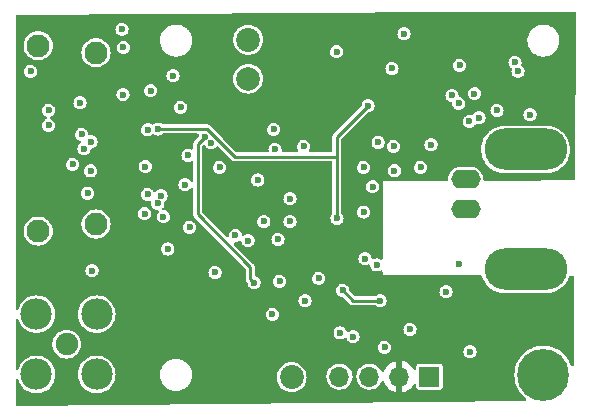
<source format=gbr>
%TF.GenerationSoftware,KiCad,Pcbnew,(6.0.11)*%
%TF.CreationDate,2024-01-26T14:49:33-06:00*%
%TF.ProjectId,voltage_sense,766f6c74-6167-4655-9f73-656e73652e6b,rev?*%
%TF.SameCoordinates,Original*%
%TF.FileFunction,Copper,L5,Inr*%
%TF.FilePolarity,Positive*%
%FSLAX46Y46*%
G04 Gerber Fmt 4.6, Leading zero omitted, Abs format (unit mm)*
G04 Created by KiCad (PCBNEW (6.0.11)) date 2024-01-26 14:49:33*
%MOMM*%
%LPD*%
G01*
G04 APERTURE LIST*
%TA.AperFunction,ComponentPad*%
%ADD10R,1.700000X1.700000*%
%TD*%
%TA.AperFunction,ComponentPad*%
%ADD11O,1.700000X1.700000*%
%TD*%
%TA.AperFunction,ComponentPad*%
%ADD12C,2.020000*%
%TD*%
%TA.AperFunction,ComponentPad*%
%ADD13C,2.000000*%
%TD*%
%TA.AperFunction,ComponentPad*%
%ADD14O,2.500000X1.600000*%
%TD*%
%TA.AperFunction,ComponentPad*%
%ADD15O,7.000000X3.500000*%
%TD*%
%TA.AperFunction,ComponentPad*%
%ADD16C,1.950000*%
%TD*%
%TA.AperFunction,ComponentPad*%
%ADD17C,4.400000*%
%TD*%
%TA.AperFunction,ComponentPad*%
%ADD18C,1.905000*%
%TD*%
%TA.AperFunction,ComponentPad*%
%ADD19C,2.667000*%
%TD*%
%TA.AperFunction,ViaPad*%
%ADD20C,0.600000*%
%TD*%
%TA.AperFunction,Conductor*%
%ADD21C,0.254000*%
%TD*%
G04 APERTURE END LIST*
D10*
%TO.N,+5V*%
%TO.C,J2*%
X35550000Y3168500D03*
D11*
%TO.N,-15V*%
X33010000Y3168500D03*
%TO.N,+15V*%
X30470000Y3168500D03*
%TO.N,GND*%
X27930000Y3168500D03*
%TD*%
D12*
%TO.N,Net-(C13-Pad2)*%
%TO.C,TP1*%
X23876000Y3111500D03*
%TD*%
D13*
%TO.N,GND*%
%TO.C,TP9*%
X20193000Y28384500D03*
%TD*%
D14*
%TO.N,Net-(J5-Pad1)*%
%TO.C,J5*%
X38608000Y17317500D03*
D15*
%TO.N,GND*%
X43688000Y22397500D03*
D14*
X38608000Y19857500D03*
D15*
X43688000Y12237500D03*
%TD*%
D16*
%TO.N,Net-(FB1-Pad1)*%
%TO.C,J4*%
X7318000Y16085500D03*
X7318000Y30585500D03*
X2418000Y31185500D03*
X2418000Y15485500D03*
%TD*%
D17*
%TO.N,Net-(H3-Pad1)*%
%TO.C,H3*%
X45200000Y3317500D03*
%TD*%
D12*
%TO.N,Net-(C1-Pad2)*%
%TO.C,TP2*%
X20193000Y31686500D03*
%TD*%
D18*
%TO.N,/vsense/SMA_OUT*%
%TO.C,J1*%
X4826000Y5905500D03*
D19*
%TO.N,GND*%
X7375900Y3355600D03*
%TO.N,N/C*%
X2276100Y3355600D03*
X2276100Y8455400D03*
X7375900Y8455400D03*
%TD*%
D20*
%TO.N,GND*%
X22479000Y22415500D03*
X6604000Y18697850D03*
X6299585Y22453676D03*
X33909000Y7175500D03*
X31206302Y23010217D03*
X44069000Y25330500D03*
X13399000Y13970500D03*
X29083000Y6540500D03*
X6858000Y20585500D03*
X6096000Y23685500D03*
X22860000Y11239500D03*
X17780000Y20891500D03*
X26162000Y11493500D03*
X21526200Y16301500D03*
X35687000Y22796500D03*
X36957000Y10350500D03*
X43053000Y29019500D03*
X38989000Y5270500D03*
X21018000Y19811500D03*
X6985000Y12128500D03*
X20193000Y14668500D03*
X11938000Y27368500D03*
X9525000Y32575500D03*
X29972000Y20891500D03*
X22250500Y8445500D03*
X24892000Y22669500D03*
X5969000Y26352500D03*
X17399000Y12001500D03*
X38100000Y29527500D03*
X39359593Y27119765D03*
X33401000Y32194500D03*
X14478000Y25971500D03*
%TO.N,Net-(C1-Pad2)*%
X13843000Y28638500D03*
X11483116Y20944616D03*
%TO.N,SCL*%
X12555000Y17843500D03*
X12827000Y18478500D03*
X39751000Y25077829D03*
X3302000Y24447500D03*
%TO.N,SDA*%
X41275000Y25717500D03*
X11684000Y24066500D03*
X15240000Y15811500D03*
X11679583Y18603701D03*
X3302000Y25717500D03*
%TO.N,+5V*%
X9603565Y27036642D03*
X27978592Y6865656D03*
X9639000Y31038500D03*
X16557715Y23490017D03*
X20701000Y11112500D03*
%TO.N,+15V*%
X22352000Y24086600D03*
X32385000Y29273500D03*
X34798000Y20891500D03*
X6893000Y23060600D03*
X29967611Y17103299D03*
X31094898Y12622500D03*
X23749000Y18224500D03*
%TO.N,-15V*%
X35709568Y23909302D03*
X17992250Y24005500D03*
X9646200Y24289900D03*
X30261701Y23050500D03*
X34397825Y9751186D03*
X42926000Y25717500D03*
X23749000Y17208500D03*
X35814000Y5143500D03*
X20142030Y19736000D03*
%TO.N,+3V3*%
X1778000Y29019500D03*
X31750000Y5651500D03*
X38918933Y24771567D03*
X25019000Y9588500D03*
X32587682Y20588705D03*
X5334000Y21145500D03*
%TO.N,Net-(C12-Pad1)*%
X37452537Y26975037D03*
X27686000Y30670500D03*
%TO.N,Net-(C21-Pad2)*%
X23749000Y16301500D03*
X19113500Y15113000D03*
%TO.N,/vsense/STG1_OUT*%
X27718000Y16573500D03*
X12583936Y24133000D03*
X30353000Y26098500D03*
%TO.N,Net-(C12-Pad2)*%
X38026116Y26299384D03*
%TO.N,Net-(R11-Pad2)*%
X42799000Y29781500D03*
%TO.N,/vsense/gain_adjust_2/OUT*%
X38067993Y12731493D03*
X30089498Y13149986D03*
%TO.N,+4V*%
X11434661Y16955403D03*
X14859000Y19413000D03*
X13011600Y16700500D03*
%TO.N,/vsense/SW3*%
X22733000Y14795500D03*
X32512000Y22669500D03*
%TO.N,Net-(C24-Pad2)*%
X15113000Y21907500D03*
X17053155Y22958655D03*
%TO.N,/vsense/-IN_A*%
X31369000Y9588500D03*
X28194000Y10477500D03*
%TO.N,/vsense/-IN_B*%
X30734000Y19240500D03*
%TD*%
D21*
%TO.N,+5V*%
X15935998Y16893502D02*
X20383500Y12446000D01*
X20383500Y11430000D02*
X20701000Y11112500D01*
X15935998Y22868300D02*
X15935998Y16893502D01*
X20383500Y12446000D02*
X20383500Y11430000D01*
X16557715Y23490017D02*
X15935998Y22868300D01*
%TO.N,/vsense/STG1_OUT*%
X16697500Y24133000D02*
X19050000Y21780500D01*
X27718000Y21812500D02*
X27718000Y23463500D01*
X12583936Y24133000D02*
X16697500Y24133000D01*
X27718000Y16573500D02*
X27718000Y21812500D01*
X19050000Y21780500D02*
X27686000Y21780500D01*
X27718000Y23463500D02*
X30353000Y26098500D01*
X27686000Y21780500D02*
X27718000Y21812500D01*
%TO.N,/vsense/-IN_A*%
X29083000Y9588500D02*
X28194000Y10477500D01*
X31369000Y9588500D02*
X29083000Y9588500D01*
%TD*%
%TA.AperFunction,Conductor*%
%TO.N,-15V*%
G36*
X47915606Y34042998D02*
G01*
X47962099Y33989342D01*
X47973482Y33936114D01*
X47874796Y19904005D01*
X47854315Y19836026D01*
X47800334Y19789912D01*
X47749333Y19778892D01*
X42239334Y19755525D01*
X40242541Y19747057D01*
X40174336Y19766770D01*
X40127616Y19820228D01*
X40116526Y19861637D01*
X40116230Y19864897D01*
X40101451Y20027293D01*
X40099393Y20049910D01*
X40099393Y20049912D01*
X40098834Y20056050D01*
X40040446Y20254434D01*
X40016987Y20299307D01*
X39947492Y20432239D01*
X39947489Y20432243D01*
X39944637Y20437699D01*
X39939089Y20444600D01*
X39829809Y20580517D01*
X39815057Y20598865D01*
X39656640Y20731792D01*
X39475422Y20831418D01*
X39278304Y20893947D01*
X39272187Y20894633D01*
X39272183Y20894634D01*
X39196163Y20903161D01*
X39117360Y20912000D01*
X38105966Y20912000D01*
X37952189Y20896922D01*
X37754217Y20837151D01*
X37684087Y20799862D01*
X37577067Y20742959D01*
X37577064Y20742957D01*
X37571625Y20740065D01*
X37566855Y20736174D01*
X37566851Y20736172D01*
X37416143Y20613258D01*
X37416140Y20613255D01*
X37411368Y20609363D01*
X37407441Y20604616D01*
X37407439Y20604614D01*
X37283478Y20454771D01*
X37283475Y20454766D01*
X37279550Y20450022D01*
X37276620Y20444603D01*
X37276618Y20444600D01*
X37184122Y20273532D01*
X37184120Y20273527D01*
X37181192Y20268112D01*
X37120040Y20070563D01*
X37119396Y20064438D01*
X37119396Y20064437D01*
X37102168Y19900515D01*
X37098424Y19864897D01*
X37098983Y19858754D01*
X37098980Y19858318D01*
X37078506Y19790338D01*
X37024529Y19744219D01*
X36973517Y19733194D01*
X31641114Y19710581D01*
X31641113Y19710581D01*
X31623000Y19710504D01*
X31622921Y19697284D01*
X31622921Y19697282D01*
X31606057Y16859707D01*
X31584822Y13286554D01*
X31584311Y13200645D01*
X31563904Y13132645D01*
X31509973Y13086471D01*
X31439640Y13076785D01*
X31388667Y13098433D01*
X31388243Y13097699D01*
X31382261Y13101153D01*
X31381614Y13101427D01*
X31374541Y13106855D01*
X31239652Y13162728D01*
X31094898Y13181785D01*
X31086710Y13180707D01*
X30958330Y13163806D01*
X30958328Y13163805D01*
X30950144Y13162728D01*
X30815256Y13106855D01*
X30813953Y13110000D01*
X30760351Y13096967D01*
X30693247Y13120153D01*
X30649331Y13175937D01*
X30641359Y13206380D01*
X30630804Y13286555D01*
X30630803Y13286558D01*
X30629726Y13294740D01*
X30581480Y13411215D01*
X30577013Y13422000D01*
X30577012Y13422002D01*
X30573853Y13429628D01*
X30484972Y13545460D01*
X30478422Y13550486D01*
X30478419Y13550489D01*
X30375694Y13629313D01*
X30375692Y13629314D01*
X30369141Y13634341D01*
X30234252Y13690214D01*
X30089498Y13709271D01*
X30081310Y13708193D01*
X29952930Y13691292D01*
X29952928Y13691291D01*
X29944744Y13690214D01*
X29896928Y13670408D01*
X29817484Y13637501D01*
X29817482Y13637500D01*
X29809856Y13634341D01*
X29694024Y13545460D01*
X29605143Y13429628D01*
X29601984Y13422002D01*
X29601983Y13422000D01*
X29597516Y13411215D01*
X29549270Y13294740D01*
X29530213Y13149986D01*
X29531291Y13141798D01*
X29547593Y13017974D01*
X29549270Y13005232D01*
X29552429Y12997606D01*
X29591972Y12902142D01*
X29605143Y12870344D01*
X29694024Y12754512D01*
X29700574Y12749486D01*
X29700577Y12749483D01*
X29800653Y12672692D01*
X29809855Y12665631D01*
X29944744Y12609758D01*
X29952932Y12608680D01*
X30017121Y12600230D01*
X30089498Y12590701D01*
X30097686Y12591779D01*
X30226064Y12608680D01*
X30234252Y12609758D01*
X30369141Y12665631D01*
X30370444Y12662486D01*
X30424045Y12675519D01*
X30491149Y12652333D01*
X30535065Y12596549D01*
X30543037Y12566106D01*
X30552157Y12496835D01*
X30554670Y12477746D01*
X30557829Y12470120D01*
X30590839Y12390428D01*
X30610543Y12342858D01*
X30615570Y12336307D01*
X30692701Y12235788D01*
X30699424Y12227026D01*
X30705974Y12222000D01*
X30705977Y12221997D01*
X30804687Y12146254D01*
X30815255Y12138145D01*
X30950144Y12082272D01*
X31094898Y12063215D01*
X31103086Y12064293D01*
X31231464Y12081194D01*
X31239652Y12082272D01*
X31374541Y12138145D01*
X31381095Y12143174D01*
X31388243Y12147301D01*
X31390039Y12144190D01*
X31440884Y12163862D01*
X31510436Y12149616D01*
X31561245Y12100028D01*
X31577398Y12037553D01*
X31575880Y11782098D01*
X31589472Y11782037D01*
X31589474Y11782037D01*
X39897587Y11745044D01*
X39965618Y11724739D01*
X40011872Y11670876D01*
X40015908Y11660795D01*
X40093662Y11439384D01*
X40095715Y11435433D01*
X40095717Y11435427D01*
X40218331Y11199384D01*
X40224517Y11187476D01*
X40227100Y11183861D01*
X40227104Y11183855D01*
X40331386Y11037928D01*
X40389561Y10956520D01*
X40585501Y10751123D01*
X40588997Y10748367D01*
X40588998Y10748366D01*
X40759352Y10614069D01*
X40808426Y10575382D01*
X40918878Y10511227D01*
X41050042Y10435040D01*
X41050048Y10435037D01*
X41053889Y10432806D01*
X41058012Y10431136D01*
X41312861Y10327911D01*
X41312869Y10327908D01*
X41316993Y10326238D01*
X41592488Y10257805D01*
X41834586Y10233000D01*
X45510311Y10233000D01*
X45721158Y10247929D01*
X45725513Y10248867D01*
X45725516Y10248867D01*
X45994319Y10306739D01*
X45994321Y10306739D01*
X45998666Y10307675D01*
X46264987Y10405926D01*
X46514808Y10540722D01*
X46743144Y10709373D01*
X46750919Y10717026D01*
X46879929Y10844026D01*
X46945438Y10908514D01*
X47029610Y11018806D01*
X47114950Y11130628D01*
X47114953Y11130632D01*
X47117655Y11134173D01*
X47256359Y11381845D01*
X47260242Y11391880D01*
X47302620Y11501423D01*
X47352667Y11630787D01*
X47395900Y11687101D01*
X47462716Y11711103D01*
X47470731Y11711323D01*
X47690844Y11710343D01*
X47758874Y11690038D01*
X47805128Y11636175D01*
X47816279Y11583459D01*
X47764848Y4270529D01*
X47764096Y4163591D01*
X47743615Y4095612D01*
X47689634Y4049498D01*
X47619291Y4039889D01*
X47554919Y4069835D01*
X47518266Y4125541D01*
X47497679Y4188901D01*
X47486649Y4222848D01*
X47355147Y4502302D01*
X47325580Y4548893D01*
X47191780Y4759727D01*
X47189658Y4763071D01*
X46992791Y5001043D01*
X46767651Y5212464D01*
X46653788Y5295190D01*
X46520996Y5391669D01*
X46520991Y5391672D01*
X46517787Y5394000D01*
X46350217Y5486123D01*
X46250604Y5540886D01*
X46250601Y5540888D01*
X46247142Y5542789D01*
X45959982Y5656484D01*
X45660837Y5733291D01*
X45354424Y5772000D01*
X45045576Y5772000D01*
X44739163Y5733291D01*
X44440018Y5656484D01*
X44152858Y5542789D01*
X44149399Y5540888D01*
X44149396Y5540886D01*
X44049783Y5486123D01*
X43882213Y5394000D01*
X43879009Y5391672D01*
X43879004Y5391669D01*
X43746212Y5295190D01*
X43632349Y5212464D01*
X43407209Y5001043D01*
X43210342Y4763071D01*
X43208220Y4759727D01*
X43074421Y4548893D01*
X43044853Y4502302D01*
X42913351Y4222848D01*
X42817912Y3929116D01*
X42760040Y3625739D01*
X42740647Y3317500D01*
X42760040Y3009261D01*
X42817912Y2705884D01*
X42913351Y2412152D01*
X43044853Y2132698D01*
X43046971Y2129360D01*
X43046973Y2129357D01*
X43140515Y1981959D01*
X43210342Y1871929D01*
X43407209Y1633957D01*
X43632349Y1422536D01*
X43635549Y1420211D01*
X43635553Y1420208D01*
X43713618Y1363491D01*
X43756972Y1307269D01*
X43763047Y1236533D01*
X43729916Y1173741D01*
X43668096Y1138830D01*
X43640796Y1135561D01*
X635739Y712540D01*
X567425Y731871D01*
X520407Y785067D01*
X508500Y838534D01*
X508500Y2851168D01*
X528502Y2919289D01*
X582158Y2965782D01*
X652432Y2975886D01*
X717012Y2946392D01*
X757018Y2880583D01*
X759995Y2868181D01*
X759999Y2868169D01*
X761153Y2863364D01*
X763043Y2858801D01*
X763045Y2858795D01*
X824767Y2709785D01*
X856807Y2632434D01*
X987409Y2419311D01*
X1149743Y2229243D01*
X1339811Y2066909D01*
X1552934Y1936307D01*
X1557504Y1934414D01*
X1557508Y1934412D01*
X1779295Y1842545D01*
X1779301Y1842543D01*
X1783864Y1840653D01*
X1788664Y1839501D01*
X1788669Y1839499D01*
X1899932Y1812787D01*
X2026914Y1782301D01*
X2276100Y1762690D01*
X2525286Y1782301D01*
X2652268Y1812787D01*
X2763531Y1839499D01*
X2763536Y1839501D01*
X2768336Y1840653D01*
X2772899Y1842543D01*
X2772905Y1842545D01*
X2994692Y1934412D01*
X2994696Y1934414D01*
X2999266Y1936307D01*
X3212389Y2066909D01*
X3402457Y2229243D01*
X3564791Y2419311D01*
X3695393Y2632434D01*
X3727433Y2709785D01*
X3789155Y2858795D01*
X3789157Y2858801D01*
X3791047Y2863364D01*
X3792204Y2868181D01*
X3840963Y3071278D01*
X3849399Y3106414D01*
X3869010Y3355600D01*
X5782990Y3355600D01*
X5802601Y3106414D01*
X5811037Y3071278D01*
X5859797Y2868181D01*
X5860953Y2863364D01*
X5862843Y2858801D01*
X5862845Y2858795D01*
X5924567Y2709785D01*
X5956607Y2632434D01*
X6087209Y2419311D01*
X6249543Y2229243D01*
X6439611Y2066909D01*
X6652734Y1936307D01*
X6657304Y1934414D01*
X6657308Y1934412D01*
X6879095Y1842545D01*
X6879101Y1842543D01*
X6883664Y1840653D01*
X6888464Y1839501D01*
X6888469Y1839499D01*
X6999732Y1812787D01*
X7126714Y1782301D01*
X7375900Y1762690D01*
X7625086Y1782301D01*
X7752068Y1812787D01*
X7863331Y1839499D01*
X7863336Y1839501D01*
X7868136Y1840653D01*
X7872699Y1842543D01*
X7872705Y1842545D01*
X8094492Y1934412D01*
X8094496Y1934414D01*
X8099066Y1936307D01*
X8312189Y2066909D01*
X8502257Y2229243D01*
X8664591Y2419311D01*
X8795193Y2632434D01*
X8827233Y2709785D01*
X8888955Y2858795D01*
X8888957Y2858801D01*
X8890847Y2863364D01*
X8892004Y2868181D01*
X8940763Y3071278D01*
X8949199Y3106414D01*
X8968810Y3355600D01*
X8966769Y3381536D01*
X12742112Y3381536D01*
X12742312Y3376208D01*
X12742312Y3376206D01*
X12744464Y3318901D01*
X12743705Y3318872D01*
X12744034Y3317484D01*
X12744340Y3317511D01*
X12744374Y3317123D01*
X12744465Y3315662D01*
X12744523Y3315415D01*
X12744648Y3313993D01*
X12750736Y3151831D01*
X12751831Y3146612D01*
X12764628Y3085621D01*
X12763861Y3085460D01*
X12764841Y3083184D01*
X12764937Y3082092D01*
X12766361Y3076778D01*
X12766464Y3076193D01*
X12767635Y3071290D01*
X12797939Y2926863D01*
X12821113Y2868181D01*
X12823975Y2860934D01*
X12824724Y2858959D01*
X12826097Y2853837D01*
X12828422Y2848851D01*
X12828423Y2848849D01*
X12828947Y2847725D01*
X12831934Y2840783D01*
X12882372Y2713064D01*
X12919273Y2652254D01*
X12920811Y2649374D01*
X12920890Y2649420D01*
X12923639Y2644659D01*
X12925965Y2639671D01*
X12929122Y2635163D01*
X12929124Y2635159D01*
X12930674Y2632945D01*
X12935181Y2626038D01*
X12996862Y2524391D01*
X13001621Y2516548D01*
X13005116Y2512521D01*
X13005117Y2512519D01*
X13051993Y2458500D01*
X13055555Y2453937D01*
X13058347Y2450610D01*
X13061505Y2446099D01*
X13067791Y2439813D01*
X13073861Y2433299D01*
X13137640Y2359801D01*
X13152276Y2342934D01*
X13196753Y2306465D01*
X13216309Y2290430D01*
X13223574Y2283848D01*
X13224706Y2282898D01*
X13228599Y2279005D01*
X13233103Y2275851D01*
X13233108Y2275847D01*
X13235936Y2273867D01*
X13243554Y2268090D01*
X13325901Y2200569D01*
X13325907Y2200565D01*
X13330029Y2197185D01*
X13339811Y2191617D01*
X13407355Y2153169D01*
X13417296Y2146878D01*
X13417660Y2146623D01*
X13417667Y2146619D01*
X13422171Y2143465D01*
X13427155Y2141141D01*
X13427160Y2141138D01*
X13429875Y2139872D01*
X13438952Y2135182D01*
X13457353Y2124708D01*
X13529798Y2083470D01*
X13619498Y2050910D01*
X13629753Y2046667D01*
X13631348Y2045923D01*
X13631350Y2045922D01*
X13636337Y2043597D01*
X13641653Y2042173D01*
X13641655Y2042172D01*
X13642719Y2041887D01*
X13643702Y2041624D01*
X13654081Y2038357D01*
X13745871Y2005039D01*
X13846443Y1986852D01*
X13856616Y1984574D01*
X13864592Y1982437D01*
X13870990Y1981877D01*
X13882412Y1980348D01*
X13972069Y1964136D01*
X13976208Y1963941D01*
X13976215Y1963940D01*
X13994670Y1963070D01*
X13994677Y1963070D01*
X13996158Y1963000D01*
X14157712Y1963000D01*
X14237444Y1969765D01*
X14323733Y1977087D01*
X14323737Y1977088D01*
X14329044Y1977538D01*
X14334199Y1978876D01*
X14334205Y1978877D01*
X14546368Y2033944D01*
X14546367Y2033944D01*
X14551539Y2035286D01*
X14698412Y2101448D01*
X14756262Y2127507D01*
X14756265Y2127508D01*
X14761123Y2129697D01*
X14951803Y2258070D01*
X14978826Y2283848D01*
X15109560Y2408563D01*
X15118128Y2416736D01*
X15144984Y2452831D01*
X15252156Y2596876D01*
X15255342Y2601158D01*
X15259415Y2609168D01*
X15357102Y2801306D01*
X15357102Y2801307D01*
X15359520Y2806062D01*
X15427685Y3025589D01*
X15439072Y3111500D01*
X22606670Y3111500D01*
X22625954Y2891083D01*
X22627378Y2885770D01*
X22627378Y2885768D01*
X22671044Y2722807D01*
X22683220Y2677364D01*
X22685543Y2672383D01*
X22685543Y2672382D01*
X22774402Y2481822D01*
X22774405Y2481817D01*
X22776728Y2476835D01*
X22779884Y2472328D01*
X22779885Y2472326D01*
X22852857Y2368112D01*
X22903637Y2295590D01*
X23060090Y2139137D01*
X23064598Y2135980D01*
X23064601Y2135978D01*
X23210321Y2033944D01*
X23241335Y2012228D01*
X23246317Y2009905D01*
X23246322Y2009902D01*
X23404148Y1936307D01*
X23441864Y1918720D01*
X23447172Y1917298D01*
X23447174Y1917297D01*
X23650268Y1862878D01*
X23650270Y1862878D01*
X23655583Y1861454D01*
X23876000Y1842170D01*
X24096417Y1861454D01*
X24101730Y1862878D01*
X24101732Y1862878D01*
X24304826Y1917297D01*
X24304828Y1917298D01*
X24310136Y1918720D01*
X24347852Y1936307D01*
X24505678Y2009902D01*
X24505683Y2009905D01*
X24510665Y2012228D01*
X24541679Y2033944D01*
X24687399Y2135978D01*
X24687402Y2135980D01*
X24691910Y2139137D01*
X24848363Y2295590D01*
X24899144Y2368112D01*
X24972115Y2472326D01*
X24972116Y2472328D01*
X24975272Y2476835D01*
X24977595Y2481817D01*
X24977598Y2481822D01*
X25066457Y2672382D01*
X25066457Y2672383D01*
X25068780Y2677364D01*
X25080957Y2722807D01*
X25124622Y2885768D01*
X25124622Y2885770D01*
X25126046Y2891083D01*
X25145330Y3111500D01*
X25137803Y3197536D01*
X26821148Y3197536D01*
X26834424Y2994978D01*
X26835845Y2989382D01*
X26835846Y2989377D01*
X26871822Y2847725D01*
X26884392Y2798231D01*
X26886809Y2792988D01*
X26923654Y2713064D01*
X26969377Y2613884D01*
X26972710Y2609168D01*
X27082688Y2453552D01*
X27086533Y2448111D01*
X27090675Y2444076D01*
X27147637Y2388587D01*
X27231938Y2306465D01*
X27236742Y2303255D01*
X27251440Y2293434D01*
X27400720Y2193688D01*
X27406023Y2191410D01*
X27406026Y2191408D01*
X27581921Y2115838D01*
X27587228Y2113558D01*
X27660244Y2097036D01*
X27779579Y2070033D01*
X27779584Y2070032D01*
X27785216Y2068758D01*
X27790987Y2068531D01*
X27790989Y2068531D01*
X27850756Y2066183D01*
X27988053Y2060788D01*
X28095348Y2076345D01*
X28183231Y2089087D01*
X28183236Y2089088D01*
X28188945Y2089916D01*
X28194409Y2091771D01*
X28194414Y2091772D01*
X28375693Y2153308D01*
X28375698Y2153310D01*
X28381165Y2155166D01*
X28558276Y2254353D01*
X28562746Y2258070D01*
X28685696Y2360328D01*
X28714345Y2384155D01*
X28740769Y2415926D01*
X28840453Y2535782D01*
X28840455Y2535785D01*
X28844147Y2540224D01*
X28923923Y2682674D01*
X28940510Y2712292D01*
X28940511Y2712294D01*
X28943334Y2717335D01*
X28945190Y2722802D01*
X28945192Y2722807D01*
X29006728Y2904086D01*
X29006729Y2904091D01*
X29008584Y2909555D01*
X29009412Y2915264D01*
X29009413Y2915269D01*
X29032745Y3076193D01*
X29037712Y3110447D01*
X29039232Y3168500D01*
X29036564Y3197536D01*
X29361148Y3197536D01*
X29374424Y2994978D01*
X29375845Y2989382D01*
X29375846Y2989377D01*
X29411822Y2847725D01*
X29424392Y2798231D01*
X29426809Y2792988D01*
X29463654Y2713064D01*
X29509377Y2613884D01*
X29512710Y2609168D01*
X29622688Y2453552D01*
X29626533Y2448111D01*
X29630675Y2444076D01*
X29687637Y2388587D01*
X29771938Y2306465D01*
X29776742Y2303255D01*
X29791440Y2293434D01*
X29940720Y2193688D01*
X29946023Y2191410D01*
X29946026Y2191408D01*
X30121921Y2115838D01*
X30127228Y2113558D01*
X30200244Y2097036D01*
X30319579Y2070033D01*
X30319584Y2070032D01*
X30325216Y2068758D01*
X30330987Y2068531D01*
X30330989Y2068531D01*
X30390756Y2066183D01*
X30528053Y2060788D01*
X30635348Y2076345D01*
X30723231Y2089087D01*
X30723236Y2089088D01*
X30728945Y2089916D01*
X30734409Y2091771D01*
X30734414Y2091772D01*
X30915693Y2153308D01*
X30915698Y2153310D01*
X30921165Y2155166D01*
X31098276Y2254353D01*
X31102746Y2258070D01*
X31225696Y2360328D01*
X31254345Y2384155D01*
X31280769Y2415926D01*
X31380453Y2535782D01*
X31380455Y2535785D01*
X31384147Y2540224D01*
X31463923Y2682674D01*
X31480510Y2712292D01*
X31480511Y2712294D01*
X31483334Y2717335D01*
X31485720Y2724365D01*
X31486170Y2725004D01*
X31487541Y2728084D01*
X31488146Y2727815D01*
X31526553Y2782441D01*
X31592305Y2809222D01*
X31662098Y2796205D01*
X31713773Y2747520D01*
X31721777Y2731271D01*
X31791770Y2558897D01*
X31796413Y2549706D01*
X31907694Y2368112D01*
X31913777Y2359801D01*
X32053213Y2198833D01*
X32060580Y2191617D01*
X32224434Y2055584D01*
X32232881Y2049669D01*
X32416756Y1942221D01*
X32426042Y1937771D01*
X32625001Y1861797D01*
X32634899Y1858921D01*
X32738250Y1837894D01*
X32752299Y1839090D01*
X32756000Y1849435D01*
X32756000Y1849983D01*
X33264000Y1849983D01*
X33268064Y1836141D01*
X33281478Y1834107D01*
X33288184Y1834966D01*
X33298262Y1837108D01*
X33502255Y1898309D01*
X33511842Y1902067D01*
X33703095Y1995761D01*
X33711945Y2001036D01*
X33885328Y2124708D01*
X33893200Y2131361D01*
X34044052Y2281688D01*
X34050730Y2289535D01*
X34175003Y2462480D01*
X34180310Y2471312D01*
X34206544Y2524391D01*
X34254658Y2576597D01*
X34323360Y2594504D01*
X34390836Y2572425D01*
X34435664Y2517371D01*
X34445501Y2468563D01*
X34445501Y2293434D01*
X34460266Y2219199D01*
X34467161Y2208880D01*
X34467162Y2208878D01*
X34504386Y2153169D01*
X34516516Y2135016D01*
X34600699Y2078766D01*
X34674933Y2064000D01*
X35549858Y2064000D01*
X36425066Y2064001D01*
X36460818Y2071112D01*
X36487126Y2076344D01*
X36487128Y2076345D01*
X36499301Y2078766D01*
X36509621Y2085661D01*
X36509622Y2085662D01*
X36573168Y2128123D01*
X36583484Y2135016D01*
X36639734Y2219199D01*
X36654500Y2293433D01*
X36654499Y4043566D01*
X36645856Y4087022D01*
X36642156Y4105626D01*
X36642155Y4105628D01*
X36639734Y4117801D01*
X36613654Y4156833D01*
X36590377Y4191668D01*
X36583484Y4201984D01*
X36499301Y4258234D01*
X36425067Y4273000D01*
X35550142Y4273000D01*
X34674934Y4272999D01*
X34639182Y4265888D01*
X34612874Y4260656D01*
X34612872Y4260655D01*
X34600699Y4258234D01*
X34590379Y4251339D01*
X34590378Y4251338D01*
X34553112Y4226437D01*
X34516516Y4201984D01*
X34460266Y4117801D01*
X34445500Y4043567D01*
X34445500Y3875648D01*
X34425498Y3807527D01*
X34371842Y3761034D01*
X34301568Y3750930D01*
X34236988Y3780424D01*
X34211235Y3812632D01*
X34210912Y3812423D01*
X34208836Y3815632D01*
X34208453Y3816111D01*
X34208099Y3816771D01*
X34092426Y3995574D01*
X34086136Y4003743D01*
X33942806Y4161260D01*
X33935273Y4168285D01*
X33768139Y4300278D01*
X33759552Y4305983D01*
X33573117Y4408901D01*
X33563705Y4413131D01*
X33362959Y4484220D01*
X33352988Y4486854D01*
X33281837Y4499528D01*
X33268540Y4498068D01*
X33264000Y4483511D01*
X33264000Y1849983D01*
X32756000Y1849983D01*
X32756000Y4485398D01*
X32752082Y4498742D01*
X32737806Y4500729D01*
X32699324Y4494840D01*
X32689288Y4492449D01*
X32486868Y4426288D01*
X32477359Y4422291D01*
X32288463Y4323958D01*
X32279738Y4318464D01*
X32109433Y4190595D01*
X32101726Y4183752D01*
X31954590Y4029783D01*
X31948104Y4021773D01*
X31828098Y3845851D01*
X31823000Y3836877D01*
X31733338Y3643717D01*
X31729777Y3634036D01*
X31725291Y3617860D01*
X31687813Y3557561D01*
X31623684Y3527097D01*
X31553266Y3536140D01*
X31498915Y3581818D01*
X31490867Y3595802D01*
X31418331Y3742891D01*
X31415776Y3748072D01*
X31400113Y3769048D01*
X31355390Y3828938D01*
X31294320Y3910721D01*
X31145258Y4048513D01*
X31140375Y4051594D01*
X31140371Y4051597D01*
X30978464Y4153752D01*
X30973581Y4156833D01*
X30785039Y4232054D01*
X30779379Y4233180D01*
X30779375Y4233181D01*
X30591613Y4270529D01*
X30591610Y4270529D01*
X30585946Y4271656D01*
X30580171Y4271732D01*
X30580167Y4271732D01*
X30478793Y4273059D01*
X30382971Y4274313D01*
X30377274Y4273334D01*
X30377273Y4273334D01*
X30289397Y4258234D01*
X30182910Y4239936D01*
X29992463Y4169676D01*
X29818010Y4065888D01*
X29813670Y4062082D01*
X29813666Y4062079D01*
X29723191Y3982734D01*
X29665392Y3932045D01*
X29661817Y3927510D01*
X29661816Y3927509D01*
X29651675Y3914645D01*
X29539720Y3772631D01*
X29537031Y3767520D01*
X29537029Y3767517D01*
X29520640Y3736366D01*
X29445203Y3592985D01*
X29385007Y3399122D01*
X29361148Y3197536D01*
X29036564Y3197536D01*
X29025576Y3317123D01*
X29021187Y3364887D01*
X29021186Y3364890D01*
X29020658Y3370641D01*
X29019090Y3376201D01*
X28967125Y3560454D01*
X28967124Y3560456D01*
X28965557Y3566013D01*
X28954978Y3587467D01*
X28878331Y3742891D01*
X28875776Y3748072D01*
X28860113Y3769048D01*
X28815390Y3828938D01*
X28754320Y3910721D01*
X28605258Y4048513D01*
X28600375Y4051594D01*
X28600371Y4051597D01*
X28438464Y4153752D01*
X28433581Y4156833D01*
X28245039Y4232054D01*
X28239379Y4233180D01*
X28239375Y4233181D01*
X28051613Y4270529D01*
X28051610Y4270529D01*
X28045946Y4271656D01*
X28040171Y4271732D01*
X28040167Y4271732D01*
X27938793Y4273059D01*
X27842971Y4274313D01*
X27837274Y4273334D01*
X27837273Y4273334D01*
X27749397Y4258234D01*
X27642910Y4239936D01*
X27452463Y4169676D01*
X27278010Y4065888D01*
X27273670Y4062082D01*
X27273666Y4062079D01*
X27183191Y3982734D01*
X27125392Y3932045D01*
X27121817Y3927510D01*
X27121816Y3927509D01*
X27111675Y3914645D01*
X26999720Y3772631D01*
X26997031Y3767520D01*
X26997029Y3767517D01*
X26980640Y3736366D01*
X26905203Y3592985D01*
X26845007Y3399122D01*
X26821148Y3197536D01*
X25137803Y3197536D01*
X25126046Y3331917D01*
X25109576Y3393385D01*
X25070203Y3540326D01*
X25070202Y3540328D01*
X25068780Y3545636D01*
X25061870Y3560454D01*
X24977598Y3741178D01*
X24977595Y3741183D01*
X24975272Y3746165D01*
X24959249Y3769048D01*
X24851522Y3922899D01*
X24851520Y3922902D01*
X24848363Y3927410D01*
X24691910Y4083863D01*
X24687402Y4087020D01*
X24687399Y4087022D01*
X24515174Y4207615D01*
X24515172Y4207616D01*
X24510665Y4210772D01*
X24505683Y4213095D01*
X24505678Y4213098D01*
X24315118Y4301957D01*
X24315117Y4301957D01*
X24310136Y4304280D01*
X24304828Y4305702D01*
X24304826Y4305703D01*
X24101732Y4360122D01*
X24101730Y4360122D01*
X24096417Y4361546D01*
X23876000Y4380830D01*
X23655583Y4361546D01*
X23650270Y4360122D01*
X23650268Y4360122D01*
X23447174Y4305703D01*
X23447172Y4305702D01*
X23441864Y4304280D01*
X23436883Y4301957D01*
X23436882Y4301957D01*
X23246322Y4213098D01*
X23246317Y4213095D01*
X23241335Y4210772D01*
X23236828Y4207616D01*
X23236826Y4207615D01*
X23064601Y4087022D01*
X23064598Y4087020D01*
X23060090Y4083863D01*
X22903637Y3927410D01*
X22900480Y3922902D01*
X22900478Y3922899D01*
X22792751Y3769048D01*
X22776728Y3746165D01*
X22774405Y3741183D01*
X22774402Y3741178D01*
X22690130Y3560454D01*
X22683220Y3545636D01*
X22681798Y3540328D01*
X22681797Y3540326D01*
X22642424Y3393385D01*
X22625954Y3331917D01*
X22606670Y3111500D01*
X15439072Y3111500D01*
X15439424Y3114156D01*
X15457188Y3248181D01*
X15457188Y3248184D01*
X15457888Y3253464D01*
X15455536Y3316099D01*
X15456295Y3316128D01*
X15455966Y3317516D01*
X15455660Y3317489D01*
X15455626Y3317877D01*
X15455535Y3319338D01*
X15455477Y3319585D01*
X15455352Y3321007D01*
X15449264Y3483169D01*
X15435372Y3549379D01*
X15436139Y3549540D01*
X15435159Y3551816D01*
X15435063Y3552908D01*
X15433639Y3558222D01*
X15433536Y3558807D01*
X15432362Y3563722D01*
X15431882Y3566013D01*
X15402061Y3708137D01*
X15376025Y3774066D01*
X15375276Y3776041D01*
X15373903Y3781163D01*
X15371577Y3786151D01*
X15371053Y3787275D01*
X15368066Y3794217D01*
X15317628Y3921936D01*
X15280727Y3982746D01*
X15279189Y3985626D01*
X15279110Y3985580D01*
X15276361Y3990341D01*
X15274035Y3995329D01*
X15270876Y3999841D01*
X15269326Y4002055D01*
X15264819Y4008962D01*
X15201147Y4113891D01*
X15201145Y4113894D01*
X15198379Y4118452D01*
X15194883Y4122481D01*
X15148007Y4176500D01*
X15144445Y4181063D01*
X15141653Y4184390D01*
X15138495Y4188901D01*
X15132209Y4195187D01*
X15126139Y4201701D01*
X15051224Y4288033D01*
X15051222Y4288035D01*
X15047724Y4292066D01*
X14983692Y4344570D01*
X14976426Y4351152D01*
X14975294Y4352102D01*
X14971401Y4355995D01*
X14966897Y4359149D01*
X14966892Y4359153D01*
X14964064Y4361133D01*
X14956446Y4366910D01*
X14874099Y4434431D01*
X14874093Y4434435D01*
X14869971Y4437815D01*
X14792645Y4481831D01*
X14782704Y4488122D01*
X14782340Y4488377D01*
X14782333Y4488381D01*
X14777829Y4491535D01*
X14772845Y4493859D01*
X14772840Y4493862D01*
X14770125Y4495128D01*
X14761048Y4499818D01*
X14716939Y4524926D01*
X14670202Y4551530D01*
X14580502Y4584090D01*
X14570247Y4588333D01*
X14568652Y4589077D01*
X14568650Y4589078D01*
X14563663Y4591403D01*
X14558347Y4592827D01*
X14558345Y4592828D01*
X14557281Y4593113D01*
X14556298Y4593376D01*
X14545919Y4596643D01*
X14454129Y4629961D01*
X14353557Y4648148D01*
X14343384Y4650426D01*
X14335408Y4652563D01*
X14329010Y4653123D01*
X14317588Y4654652D01*
X14227931Y4670864D01*
X14223792Y4671059D01*
X14223785Y4671060D01*
X14205330Y4671930D01*
X14205323Y4671930D01*
X14203842Y4672000D01*
X14042288Y4672000D01*
X13962556Y4665235D01*
X13876267Y4657913D01*
X13876263Y4657912D01*
X13870956Y4657462D01*
X13865801Y4656124D01*
X13865795Y4656123D01*
X13693058Y4611289D01*
X13648461Y4599714D01*
X13541497Y4551530D01*
X13443738Y4507493D01*
X13443735Y4507492D01*
X13438877Y4505303D01*
X13434453Y4502324D01*
X13434452Y4502324D01*
X13429106Y4498725D01*
X13248197Y4376930D01*
X13244340Y4373251D01*
X13244338Y4373249D01*
X13218404Y4348509D01*
X13081872Y4218264D01*
X12944658Y4033842D01*
X12942242Y4029091D01*
X12942240Y4029087D01*
X12884055Y3914645D01*
X12840480Y3828938D01*
X12772315Y3609411D01*
X12771614Y3604122D01*
X12762604Y3536140D01*
X12742112Y3381536D01*
X8966769Y3381536D01*
X8949199Y3604786D01*
X8909763Y3769048D01*
X8892001Y3843031D01*
X8891999Y3843036D01*
X8890847Y3847836D01*
X8888957Y3852399D01*
X8888955Y3852405D01*
X8797088Y4074192D01*
X8797086Y4074196D01*
X8795193Y4078766D01*
X8664591Y4291889D01*
X8502257Y4481957D01*
X8489973Y4492449D01*
X8382675Y4584090D01*
X8312189Y4644291D01*
X8099066Y4774893D01*
X8094496Y4776786D01*
X8094492Y4776788D01*
X7872705Y4868655D01*
X7872699Y4868657D01*
X7868136Y4870547D01*
X7863336Y4871699D01*
X7863331Y4871701D01*
X7752068Y4898413D01*
X7625086Y4928899D01*
X7375900Y4948510D01*
X7126714Y4928899D01*
X6999732Y4898413D01*
X6888469Y4871701D01*
X6888464Y4871699D01*
X6883664Y4870547D01*
X6879101Y4868657D01*
X6879095Y4868655D01*
X6657308Y4776788D01*
X6657304Y4776786D01*
X6652734Y4774893D01*
X6439611Y4644291D01*
X6369125Y4584090D01*
X6261828Y4492449D01*
X6249543Y4481957D01*
X6087209Y4291889D01*
X5956607Y4078766D01*
X5954714Y4074196D01*
X5954712Y4074192D01*
X5862845Y3852405D01*
X5862843Y3852399D01*
X5860953Y3847836D01*
X5859801Y3843036D01*
X5859799Y3843031D01*
X5842037Y3769048D01*
X5802601Y3604786D01*
X5782990Y3355600D01*
X3869010Y3355600D01*
X3849399Y3604786D01*
X3809963Y3769048D01*
X3792201Y3843031D01*
X3792199Y3843036D01*
X3791047Y3847836D01*
X3789157Y3852399D01*
X3789155Y3852405D01*
X3697288Y4074192D01*
X3697286Y4074196D01*
X3695393Y4078766D01*
X3564791Y4291889D01*
X3402457Y4481957D01*
X3390173Y4492449D01*
X3282875Y4584090D01*
X3212389Y4644291D01*
X2999266Y4774893D01*
X2994696Y4776786D01*
X2994692Y4776788D01*
X2772905Y4868655D01*
X2772899Y4868657D01*
X2768336Y4870547D01*
X2763536Y4871699D01*
X2763531Y4871701D01*
X2652268Y4898413D01*
X2525286Y4928899D01*
X2276100Y4948510D01*
X2026914Y4928899D01*
X1899932Y4898413D01*
X1788669Y4871701D01*
X1788664Y4871699D01*
X1783864Y4870547D01*
X1779301Y4868657D01*
X1779295Y4868655D01*
X1557508Y4776788D01*
X1557504Y4776786D01*
X1552934Y4774893D01*
X1339811Y4644291D01*
X1269325Y4584090D01*
X1162028Y4492449D01*
X1149743Y4481957D01*
X987409Y4291889D01*
X856807Y4078766D01*
X854914Y4074196D01*
X854912Y4074192D01*
X763045Y3852405D01*
X763043Y3852399D01*
X761153Y3847836D01*
X760001Y3843037D01*
X759995Y3843019D01*
X757018Y3830617D01*
X721666Y3769048D01*
X658639Y3736366D01*
X587949Y3742947D01*
X532037Y3786701D01*
X508500Y3860032D01*
X508500Y5905500D01*
X3614389Y5905500D01*
X3632796Y5695106D01*
X3634220Y5689793D01*
X3634220Y5689791D01*
X3681074Y5514932D01*
X3687458Y5491105D01*
X3689780Y5486124D01*
X3689781Y5486123D01*
X3746119Y5365307D01*
X3776714Y5299695D01*
X3897852Y5126691D01*
X4047191Y4977352D01*
X4051699Y4974195D01*
X4051702Y4974193D01*
X4202426Y4868655D01*
X4220194Y4856214D01*
X4225176Y4853891D01*
X4225181Y4853888D01*
X4390524Y4776788D01*
X4411605Y4766958D01*
X4416913Y4765536D01*
X4416915Y4765535D01*
X4610291Y4713720D01*
X4610293Y4713720D01*
X4615606Y4712296D01*
X4826000Y4693889D01*
X5036394Y4712296D01*
X5041707Y4713720D01*
X5041709Y4713720D01*
X5235085Y4765535D01*
X5235087Y4765536D01*
X5240395Y4766958D01*
X5261476Y4776788D01*
X5426819Y4853888D01*
X5426824Y4853891D01*
X5431806Y4856214D01*
X5449574Y4868655D01*
X5600298Y4974193D01*
X5600301Y4974195D01*
X5604809Y4977352D01*
X5754148Y5126691D01*
X5875286Y5299695D01*
X5905882Y5365307D01*
X5962219Y5486123D01*
X5962220Y5486124D01*
X5964542Y5491105D01*
X5970927Y5514932D01*
X6007520Y5651500D01*
X31190715Y5651500D01*
X31209772Y5506746D01*
X31229578Y5458930D01*
X31255683Y5395909D01*
X31265645Y5371858D01*
X31354526Y5256026D01*
X31361076Y5251000D01*
X31361079Y5250997D01*
X31463804Y5172173D01*
X31470357Y5167145D01*
X31570303Y5125746D01*
X31588714Y5118120D01*
X31605246Y5111272D01*
X31750000Y5092215D01*
X31758188Y5093293D01*
X31886566Y5110194D01*
X31894754Y5111272D01*
X31911287Y5118120D01*
X31929697Y5125746D01*
X32029643Y5167145D01*
X32036196Y5172173D01*
X32138921Y5250997D01*
X32138924Y5251000D01*
X32145474Y5256026D01*
X32156580Y5270500D01*
X38429715Y5270500D01*
X38448772Y5125746D01*
X38504645Y4990858D01*
X38593526Y4875026D01*
X38600076Y4870000D01*
X38600079Y4869997D01*
X38621073Y4853888D01*
X38709357Y4786145D01*
X38844246Y4730272D01*
X38989000Y4711215D01*
X38997188Y4712293D01*
X39008028Y4713720D01*
X39133754Y4730272D01*
X39268643Y4786145D01*
X39356927Y4853888D01*
X39377921Y4869997D01*
X39377924Y4870000D01*
X39384474Y4875026D01*
X39473355Y4990858D01*
X39529228Y5125746D01*
X39548285Y5270500D01*
X39529228Y5415254D01*
X39494489Y5499120D01*
X39476515Y5542514D01*
X39476514Y5542516D01*
X39473355Y5550142D01*
X39384474Y5665974D01*
X39377924Y5671000D01*
X39377921Y5671003D01*
X39275196Y5749827D01*
X39275194Y5749828D01*
X39268643Y5754855D01*
X39151779Y5803262D01*
X39141383Y5807568D01*
X39133754Y5810728D01*
X38989000Y5829785D01*
X38980812Y5828707D01*
X38852432Y5811806D01*
X38852430Y5811805D01*
X38844246Y5810728D01*
X38827714Y5803880D01*
X38716986Y5758015D01*
X38716984Y5758014D01*
X38709358Y5754855D01*
X38593526Y5665974D01*
X38504645Y5550142D01*
X38501486Y5542516D01*
X38501485Y5542514D01*
X38483511Y5499120D01*
X38448772Y5415254D01*
X38429715Y5270500D01*
X32156580Y5270500D01*
X32234355Y5371858D01*
X32244318Y5395909D01*
X32270422Y5458930D01*
X32290228Y5506746D01*
X32309285Y5651500D01*
X32295262Y5758015D01*
X32291306Y5788068D01*
X32291305Y5788070D01*
X32290228Y5796254D01*
X32247244Y5900025D01*
X32237515Y5923514D01*
X32237514Y5923516D01*
X32234355Y5931142D01*
X32145474Y6046974D01*
X32138924Y6052000D01*
X32138921Y6052003D01*
X32036196Y6130827D01*
X32036194Y6130828D01*
X32029643Y6135855D01*
X31894754Y6191728D01*
X31750000Y6210785D01*
X31741812Y6209707D01*
X31613432Y6192806D01*
X31613430Y6192805D01*
X31605246Y6191728D01*
X31557430Y6171922D01*
X31477986Y6139015D01*
X31477984Y6139014D01*
X31470358Y6135855D01*
X31437203Y6110414D01*
X31373031Y6061173D01*
X31354526Y6046974D01*
X31265645Y5931142D01*
X31262486Y5923516D01*
X31262485Y5923514D01*
X31252756Y5900025D01*
X31209772Y5796254D01*
X31208695Y5788070D01*
X31208694Y5788068D01*
X31204738Y5758015D01*
X31190715Y5651500D01*
X6007520Y5651500D01*
X6017780Y5689791D01*
X6017780Y5689793D01*
X6019204Y5695106D01*
X6037611Y5905500D01*
X6019204Y6115894D01*
X6015203Y6130827D01*
X5965965Y6314585D01*
X5965964Y6314587D01*
X5964542Y6319895D01*
X5961962Y6325428D01*
X5877609Y6506324D01*
X5877607Y6506327D01*
X5875286Y6511305D01*
X5754148Y6684309D01*
X5604809Y6833648D01*
X5600301Y6836805D01*
X5600298Y6836807D01*
X5436315Y6951629D01*
X5436312Y6951631D01*
X5431806Y6954786D01*
X5426824Y6957109D01*
X5426819Y6957112D01*
X5245377Y7041719D01*
X5245376Y7041719D01*
X5240395Y7044042D01*
X5235087Y7045464D01*
X5235085Y7045465D01*
X5041709Y7097280D01*
X5041707Y7097280D01*
X5036394Y7098704D01*
X4826000Y7117111D01*
X4615606Y7098704D01*
X4610293Y7097280D01*
X4610291Y7097280D01*
X4416915Y7045465D01*
X4416913Y7045464D01*
X4411605Y7044042D01*
X4406624Y7041720D01*
X4406623Y7041719D01*
X4225176Y6957109D01*
X4225173Y6957107D01*
X4220195Y6954786D01*
X4047191Y6833648D01*
X3897852Y6684309D01*
X3776714Y6511305D01*
X3774393Y6506327D01*
X3774391Y6506324D01*
X3690038Y6325428D01*
X3687458Y6319895D01*
X3686036Y6314587D01*
X3686035Y6314585D01*
X3636797Y6130827D01*
X3632796Y6115894D01*
X3614389Y5905500D01*
X508500Y5905500D01*
X508500Y7950968D01*
X528502Y8019089D01*
X582158Y8065582D01*
X652432Y8075686D01*
X717012Y8046192D01*
X757018Y7980383D01*
X759995Y7967981D01*
X759999Y7967969D01*
X761153Y7963164D01*
X763043Y7958601D01*
X763045Y7958595D01*
X793026Y7886215D01*
X856807Y7732234D01*
X987409Y7519111D01*
X1149743Y7329043D01*
X1339811Y7166709D01*
X1552934Y7036107D01*
X1557504Y7034214D01*
X1557508Y7034212D01*
X1779295Y6942345D01*
X1779301Y6942343D01*
X1783864Y6940453D01*
X1788664Y6939301D01*
X1788669Y6939299D01*
X1899932Y6912587D01*
X2026914Y6882101D01*
X2276100Y6862490D01*
X2525286Y6882101D01*
X2652268Y6912587D01*
X2763531Y6939299D01*
X2763536Y6939301D01*
X2768336Y6940453D01*
X2772899Y6942343D01*
X2772905Y6942345D01*
X2994692Y7034212D01*
X2994696Y7034214D01*
X2999266Y7036107D01*
X3212389Y7166709D01*
X3402457Y7329043D01*
X3564791Y7519111D01*
X3695393Y7732234D01*
X3759174Y7886215D01*
X3789155Y7958595D01*
X3789157Y7958601D01*
X3791047Y7963164D01*
X3792204Y7967981D01*
X3839710Y8165858D01*
X3849399Y8206214D01*
X3869010Y8455400D01*
X5782990Y8455400D01*
X5802601Y8206214D01*
X5812290Y8165858D01*
X5859797Y7967981D01*
X5860953Y7963164D01*
X5862843Y7958601D01*
X5862845Y7958595D01*
X5892826Y7886215D01*
X5956607Y7732234D01*
X6087209Y7519111D01*
X6249543Y7329043D01*
X6439611Y7166709D01*
X6652734Y7036107D01*
X6657304Y7034214D01*
X6657308Y7034212D01*
X6879095Y6942345D01*
X6879101Y6942343D01*
X6883664Y6940453D01*
X6888464Y6939301D01*
X6888469Y6939299D01*
X6999732Y6912587D01*
X7126714Y6882101D01*
X7375900Y6862490D01*
X7416129Y6865656D01*
X27419307Y6865656D01*
X27420385Y6857468D01*
X27424437Y6826693D01*
X27438364Y6720902D01*
X27455390Y6679797D01*
X27481281Y6617293D01*
X27494237Y6586014D01*
X27583118Y6470182D01*
X27589668Y6465156D01*
X27589671Y6465153D01*
X27690062Y6388120D01*
X27698949Y6381301D01*
X27833838Y6325428D01*
X27978592Y6306371D01*
X27986780Y6307449D01*
X28115158Y6324350D01*
X28123346Y6325428D01*
X28258235Y6381301D01*
X28348780Y6450779D01*
X28414998Y6476379D01*
X28484546Y6462115D01*
X28535343Y6412514D01*
X28542258Y6395533D01*
X28542772Y6395746D01*
X28579793Y6306371D01*
X28598645Y6260858D01*
X28687526Y6145026D01*
X28694076Y6140000D01*
X28694079Y6139997D01*
X28796804Y6061173D01*
X28803357Y6056145D01*
X28938246Y6000272D01*
X29083000Y5981215D01*
X29091188Y5982293D01*
X29219566Y5999194D01*
X29227754Y6000272D01*
X29362643Y6056145D01*
X29369196Y6061173D01*
X29471921Y6139997D01*
X29471924Y6140000D01*
X29478474Y6145026D01*
X29567355Y6260858D01*
X29623228Y6395746D01*
X29632366Y6465153D01*
X29641207Y6532312D01*
X29642285Y6540500D01*
X29639159Y6564245D01*
X29624306Y6677068D01*
X29624305Y6677070D01*
X29623228Y6685254D01*
X29567355Y6820142D01*
X29478474Y6935974D01*
X29471924Y6941000D01*
X29471921Y6941003D01*
X29369196Y7019827D01*
X29369194Y7019828D01*
X29362643Y7024855D01*
X29227754Y7080728D01*
X29083000Y7099785D01*
X29059255Y7096659D01*
X28946432Y7081806D01*
X28946430Y7081805D01*
X28938246Y7080728D01*
X28890430Y7060922D01*
X28810986Y7028015D01*
X28810984Y7028014D01*
X28803358Y7024855D01*
X28796805Y7019827D01*
X28796802Y7019825D01*
X28712814Y6955379D01*
X28646594Y6929778D01*
X28577045Y6944043D01*
X28526249Y6993644D01*
X28519334Y7010623D01*
X28518820Y7010410D01*
X28466107Y7137670D01*
X28466106Y7137672D01*
X28462947Y7145298D01*
X28439772Y7175500D01*
X33349715Y7175500D01*
X33350793Y7167312D01*
X33367022Y7044042D01*
X33368772Y7030746D01*
X33371931Y7023120D01*
X33399273Y6957112D01*
X33424645Y6895858D01*
X33513526Y6780026D01*
X33520076Y6775000D01*
X33520079Y6774997D01*
X33622804Y6696173D01*
X33629357Y6691145D01*
X33764246Y6635272D01*
X33909000Y6616215D01*
X33917188Y6617293D01*
X34045566Y6634194D01*
X34053754Y6635272D01*
X34188643Y6691145D01*
X34195196Y6696173D01*
X34297921Y6774997D01*
X34297924Y6775000D01*
X34304474Y6780026D01*
X34393355Y6895858D01*
X34418728Y6957112D01*
X34446069Y7023120D01*
X34449228Y7030746D01*
X34450979Y7044042D01*
X34467207Y7167312D01*
X34468285Y7175500D01*
X34457012Y7261130D01*
X34450306Y7312068D01*
X34450305Y7312070D01*
X34449228Y7320254D01*
X34429422Y7368070D01*
X34396515Y7447514D01*
X34396514Y7447516D01*
X34393355Y7455142D01*
X34304474Y7570974D01*
X34297924Y7576000D01*
X34297921Y7576003D01*
X34195196Y7654827D01*
X34195194Y7654828D01*
X34188643Y7659855D01*
X34053754Y7715728D01*
X33909000Y7734785D01*
X33900812Y7733707D01*
X33772432Y7716806D01*
X33772430Y7716805D01*
X33764246Y7715728D01*
X33716430Y7695922D01*
X33636986Y7663015D01*
X33636984Y7663014D01*
X33629358Y7659855D01*
X33513526Y7570974D01*
X33424645Y7455142D01*
X33421486Y7447516D01*
X33421485Y7447514D01*
X33388578Y7368070D01*
X33368772Y7320254D01*
X33367695Y7312070D01*
X33367694Y7312068D01*
X33360988Y7261130D01*
X33349715Y7175500D01*
X28439772Y7175500D01*
X28374066Y7261130D01*
X28367516Y7266156D01*
X28367513Y7266159D01*
X28264788Y7344983D01*
X28264786Y7344984D01*
X28258235Y7350011D01*
X28123346Y7405884D01*
X27978592Y7424941D01*
X27970404Y7423863D01*
X27842024Y7406962D01*
X27842022Y7406961D01*
X27833838Y7405884D01*
X27786022Y7386078D01*
X27706578Y7353171D01*
X27706576Y7353170D01*
X27698950Y7350011D01*
X27583118Y7261130D01*
X27494237Y7145298D01*
X27438364Y7010410D01*
X27437287Y7002226D01*
X27437286Y7002224D01*
X27429154Y6940453D01*
X27419307Y6865656D01*
X7416129Y6865656D01*
X7625086Y6882101D01*
X7752068Y6912587D01*
X7863331Y6939299D01*
X7863336Y6939301D01*
X7868136Y6940453D01*
X7872699Y6942343D01*
X7872705Y6942345D01*
X8094492Y7034212D01*
X8094496Y7034214D01*
X8099066Y7036107D01*
X8312189Y7166709D01*
X8502257Y7329043D01*
X8664591Y7519111D01*
X8795193Y7732234D01*
X8858974Y7886215D01*
X8888955Y7958595D01*
X8888957Y7958601D01*
X8890847Y7963164D01*
X8892004Y7967981D01*
X8939510Y8165858D01*
X8949199Y8206214D01*
X8968031Y8445500D01*
X21691215Y8445500D01*
X21710272Y8300746D01*
X21766145Y8165858D01*
X21855026Y8050026D01*
X21861576Y8045000D01*
X21861579Y8044997D01*
X21964304Y7966173D01*
X21970857Y7961145D01*
X22105746Y7905272D01*
X22250500Y7886215D01*
X22258688Y7887293D01*
X22387066Y7904194D01*
X22395254Y7905272D01*
X22530143Y7961145D01*
X22536696Y7966173D01*
X22639421Y8044997D01*
X22639424Y8045000D01*
X22645974Y8050026D01*
X22734855Y8165858D01*
X22790728Y8300746D01*
X22809785Y8445500D01*
X22790728Y8590254D01*
X22734855Y8725142D01*
X22645974Y8840974D01*
X22639424Y8846000D01*
X22639421Y8846003D01*
X22536696Y8924827D01*
X22536694Y8924828D01*
X22530143Y8929855D01*
X22395254Y8985728D01*
X22250500Y9004785D01*
X22242312Y9003707D01*
X22113932Y8986806D01*
X22113930Y8986805D01*
X22105746Y8985728D01*
X22057930Y8965922D01*
X21978486Y8933015D01*
X21978484Y8933014D01*
X21970858Y8929855D01*
X21855026Y8840974D01*
X21766145Y8725142D01*
X21710272Y8590254D01*
X21691215Y8445500D01*
X8968031Y8445500D01*
X8968810Y8455400D01*
X8949199Y8704586D01*
X8909763Y8868848D01*
X8892001Y8942831D01*
X8891999Y8942836D01*
X8890847Y8947636D01*
X8888957Y8952199D01*
X8888955Y8952205D01*
X8797088Y9173992D01*
X8797086Y9173996D01*
X8795193Y9178566D01*
X8664591Y9391689D01*
X8502257Y9581757D01*
X8494362Y9588500D01*
X24459715Y9588500D01*
X24478772Y9443746D01*
X24534645Y9308858D01*
X24552916Y9285047D01*
X24614511Y9204775D01*
X24623526Y9193026D01*
X24630076Y9188000D01*
X24630079Y9187997D01*
X24642370Y9178566D01*
X24739357Y9104145D01*
X24874246Y9048272D01*
X25019000Y9029215D01*
X25027188Y9030293D01*
X25155566Y9047194D01*
X25163754Y9048272D01*
X25298643Y9104145D01*
X25395630Y9178566D01*
X25407921Y9187997D01*
X25407924Y9188000D01*
X25414474Y9193026D01*
X25423490Y9204775D01*
X25485084Y9285047D01*
X25503355Y9308858D01*
X25559228Y9443746D01*
X25578285Y9588500D01*
X25559228Y9733254D01*
X25503355Y9868142D01*
X25447885Y9940432D01*
X25419501Y9977423D01*
X25419500Y9977424D01*
X25414474Y9983974D01*
X25407924Y9989000D01*
X25407921Y9989003D01*
X25305196Y10067827D01*
X25305194Y10067828D01*
X25298643Y10072855D01*
X25163754Y10128728D01*
X25019000Y10147785D01*
X25010812Y10146707D01*
X24882432Y10129806D01*
X24882430Y10129805D01*
X24874246Y10128728D01*
X24826430Y10108922D01*
X24746986Y10076015D01*
X24746984Y10076014D01*
X24739358Y10072855D01*
X24681813Y10028699D01*
X24642031Y9998173D01*
X24623526Y9983974D01*
X24534645Y9868142D01*
X24478772Y9733254D01*
X24459715Y9588500D01*
X8494362Y9588500D01*
X8312189Y9744091D01*
X8099066Y9874693D01*
X8094496Y9876586D01*
X8094492Y9876588D01*
X7872705Y9968455D01*
X7872699Y9968457D01*
X7868136Y9970347D01*
X7863336Y9971499D01*
X7863331Y9971501D01*
X7715863Y10006905D01*
X7625086Y10028699D01*
X7375900Y10048310D01*
X7126714Y10028699D01*
X7035937Y10006905D01*
X6888469Y9971501D01*
X6888464Y9971499D01*
X6883664Y9970347D01*
X6879101Y9968457D01*
X6879095Y9968455D01*
X6657308Y9876588D01*
X6657304Y9876586D01*
X6652734Y9874693D01*
X6439611Y9744091D01*
X6249543Y9581757D01*
X6087209Y9391689D01*
X5956607Y9178566D01*
X5954714Y9173996D01*
X5954712Y9173992D01*
X5862845Y8952205D01*
X5862843Y8952199D01*
X5860953Y8947636D01*
X5859801Y8942836D01*
X5859799Y8942831D01*
X5842037Y8868848D01*
X5802601Y8704586D01*
X5782990Y8455400D01*
X3869010Y8455400D01*
X3849399Y8704586D01*
X3809963Y8868848D01*
X3792201Y8942831D01*
X3792199Y8942836D01*
X3791047Y8947636D01*
X3789157Y8952199D01*
X3789155Y8952205D01*
X3697288Y9173992D01*
X3697286Y9173996D01*
X3695393Y9178566D01*
X3564791Y9391689D01*
X3402457Y9581757D01*
X3212389Y9744091D01*
X2999266Y9874693D01*
X2994696Y9876586D01*
X2994692Y9876588D01*
X2772905Y9968455D01*
X2772899Y9968457D01*
X2768336Y9970347D01*
X2763536Y9971499D01*
X2763531Y9971501D01*
X2616063Y10006905D01*
X2525286Y10028699D01*
X2276100Y10048310D01*
X2026914Y10028699D01*
X1936137Y10006905D01*
X1788669Y9971501D01*
X1788664Y9971499D01*
X1783864Y9970347D01*
X1779301Y9968457D01*
X1779295Y9968455D01*
X1557508Y9876588D01*
X1557504Y9876586D01*
X1552934Y9874693D01*
X1339811Y9744091D01*
X1149743Y9581757D01*
X987409Y9391689D01*
X856807Y9178566D01*
X854914Y9173996D01*
X854912Y9173992D01*
X763045Y8952205D01*
X763043Y8952199D01*
X761153Y8947636D01*
X760001Y8942837D01*
X759995Y8942819D01*
X757018Y8930417D01*
X721666Y8868848D01*
X658639Y8836166D01*
X587949Y8842747D01*
X532037Y8886501D01*
X508500Y8959832D01*
X508500Y10477500D01*
X27634715Y10477500D01*
X27635793Y10469312D01*
X27652513Y10342312D01*
X27653772Y10332746D01*
X27656931Y10325120D01*
X27706378Y10205746D01*
X27709645Y10197858D01*
X27798526Y10082026D01*
X27805076Y10077000D01*
X27805079Y10076997D01*
X27907804Y9998173D01*
X27914357Y9993145D01*
X28049246Y9937272D01*
X28057434Y9936194D01*
X28174354Y9920801D01*
X28239281Y9892078D01*
X28247002Y9884974D01*
X28774959Y9357017D01*
X28790314Y9338006D01*
X28791280Y9336944D01*
X28796929Y9328196D01*
X28805104Y9321752D01*
X28805106Y9321749D01*
X28823472Y9307271D01*
X28827947Y9303294D01*
X28828008Y9303365D01*
X28831965Y9300012D01*
X28835648Y9296329D01*
X28839883Y9293303D01*
X28839885Y9293301D01*
X28851436Y9285047D01*
X28856182Y9281484D01*
X28896670Y9249566D01*
X28905357Y9246515D01*
X28912843Y9241166D01*
X28922819Y9238183D01*
X28922820Y9238182D01*
X28962211Y9226402D01*
X28967843Y9224572D01*
X29016502Y9207484D01*
X29022091Y9207000D01*
X29024802Y9207000D01*
X29027469Y9206885D01*
X29027532Y9206866D01*
X29027525Y9206692D01*
X29028271Y9206645D01*
X29034524Y9204775D01*
X29088688Y9206903D01*
X29093634Y9207000D01*
X30912544Y9207000D01*
X30980665Y9186998D01*
X30989248Y9180962D01*
X31089357Y9104145D01*
X31224246Y9048272D01*
X31369000Y9029215D01*
X31377188Y9030293D01*
X31505566Y9047194D01*
X31513754Y9048272D01*
X31648643Y9104145D01*
X31745630Y9178566D01*
X31757921Y9187997D01*
X31757924Y9188000D01*
X31764474Y9193026D01*
X31773490Y9204775D01*
X31835084Y9285047D01*
X31853355Y9308858D01*
X31909228Y9443746D01*
X31928285Y9588500D01*
X31909228Y9733254D01*
X31853355Y9868142D01*
X31797885Y9940432D01*
X31769501Y9977423D01*
X31769500Y9977424D01*
X31764474Y9983974D01*
X31757924Y9989000D01*
X31757921Y9989003D01*
X31655196Y10067827D01*
X31655194Y10067828D01*
X31648643Y10072855D01*
X31513754Y10128728D01*
X31369000Y10147785D01*
X31360812Y10146707D01*
X31232432Y10129806D01*
X31232430Y10129805D01*
X31224246Y10128728D01*
X31176430Y10108922D01*
X31096986Y10076015D01*
X31096984Y10076014D01*
X31089358Y10072855D01*
X31082807Y10067828D01*
X31082802Y10067825D01*
X30989247Y9996038D01*
X30923027Y9970437D01*
X30912543Y9970000D01*
X29293213Y9970000D01*
X29225092Y9990002D01*
X29204118Y10006905D01*
X28860523Y10350500D01*
X36397715Y10350500D01*
X36398793Y10342312D01*
X36411219Y10247929D01*
X36416772Y10205746D01*
X36472645Y10070858D01*
X36504697Y10029087D01*
X36551222Y9968455D01*
X36561526Y9955026D01*
X36568076Y9950000D01*
X36568079Y9949997D01*
X36666217Y9874693D01*
X36677357Y9866145D01*
X36812246Y9810272D01*
X36957000Y9791215D01*
X36965188Y9792293D01*
X37093566Y9809194D01*
X37101754Y9810272D01*
X37236643Y9866145D01*
X37247783Y9874693D01*
X37345921Y9949997D01*
X37345924Y9950000D01*
X37352474Y9955026D01*
X37362779Y9968455D01*
X37409303Y10029087D01*
X37441355Y10070858D01*
X37497228Y10205746D01*
X37502782Y10247929D01*
X37515207Y10342312D01*
X37516285Y10350500D01*
X37505155Y10435040D01*
X37498306Y10487068D01*
X37498305Y10487070D01*
X37497228Y10495254D01*
X37448013Y10614069D01*
X37444515Y10622514D01*
X37444514Y10622516D01*
X37441355Y10630142D01*
X37380559Y10709373D01*
X37357501Y10739423D01*
X37357500Y10739424D01*
X37352474Y10745974D01*
X37345924Y10751000D01*
X37345921Y10751003D01*
X37243196Y10829827D01*
X37243194Y10829828D01*
X37236643Y10834855D01*
X37101754Y10890728D01*
X36957000Y10909785D01*
X36948812Y10908707D01*
X36820432Y10891806D01*
X36820430Y10891805D01*
X36812246Y10890728D01*
X36764430Y10870922D01*
X36684986Y10838015D01*
X36684984Y10838014D01*
X36677358Y10834855D01*
X36666218Y10826307D01*
X36580031Y10760173D01*
X36561526Y10745974D01*
X36472645Y10630142D01*
X36469486Y10622516D01*
X36469485Y10622514D01*
X36465987Y10614069D01*
X36416772Y10495254D01*
X36415695Y10487070D01*
X36415694Y10487068D01*
X36408845Y10435040D01*
X36397715Y10350500D01*
X28860523Y10350500D01*
X28786526Y10424497D01*
X28752500Y10486809D01*
X28750699Y10497145D01*
X28740693Y10573145D01*
X28734228Y10622254D01*
X28697055Y10711997D01*
X28681515Y10749514D01*
X28681514Y10749516D01*
X28678355Y10757142D01*
X28616299Y10838015D01*
X28594501Y10866423D01*
X28594500Y10866424D01*
X28589474Y10872974D01*
X28582924Y10878000D01*
X28582921Y10878003D01*
X28480196Y10956827D01*
X28480194Y10956828D01*
X28473643Y10961855D01*
X28338754Y11017728D01*
X28194000Y11036785D01*
X28185812Y11035707D01*
X28057432Y11018806D01*
X28057430Y11018805D01*
X28049246Y11017728D01*
X28040664Y11014173D01*
X27921986Y10965015D01*
X27921984Y10965014D01*
X27914358Y10961855D01*
X27798526Y10872974D01*
X27709645Y10757142D01*
X27706486Y10749516D01*
X27706485Y10749514D01*
X27690945Y10711997D01*
X27653772Y10622254D01*
X27652695Y10614070D01*
X27652694Y10614068D01*
X27643038Y10540722D01*
X27634715Y10477500D01*
X508500Y10477500D01*
X508500Y12128500D01*
X6425715Y12128500D01*
X6426793Y12120312D01*
X6443513Y11993312D01*
X6444772Y11983746D01*
X6449295Y11972827D01*
X6497378Y11856746D01*
X6500645Y11848858D01*
X6505672Y11842307D01*
X6577250Y11749025D01*
X6589526Y11733026D01*
X6596076Y11728000D01*
X6596079Y11727997D01*
X6698804Y11649173D01*
X6705357Y11644145D01*
X6840246Y11588272D01*
X6985000Y11569215D01*
X6993188Y11570293D01*
X7121566Y11587194D01*
X7129754Y11588272D01*
X7264643Y11644145D01*
X7271196Y11649173D01*
X7373921Y11727997D01*
X7373924Y11728000D01*
X7380474Y11733026D01*
X7392751Y11749025D01*
X7464328Y11842307D01*
X7469355Y11848858D01*
X7472623Y11856746D01*
X7520705Y11972827D01*
X7525228Y11983746D01*
X7526488Y11993312D01*
X7527566Y12001500D01*
X16839715Y12001500D01*
X16840793Y11993312D01*
X16855392Y11882423D01*
X16858772Y11856746D01*
X16864753Y11842307D01*
X16889693Y11782098D01*
X16914645Y11721858D01*
X16919672Y11715307D01*
X16978797Y11638254D01*
X17003526Y11606026D01*
X17010076Y11601000D01*
X17010079Y11600997D01*
X17108217Y11525693D01*
X17119357Y11517145D01*
X17254246Y11461272D01*
X17262434Y11460194D01*
X17326623Y11451743D01*
X17399000Y11442215D01*
X17407188Y11443293D01*
X17535566Y11460194D01*
X17543754Y11461272D01*
X17678643Y11517145D01*
X17689783Y11525693D01*
X17787921Y11600997D01*
X17787924Y11601000D01*
X17794474Y11606026D01*
X17819204Y11638254D01*
X17878328Y11715307D01*
X17883355Y11721858D01*
X17908308Y11782098D01*
X17933247Y11842307D01*
X17939228Y11856746D01*
X17942609Y11882423D01*
X17957207Y11993312D01*
X17958285Y12001500D01*
X17945314Y12100028D01*
X17940306Y12138068D01*
X17940305Y12138070D01*
X17939228Y12146254D01*
X17903057Y12233577D01*
X17886515Y12273514D01*
X17886514Y12273516D01*
X17883355Y12281142D01*
X17835999Y12342858D01*
X17799501Y12390423D01*
X17799500Y12390424D01*
X17794474Y12396974D01*
X17787924Y12402000D01*
X17787921Y12402003D01*
X17685196Y12480827D01*
X17685194Y12480828D01*
X17678643Y12485855D01*
X17543754Y12541728D01*
X17529786Y12543567D01*
X17471377Y12551257D01*
X17399000Y12560785D01*
X17390812Y12559707D01*
X17262432Y12542806D01*
X17262430Y12542805D01*
X17254246Y12541728D01*
X17206430Y12521922D01*
X17126986Y12489015D01*
X17126984Y12489014D01*
X17119358Y12485855D01*
X17003526Y12396974D01*
X16914645Y12281142D01*
X16911486Y12273516D01*
X16911485Y12273514D01*
X16894943Y12233577D01*
X16858772Y12146254D01*
X16857695Y12138070D01*
X16857694Y12138068D01*
X16852686Y12100028D01*
X16839715Y12001500D01*
X7527566Y12001500D01*
X7543207Y12120312D01*
X7544285Y12128500D01*
X7530452Y12233577D01*
X7526306Y12265068D01*
X7526305Y12265070D01*
X7525228Y12273254D01*
X7476695Y12390423D01*
X7472515Y12400514D01*
X7472514Y12400516D01*
X7469355Y12408142D01*
X7413581Y12480828D01*
X7385501Y12517423D01*
X7385500Y12517424D01*
X7380474Y12523974D01*
X7373924Y12529000D01*
X7373921Y12529003D01*
X7271196Y12607827D01*
X7271194Y12607828D01*
X7264643Y12612855D01*
X7144860Y12662471D01*
X7137383Y12665568D01*
X7129754Y12668728D01*
X7115087Y12670659D01*
X6993188Y12686707D01*
X6985000Y12687785D01*
X6976812Y12686707D01*
X6848432Y12669806D01*
X6848430Y12669805D01*
X6840246Y12668728D01*
X6822210Y12661257D01*
X6712986Y12616015D01*
X6712984Y12616014D01*
X6705358Y12612855D01*
X6589526Y12523974D01*
X6500645Y12408142D01*
X6497486Y12400516D01*
X6497485Y12400514D01*
X6493305Y12390423D01*
X6444772Y12273254D01*
X6443695Y12265070D01*
X6443694Y12265068D01*
X6439548Y12233577D01*
X6425715Y12128500D01*
X508500Y12128500D01*
X508500Y13970500D01*
X12839715Y13970500D01*
X12858772Y13825746D01*
X12861931Y13818120D01*
X12907465Y13708193D01*
X12914645Y13690858D01*
X13003526Y13575026D01*
X13010076Y13570000D01*
X13010079Y13569997D01*
X13112804Y13491173D01*
X13119357Y13486145D01*
X13254246Y13430272D01*
X13399000Y13411215D01*
X13407188Y13412293D01*
X13535566Y13429194D01*
X13543754Y13430272D01*
X13678643Y13486145D01*
X13685196Y13491173D01*
X13787921Y13569997D01*
X13787924Y13570000D01*
X13794474Y13575026D01*
X13883355Y13690858D01*
X13890536Y13708193D01*
X13936069Y13818120D01*
X13939228Y13825746D01*
X13958285Y13970500D01*
X13939228Y14115254D01*
X13910692Y14184145D01*
X13886515Y14242514D01*
X13886514Y14242516D01*
X13883355Y14250142D01*
X13826442Y14324312D01*
X13799501Y14359423D01*
X13799500Y14359424D01*
X13794474Y14365974D01*
X13787924Y14371000D01*
X13787921Y14371003D01*
X13685196Y14449827D01*
X13685194Y14449828D01*
X13678643Y14454855D01*
X13543754Y14510728D01*
X13399000Y14529785D01*
X13390812Y14528707D01*
X13262432Y14511806D01*
X13262430Y14511805D01*
X13254246Y14510728D01*
X13206430Y14490922D01*
X13126986Y14458015D01*
X13126984Y14458014D01*
X13119358Y14454855D01*
X13003526Y14365974D01*
X12914645Y14250142D01*
X12911486Y14242516D01*
X12911485Y14242514D01*
X12887308Y14184145D01*
X12858772Y14115254D01*
X12839715Y13970500D01*
X508500Y13970500D01*
X508500Y15485500D01*
X1183804Y15485500D01*
X1202554Y15271184D01*
X1258235Y15063380D01*
X1260557Y15058399D01*
X1260558Y15058398D01*
X1346829Y14873389D01*
X1346832Y14873384D01*
X1349155Y14868402D01*
X1352311Y14863895D01*
X1352312Y14863893D01*
X1405935Y14787312D01*
X1472551Y14692174D01*
X1624674Y14540051D01*
X1629182Y14536894D01*
X1629185Y14536892D01*
X1753526Y14449828D01*
X1800902Y14416655D01*
X1805884Y14414332D01*
X1805889Y14414329D01*
X1965936Y14339698D01*
X1995880Y14325735D01*
X2001188Y14324313D01*
X2001190Y14324312D01*
X2062124Y14307985D01*
X2203684Y14270054D01*
X2418000Y14251304D01*
X2632316Y14270054D01*
X2773876Y14307985D01*
X2834810Y14324312D01*
X2834812Y14324313D01*
X2840120Y14325735D01*
X2870064Y14339698D01*
X3030111Y14414329D01*
X3030116Y14414332D01*
X3035098Y14416655D01*
X3082474Y14449828D01*
X3206815Y14536892D01*
X3206818Y14536894D01*
X3211326Y14540051D01*
X3363449Y14692174D01*
X3430066Y14787312D01*
X3483688Y14863893D01*
X3483689Y14863895D01*
X3486845Y14868402D01*
X3489168Y14873384D01*
X3489171Y14873389D01*
X3575442Y15058398D01*
X3575443Y15058399D01*
X3577765Y15063380D01*
X3633446Y15271184D01*
X3652196Y15485500D01*
X3633446Y15699816D01*
X3577765Y15907620D01*
X3555087Y15956254D01*
X3494818Y16085500D01*
X6083804Y16085500D01*
X6102554Y15871184D01*
X6120740Y15803312D01*
X6155140Y15674932D01*
X6158235Y15663380D01*
X6160557Y15658399D01*
X6160558Y15658398D01*
X6246829Y15473389D01*
X6246832Y15473384D01*
X6249155Y15468402D01*
X6252311Y15463895D01*
X6252312Y15463893D01*
X6350277Y15323985D01*
X6372551Y15292174D01*
X6524674Y15140051D01*
X6529182Y15136894D01*
X6529185Y15136892D01*
X6696393Y15019812D01*
X6700902Y15016655D01*
X6705884Y15014332D01*
X6705889Y15014329D01*
X6847828Y14948142D01*
X6895880Y14925735D01*
X6901188Y14924313D01*
X6901190Y14924312D01*
X6965932Y14906965D01*
X7103684Y14870054D01*
X7318000Y14851304D01*
X7532316Y14870054D01*
X7670068Y14906965D01*
X7734810Y14924312D01*
X7734812Y14924313D01*
X7740120Y14925735D01*
X7788172Y14948142D01*
X7930111Y15014329D01*
X7930116Y15014332D01*
X7935098Y15016655D01*
X7939607Y15019812D01*
X8106815Y15136892D01*
X8106818Y15136894D01*
X8111326Y15140051D01*
X8263449Y15292174D01*
X8285724Y15323985D01*
X8383688Y15463893D01*
X8383689Y15463895D01*
X8386845Y15468402D01*
X8389168Y15473384D01*
X8389171Y15473389D01*
X8475442Y15658398D01*
X8475443Y15658399D01*
X8477765Y15663380D01*
X8480861Y15674932D01*
X8515260Y15803312D01*
X8517454Y15811500D01*
X14680715Y15811500D01*
X14681793Y15803312D01*
X14696140Y15694336D01*
X14699772Y15666746D01*
X14755645Y15531858D01*
X14844526Y15416026D01*
X14851076Y15411000D01*
X14851079Y15410997D01*
X14953804Y15332173D01*
X14960357Y15327145D01*
X15095246Y15271272D01*
X15240000Y15252215D01*
X15248188Y15253293D01*
X15376566Y15270194D01*
X15384754Y15271272D01*
X15519643Y15327145D01*
X15526196Y15332173D01*
X15628921Y15410997D01*
X15628924Y15411000D01*
X15635474Y15416026D01*
X15724355Y15531858D01*
X15780228Y15666746D01*
X15783861Y15694336D01*
X15798207Y15803312D01*
X15799285Y15811500D01*
X15780228Y15956254D01*
X15724355Y16091142D01*
X15667734Y16164932D01*
X15640501Y16200423D01*
X15640500Y16200424D01*
X15635474Y16206974D01*
X15628924Y16212000D01*
X15628921Y16212003D01*
X15526196Y16290827D01*
X15526194Y16290828D01*
X15519643Y16295855D01*
X15384754Y16351728D01*
X15240000Y16370785D01*
X15231812Y16369707D01*
X15103432Y16352806D01*
X15103430Y16352805D01*
X15095246Y16351728D01*
X15047430Y16331922D01*
X14967986Y16299015D01*
X14967984Y16299014D01*
X14960358Y16295855D01*
X14932287Y16274315D01*
X14863031Y16221173D01*
X14844526Y16206974D01*
X14755645Y16091142D01*
X14699772Y15956254D01*
X14680715Y15811500D01*
X8517454Y15811500D01*
X8533446Y15871184D01*
X8552196Y16085500D01*
X8533446Y16299816D01*
X8488411Y16467888D01*
X8479188Y16502310D01*
X8479187Y16502312D01*
X8477765Y16507620D01*
X8460794Y16544014D01*
X8389171Y16697611D01*
X8389168Y16697616D01*
X8386845Y16702598D01*
X8382581Y16708688D01*
X8266608Y16874315D01*
X8266606Y16874318D01*
X8263449Y16878826D01*
X8186872Y16955403D01*
X10875376Y16955403D01*
X10876454Y16947215D01*
X10890200Y16842806D01*
X10894433Y16810649D01*
X10897592Y16803023D01*
X10944233Y16690423D01*
X10950306Y16675761D01*
X10975489Y16642942D01*
X11028774Y16573500D01*
X11039187Y16559929D01*
X11045737Y16554903D01*
X11045740Y16554900D01*
X11148465Y16476076D01*
X11155018Y16471048D01*
X11289907Y16415175D01*
X11434661Y16396118D01*
X11442849Y16397196D01*
X11571227Y16414097D01*
X11579415Y16415175D01*
X11714304Y16471048D01*
X11720857Y16476076D01*
X11823582Y16554900D01*
X11823585Y16554903D01*
X11830135Y16559929D01*
X11840549Y16573500D01*
X11893833Y16642942D01*
X11919016Y16675761D01*
X11925090Y16690423D01*
X11971730Y16803023D01*
X11974889Y16810649D01*
X11979123Y16842806D01*
X11992868Y16947215D01*
X11993946Y16955403D01*
X11984000Y17030949D01*
X11975967Y17091971D01*
X11975966Y17091973D01*
X11974889Y17100157D01*
X11919016Y17235045D01*
X11830135Y17350877D01*
X11823585Y17355903D01*
X11823582Y17355906D01*
X11720857Y17434730D01*
X11720855Y17434731D01*
X11714304Y17439758D01*
X11579415Y17495631D01*
X11434661Y17514688D01*
X11426473Y17513610D01*
X11298093Y17496709D01*
X11298091Y17496708D01*
X11289907Y17495631D01*
X11281677Y17492222D01*
X11162647Y17442918D01*
X11162645Y17442917D01*
X11155019Y17439758D01*
X11039187Y17350877D01*
X10950306Y17235045D01*
X10894433Y17100157D01*
X10893356Y17091973D01*
X10893355Y17091971D01*
X10885322Y17030949D01*
X10875376Y16955403D01*
X8186872Y16955403D01*
X8111326Y17030949D01*
X8106818Y17034106D01*
X8106815Y17034108D01*
X7939607Y17151188D01*
X7939605Y17151189D01*
X7935098Y17154345D01*
X7930116Y17156668D01*
X7930111Y17156671D01*
X7745102Y17242942D01*
X7745101Y17242943D01*
X7740120Y17245265D01*
X7734812Y17246687D01*
X7734810Y17246688D01*
X7670068Y17264035D01*
X7532316Y17300946D01*
X7318000Y17319696D01*
X7103684Y17300946D01*
X6965932Y17264035D01*
X6901190Y17246688D01*
X6901188Y17246687D01*
X6895880Y17245265D01*
X6890899Y17242943D01*
X6890898Y17242942D01*
X6705889Y17156671D01*
X6705884Y17156668D01*
X6700902Y17154345D01*
X6696395Y17151189D01*
X6696393Y17151188D01*
X6529185Y17034108D01*
X6529182Y17034106D01*
X6524674Y17030949D01*
X6372551Y16878826D01*
X6369394Y16874318D01*
X6369392Y16874315D01*
X6253419Y16708688D01*
X6249155Y16702598D01*
X6246832Y16697616D01*
X6246829Y16697611D01*
X6175206Y16544014D01*
X6158235Y16507620D01*
X6156813Y16502312D01*
X6156812Y16502310D01*
X6147589Y16467888D01*
X6102554Y16299816D01*
X6083804Y16085500D01*
X3494818Y16085500D01*
X3489171Y16097611D01*
X3489168Y16097616D01*
X3486845Y16102598D01*
X3459805Y16141215D01*
X3366608Y16274315D01*
X3366606Y16274318D01*
X3363449Y16278826D01*
X3211326Y16430949D01*
X3206818Y16434106D01*
X3206815Y16434108D01*
X3039607Y16551188D01*
X3039605Y16551189D01*
X3035098Y16554345D01*
X3030116Y16556668D01*
X3030111Y16556671D01*
X2845102Y16642942D01*
X2845101Y16642943D01*
X2840120Y16645265D01*
X2834812Y16646687D01*
X2834810Y16646688D01*
X2750756Y16669210D01*
X2632316Y16700946D01*
X2418000Y16719696D01*
X2203684Y16700946D01*
X2085244Y16669210D01*
X2001190Y16646688D01*
X2001188Y16646687D01*
X1995880Y16645265D01*
X1990899Y16642943D01*
X1990898Y16642942D01*
X1805889Y16556671D01*
X1805884Y16556668D01*
X1800902Y16554345D01*
X1796395Y16551189D01*
X1796393Y16551188D01*
X1629185Y16434108D01*
X1629182Y16434106D01*
X1624674Y16430949D01*
X1472551Y16278826D01*
X1469394Y16274318D01*
X1469392Y16274315D01*
X1376195Y16141215D01*
X1349155Y16102598D01*
X1346832Y16097616D01*
X1346829Y16097611D01*
X1280913Y15956254D01*
X1258235Y15907620D01*
X1202554Y15699816D01*
X1183804Y15485500D01*
X508500Y15485500D01*
X508500Y18697850D01*
X6044715Y18697850D01*
X6045793Y18689662D01*
X6054536Y18623254D01*
X6063772Y18553096D01*
X6066931Y18545470D01*
X6098063Y18470312D01*
X6119645Y18418208D01*
X6124672Y18411657D01*
X6190307Y18326120D01*
X6208526Y18302376D01*
X6215076Y18297350D01*
X6215079Y18297347D01*
X6291152Y18238974D01*
X6324357Y18213495D01*
X6459246Y18157622D01*
X6604000Y18138565D01*
X6612188Y18139643D01*
X6740566Y18156544D01*
X6748754Y18157622D01*
X6883643Y18213495D01*
X6916848Y18238974D01*
X6992921Y18297347D01*
X6992924Y18297350D01*
X6999474Y18302376D01*
X7017694Y18326120D01*
X7083328Y18411657D01*
X7088355Y18418208D01*
X7109938Y18470312D01*
X7141069Y18545470D01*
X7144228Y18553096D01*
X7150891Y18603701D01*
X11120298Y18603701D01*
X11121376Y18595513D01*
X11137859Y18470312D01*
X11139355Y18458947D01*
X11142514Y18451321D01*
X11191627Y18332753D01*
X11195228Y18324059D01*
X11200255Y18317508D01*
X11276209Y18218523D01*
X11284109Y18208227D01*
X11290659Y18203201D01*
X11290662Y18203198D01*
X11393387Y18124374D01*
X11399940Y18119346D01*
X11506238Y18075316D01*
X11523939Y18067984D01*
X11534829Y18063473D01*
X11679583Y18044416D01*
X11687771Y18045494D01*
X11816149Y18062395D01*
X11824337Y18063473D01*
X11834603Y18067725D01*
X11837007Y18067984D01*
X11839945Y18068771D01*
X11840068Y18068313D01*
X11905191Y18075316D01*
X11968679Y18043538D01*
X12004907Y17982480D01*
X12007744Y17934871D01*
X11995715Y17843500D01*
X12014772Y17698746D01*
X12034578Y17650930D01*
X12062871Y17582627D01*
X12070645Y17563858D01*
X12159526Y17448026D01*
X12166076Y17443000D01*
X12166079Y17442997D01*
X12268804Y17364173D01*
X12275357Y17359145D01*
X12410246Y17303272D01*
X12418434Y17302194D01*
X12525336Y17288120D01*
X12590263Y17259397D01*
X12629354Y17200132D01*
X12630199Y17129141D01*
X12608851Y17086494D01*
X12532275Y16986698D01*
X12532273Y16986695D01*
X12527245Y16980142D01*
X12524086Y16972516D01*
X12524085Y16972514D01*
X12516107Y16953253D01*
X12471372Y16845254D01*
X12470295Y16837070D01*
X12470294Y16837068D01*
X12467894Y16818835D01*
X12452315Y16700500D01*
X12453393Y16692312D01*
X12470113Y16565312D01*
X12471372Y16555746D01*
X12474531Y16548120D01*
X12523978Y16428746D01*
X12527245Y16420858D01*
X12616126Y16305026D01*
X12622676Y16300000D01*
X12622679Y16299997D01*
X12725404Y16221173D01*
X12731957Y16216145D01*
X12866846Y16160272D01*
X13011600Y16141215D01*
X13019788Y16142293D01*
X13148166Y16159194D01*
X13156354Y16160272D01*
X13291243Y16216145D01*
X13297796Y16221173D01*
X13400521Y16299997D01*
X13400524Y16300000D01*
X13407074Y16305026D01*
X13495955Y16420858D01*
X13499223Y16428746D01*
X13548669Y16548120D01*
X13551828Y16555746D01*
X13553088Y16565312D01*
X13569807Y16692312D01*
X13570885Y16700500D01*
X13555306Y16818835D01*
X13552906Y16837068D01*
X13552905Y16837070D01*
X13551828Y16845254D01*
X13507093Y16953253D01*
X13499115Y16972514D01*
X13499114Y16972516D01*
X13495955Y16980142D01*
X13441181Y17051525D01*
X13412101Y17089423D01*
X13412100Y17089424D01*
X13407074Y17095974D01*
X13400524Y17101000D01*
X13400521Y17101003D01*
X13297796Y17179827D01*
X13297794Y17179828D01*
X13291243Y17184855D01*
X13156354Y17240728D01*
X13121892Y17245265D01*
X13041264Y17255880D01*
X12976337Y17284603D01*
X12937246Y17343868D01*
X12936401Y17414859D01*
X12957749Y17457506D01*
X13034325Y17557302D01*
X13034328Y17557307D01*
X13039355Y17563858D01*
X13047130Y17582627D01*
X13075422Y17650930D01*
X13095228Y17698746D01*
X13114285Y17843500D01*
X13105066Y17913526D01*
X13116005Y17983675D01*
X13153282Y18029933D01*
X13222474Y18083026D01*
X13254202Y18124374D01*
X13278886Y18156544D01*
X13311355Y18198858D01*
X13317950Y18214778D01*
X13354234Y18302376D01*
X13367228Y18333746D01*
X13386285Y18478500D01*
X13377468Y18545470D01*
X13368306Y18615068D01*
X13368305Y18615070D01*
X13367228Y18623254D01*
X13333853Y18703828D01*
X13314515Y18750514D01*
X13314514Y18750516D01*
X13311355Y18758142D01*
X13252826Y18834418D01*
X13227501Y18867423D01*
X13227500Y18867424D01*
X13222474Y18873974D01*
X13215924Y18879000D01*
X13215921Y18879003D01*
X13113196Y18957827D01*
X13113194Y18957828D01*
X13106643Y18962855D01*
X12971754Y19018728D01*
X12931094Y19024081D01*
X12835188Y19036707D01*
X12827000Y19037785D01*
X12818812Y19036707D01*
X12690432Y19019806D01*
X12690430Y19019805D01*
X12682246Y19018728D01*
X12647182Y19004204D01*
X12554986Y18966015D01*
X12554984Y18966014D01*
X12547358Y18962855D01*
X12431526Y18873974D01*
X12426503Y18867428D01*
X12393123Y18823926D01*
X12335785Y18782059D01*
X12264914Y18777837D01*
X12203011Y18812601D01*
X12176752Y18852410D01*
X12167100Y18875710D01*
X12167099Y18875712D01*
X12163938Y18883343D01*
X12109485Y18954307D01*
X12080084Y18992624D01*
X12080083Y18992625D01*
X12075057Y18999175D01*
X12068507Y19004201D01*
X12068504Y19004204D01*
X11965779Y19083028D01*
X11965777Y19083029D01*
X11959226Y19088056D01*
X11824337Y19143929D01*
X11679583Y19162986D01*
X11671395Y19161908D01*
X11543015Y19145007D01*
X11543013Y19145006D01*
X11534829Y19143929D01*
X11509309Y19133358D01*
X11407569Y19091216D01*
X11407567Y19091215D01*
X11399941Y19088056D01*
X11284109Y18999175D01*
X11195228Y18883343D01*
X11192069Y18875717D01*
X11192068Y18875715D01*
X11182415Y18852410D01*
X11139355Y18748455D01*
X11138278Y18740271D01*
X11138277Y18740269D01*
X11132870Y18699194D01*
X11120298Y18603701D01*
X7150891Y18603701D01*
X7153465Y18623254D01*
X7162207Y18689662D01*
X7163285Y18697850D01*
X7160159Y18721595D01*
X7145306Y18834418D01*
X7145305Y18834420D01*
X7144228Y18842604D01*
X7093109Y18966015D01*
X7091515Y18969864D01*
X7091514Y18969866D01*
X7088355Y18977492D01*
X7042091Y19037785D01*
X7004501Y19086773D01*
X7004500Y19086774D01*
X6999474Y19093324D01*
X6992924Y19098350D01*
X6992921Y19098353D01*
X6890196Y19177177D01*
X6890194Y19177178D01*
X6883643Y19182205D01*
X6748754Y19238078D01*
X6604000Y19257135D01*
X6595812Y19256057D01*
X6467432Y19239156D01*
X6467430Y19239155D01*
X6459246Y19238078D01*
X6445326Y19232312D01*
X6331986Y19185365D01*
X6331984Y19185364D01*
X6324358Y19182205D01*
X6208526Y19093324D01*
X6119645Y18977492D01*
X6116486Y18969866D01*
X6116485Y18969864D01*
X6114891Y18966015D01*
X6063772Y18842604D01*
X6062695Y18834420D01*
X6062694Y18834418D01*
X6047841Y18721595D01*
X6044715Y18697850D01*
X508500Y18697850D01*
X508500Y20585500D01*
X6298715Y20585500D01*
X6299793Y20577312D01*
X6315926Y20454771D01*
X6317772Y20440746D01*
X6330977Y20408867D01*
X6369158Y20316691D01*
X6373645Y20305858D01*
X6462526Y20190026D01*
X6469076Y20185000D01*
X6469079Y20184997D01*
X6571804Y20106173D01*
X6578357Y20101145D01*
X6713246Y20045272D01*
X6858000Y20026215D01*
X6866188Y20027293D01*
X6882345Y20029420D01*
X7002754Y20045272D01*
X7137643Y20101145D01*
X7144196Y20106173D01*
X7246921Y20184997D01*
X7246924Y20185000D01*
X7253474Y20190026D01*
X7342355Y20305858D01*
X7346843Y20316691D01*
X7385023Y20408867D01*
X7398228Y20440746D01*
X7400075Y20454771D01*
X7416207Y20577312D01*
X7417285Y20585500D01*
X7398228Y20730254D01*
X7356324Y20831418D01*
X7345515Y20857514D01*
X7345514Y20857516D01*
X7342355Y20865142D01*
X7287655Y20936428D01*
X7281372Y20944616D01*
X10923831Y20944616D01*
X10924909Y20936428D01*
X10938734Y20831418D01*
X10942888Y20799862D01*
X10946047Y20792236D01*
X10983954Y20700722D01*
X10998761Y20664974D01*
X11003788Y20658423D01*
X11075946Y20564385D01*
X11087642Y20549142D01*
X11094192Y20544116D01*
X11094195Y20544113D01*
X11196920Y20465289D01*
X11203473Y20460261D01*
X11338362Y20404388D01*
X11483116Y20385331D01*
X11491304Y20386409D01*
X11541369Y20393000D01*
X11627870Y20404388D01*
X11762759Y20460261D01*
X11769312Y20465289D01*
X11872037Y20544113D01*
X11872040Y20544116D01*
X11878590Y20549142D01*
X11890287Y20564385D01*
X11962444Y20658423D01*
X11967471Y20664974D01*
X11982279Y20700722D01*
X12020185Y20792236D01*
X12023344Y20799862D01*
X12027499Y20831418D01*
X12041323Y20936428D01*
X12042401Y20944616D01*
X12037614Y20980974D01*
X12024422Y21081184D01*
X12024421Y21081186D01*
X12023344Y21089370D01*
X11967471Y21224258D01*
X11919347Y21286974D01*
X11883617Y21333539D01*
X11883616Y21333540D01*
X11878590Y21340090D01*
X11872040Y21345116D01*
X11872037Y21345119D01*
X11769312Y21423943D01*
X11769310Y21423944D01*
X11762759Y21428971D01*
X11627870Y21484844D01*
X11601399Y21488329D01*
X11491304Y21502823D01*
X11483116Y21503901D01*
X11474928Y21502823D01*
X11346548Y21485922D01*
X11346546Y21485921D01*
X11338362Y21484844D01*
X11319500Y21477031D01*
X11211102Y21432131D01*
X11211100Y21432130D01*
X11203474Y21428971D01*
X11087642Y21340090D01*
X10998761Y21224258D01*
X10942888Y21089370D01*
X10941811Y21081186D01*
X10941810Y21081184D01*
X10928618Y20980974D01*
X10923831Y20944616D01*
X7281372Y20944616D01*
X7258501Y20974423D01*
X7258500Y20974424D01*
X7253474Y20980974D01*
X7246924Y20986000D01*
X7246921Y20986003D01*
X7144196Y21064827D01*
X7144194Y21064828D01*
X7137643Y21069855D01*
X7002754Y21125728D01*
X6978410Y21128933D01*
X6866188Y21143707D01*
X6858000Y21144785D01*
X6849812Y21143707D01*
X6721432Y21126806D01*
X6721430Y21126805D01*
X6713246Y21125728D01*
X6665430Y21105922D01*
X6585986Y21073015D01*
X6585984Y21073014D01*
X6578358Y21069855D01*
X6462526Y20980974D01*
X6373645Y20865142D01*
X6370486Y20857516D01*
X6370485Y20857514D01*
X6359676Y20831418D01*
X6317772Y20730254D01*
X6298715Y20585500D01*
X508500Y20585500D01*
X508500Y21145500D01*
X4774715Y21145500D01*
X4775793Y21137312D01*
X4785336Y21064828D01*
X4793772Y21000746D01*
X4813578Y20952930D01*
X4839024Y20891500D01*
X4849645Y20865858D01*
X4854672Y20859307D01*
X4900286Y20799862D01*
X4938526Y20750026D01*
X4945076Y20745000D01*
X4945079Y20744997D01*
X5005533Y20698609D01*
X5054357Y20661145D01*
X5189246Y20605272D01*
X5197434Y20604194D01*
X5252892Y20596893D01*
X5334000Y20586215D01*
X5342188Y20587293D01*
X5352914Y20588705D01*
X5415108Y20596893D01*
X5470566Y20604194D01*
X5478754Y20605272D01*
X5613643Y20661145D01*
X5662467Y20698609D01*
X5722921Y20744997D01*
X5722924Y20745000D01*
X5729474Y20750026D01*
X5767715Y20799862D01*
X5813328Y20859307D01*
X5818355Y20865858D01*
X5828977Y20891500D01*
X5854422Y20952930D01*
X5874228Y21000746D01*
X5882665Y21064828D01*
X5892207Y21137312D01*
X5893285Y21145500D01*
X5883921Y21216630D01*
X5875306Y21282068D01*
X5875305Y21282070D01*
X5874228Y21290254D01*
X5849773Y21349293D01*
X5821515Y21417514D01*
X5821514Y21417516D01*
X5818355Y21425142D01*
X5769870Y21488329D01*
X5734501Y21534423D01*
X5734500Y21534424D01*
X5729474Y21540974D01*
X5722924Y21546000D01*
X5722921Y21546003D01*
X5620196Y21624827D01*
X5620194Y21624828D01*
X5613643Y21629855D01*
X5478754Y21685728D01*
X5334000Y21704785D01*
X5325812Y21703707D01*
X5197432Y21686806D01*
X5197430Y21686805D01*
X5189246Y21685728D01*
X5141430Y21665922D01*
X5061986Y21633015D01*
X5061984Y21633014D01*
X5054358Y21629855D01*
X4938526Y21540974D01*
X4849645Y21425142D01*
X4846486Y21417516D01*
X4846485Y21417514D01*
X4818227Y21349293D01*
X4793772Y21290254D01*
X4792695Y21282070D01*
X4792694Y21282068D01*
X4784079Y21216630D01*
X4774715Y21145500D01*
X508500Y21145500D01*
X508500Y23685500D01*
X5536715Y23685500D01*
X5537793Y23677312D01*
X5551432Y23573715D01*
X5555772Y23540746D01*
X5562214Y23525194D01*
X5598740Y23437014D01*
X5611645Y23405858D01*
X5700526Y23290026D01*
X5707076Y23285000D01*
X5707079Y23284997D01*
X5809804Y23206173D01*
X5816357Y23201145D01*
X5951246Y23145272D01*
X5957425Y23144459D01*
X6017243Y23107999D01*
X6048267Y23044139D01*
X6039840Y22973644D01*
X6000716Y22923279D01*
X5910661Y22854177D01*
X5910657Y22854173D01*
X5904111Y22849150D01*
X5815230Y22733318D01*
X5812071Y22725692D01*
X5812070Y22725690D01*
X5805686Y22710278D01*
X5759357Y22598430D01*
X5758280Y22590246D01*
X5758279Y22590244D01*
X5747742Y22510202D01*
X5740300Y22453676D01*
X5741378Y22445488D01*
X5758271Y22317173D01*
X5759357Y22308922D01*
X5762516Y22301296D01*
X5811937Y22181985D01*
X5815230Y22174034D01*
X5820257Y22167483D01*
X5888316Y22078787D01*
X5904111Y22058202D01*
X5910661Y22053176D01*
X5910664Y22053173D01*
X6013389Y21974349D01*
X6019942Y21969321D01*
X6154831Y21913448D01*
X6299585Y21894391D01*
X6307773Y21895469D01*
X6436151Y21912370D01*
X6444339Y21913448D01*
X6579228Y21969321D01*
X6585781Y21974349D01*
X6688506Y22053173D01*
X6688509Y22053176D01*
X6695059Y22058202D01*
X6710855Y22078787D01*
X6778913Y22167483D01*
X6783940Y22174034D01*
X6787234Y22181985D01*
X6836654Y22301296D01*
X6839813Y22308922D01*
X6840900Y22317173D01*
X6852031Y22401726D01*
X6880754Y22466654D01*
X6940019Y22505745D01*
X6960506Y22510202D01*
X7029566Y22519294D01*
X7037754Y22520372D01*
X7172643Y22576245D01*
X7201555Y22598430D01*
X7281921Y22660097D01*
X7281924Y22660100D01*
X7288474Y22665126D01*
X7304989Y22686648D01*
X7372328Y22774407D01*
X7377355Y22780958D01*
X7387185Y22804688D01*
X7417329Y22877463D01*
X7433228Y22915846D01*
X7434988Y22929209D01*
X7451207Y23052412D01*
X7452285Y23060600D01*
X7443434Y23127828D01*
X7434306Y23197168D01*
X7434305Y23197170D01*
X7433228Y23205354D01*
X7404037Y23275827D01*
X7380515Y23332614D01*
X7380514Y23332616D01*
X7377355Y23340242D01*
X7288474Y23456074D01*
X7281924Y23461100D01*
X7281921Y23461103D01*
X7179196Y23539927D01*
X7179194Y23539928D01*
X7172643Y23544955D01*
X7037754Y23600828D01*
X6893000Y23619885D01*
X6884812Y23618807D01*
X6792748Y23606687D01*
X6722599Y23617627D01*
X6669501Y23664755D01*
X6651380Y23715163D01*
X6637306Y23822068D01*
X6637305Y23822070D01*
X6636228Y23830254D01*
X6601489Y23914120D01*
X6583515Y23957514D01*
X6583514Y23957516D01*
X6580355Y23965142D01*
X6535915Y24023058D01*
X6502581Y24066500D01*
X11124715Y24066500D01*
X11125793Y24058312D01*
X11142130Y23934220D01*
X11143772Y23921746D01*
X11150214Y23906194D01*
X11194033Y23800407D01*
X11199645Y23786858D01*
X11228256Y23749571D01*
X11280336Y23681700D01*
X11288526Y23671026D01*
X11295076Y23666000D01*
X11295079Y23665997D01*
X11397804Y23587173D01*
X11404357Y23582145D01*
X11504303Y23540746D01*
X11522714Y23533120D01*
X11539246Y23526272D01*
X11684000Y23507215D01*
X11692188Y23508293D01*
X11702595Y23509663D01*
X11828754Y23526272D01*
X11845287Y23533120D01*
X11863697Y23540746D01*
X11963643Y23582145D01*
X11976088Y23591694D01*
X12072924Y23666000D01*
X12079474Y23671026D01*
X12084501Y23677577D01*
X12085424Y23678500D01*
X12147736Y23712526D01*
X12218551Y23707461D01*
X12251220Y23689370D01*
X12304293Y23648645D01*
X12439182Y23592772D01*
X12583936Y23573715D01*
X12592124Y23574793D01*
X12720502Y23591694D01*
X12728690Y23592772D01*
X12863579Y23648645D01*
X12886193Y23665997D01*
X12963688Y23725462D01*
X13029908Y23751063D01*
X13040392Y23751500D01*
X15889179Y23751500D01*
X15957300Y23731498D01*
X16003793Y23677842D01*
X16014101Y23609054D01*
X16001016Y23509663D01*
X15972294Y23444736D01*
X15965189Y23437014D01*
X15704519Y23176344D01*
X15685503Y23160985D01*
X15684442Y23160019D01*
X15675694Y23154371D01*
X15669248Y23146194D01*
X15654769Y23127828D01*
X15650792Y23123353D01*
X15650863Y23123292D01*
X15647510Y23119335D01*
X15643827Y23115652D01*
X15640801Y23111417D01*
X15640799Y23111415D01*
X15632545Y23099864D01*
X15628980Y23095115D01*
X15605219Y23064974D01*
X15597064Y23054630D01*
X15594013Y23045943D01*
X15588664Y23038457D01*
X15585681Y23028481D01*
X15585680Y23028480D01*
X15573900Y22989089D01*
X15572070Y22983457D01*
X15554982Y22934798D01*
X15554498Y22929209D01*
X15554498Y22926498D01*
X15554383Y22923831D01*
X15554364Y22923768D01*
X15554190Y22923775D01*
X15554143Y22923029D01*
X15552273Y22916776D01*
X15553136Y22894827D01*
X15554401Y22862622D01*
X15554498Y22857675D01*
X15554498Y22513385D01*
X15534496Y22445264D01*
X15480840Y22398771D01*
X15410566Y22388667D01*
X15380280Y22396976D01*
X15265383Y22444568D01*
X15257754Y22447728D01*
X15113000Y22466785D01*
X15104812Y22465707D01*
X14976432Y22448806D01*
X14976430Y22448805D01*
X14968246Y22447728D01*
X14933892Y22433498D01*
X14840986Y22395015D01*
X14840984Y22395014D01*
X14833358Y22391855D01*
X14826807Y22386828D01*
X14725278Y22308922D01*
X14717526Y22302974D01*
X14628645Y22187142D01*
X14625486Y22179516D01*
X14625485Y22179514D01*
X14613289Y22150070D01*
X14572772Y22052254D01*
X14553715Y21907500D01*
X14572772Y21762746D01*
X14628645Y21627858D01*
X14633672Y21621307D01*
X14696418Y21539535D01*
X14717526Y21512026D01*
X14724076Y21507000D01*
X14724079Y21506997D01*
X14826804Y21428173D01*
X14833357Y21423145D01*
X14968246Y21367272D01*
X15113000Y21348215D01*
X15121188Y21349293D01*
X15249566Y21366194D01*
X15257754Y21367272D01*
X15331952Y21398006D01*
X15380280Y21418024D01*
X15450870Y21425613D01*
X15514357Y21393834D01*
X15550584Y21332776D01*
X15554498Y21301615D01*
X15554498Y19788660D01*
X15534496Y19720539D01*
X15480840Y19674046D01*
X15410566Y19663942D01*
X15345986Y19693436D01*
X15328536Y19711956D01*
X15259505Y19801919D01*
X15259500Y19801924D01*
X15254474Y19808474D01*
X15247924Y19813500D01*
X15247921Y19813503D01*
X15145196Y19892327D01*
X15145194Y19892328D01*
X15138643Y19897355D01*
X15003754Y19953228D01*
X14859000Y19972285D01*
X14850812Y19971207D01*
X14722432Y19954306D01*
X14722430Y19954305D01*
X14714246Y19953228D01*
X14701789Y19948068D01*
X14586986Y19900515D01*
X14586984Y19900514D01*
X14579358Y19897355D01*
X14463526Y19808474D01*
X14458503Y19801928D01*
X14449610Y19790338D01*
X14374645Y19692642D01*
X14371486Y19685016D01*
X14371485Y19685014D01*
X14338578Y19605570D01*
X14318772Y19557754D01*
X14299715Y19413000D01*
X14318772Y19268246D01*
X14338578Y19220430D01*
X14369820Y19145007D01*
X14374645Y19133358D01*
X14379672Y19126807D01*
X14428897Y19062656D01*
X14463526Y19017526D01*
X14470076Y19012500D01*
X14470079Y19012497D01*
X14572804Y18933673D01*
X14579357Y18928645D01*
X14714246Y18872772D01*
X14859000Y18853715D01*
X14867188Y18854793D01*
X14995566Y18871694D01*
X15003754Y18872772D01*
X15138643Y18928645D01*
X15145196Y18933673D01*
X15247921Y19012497D01*
X15247924Y19012500D01*
X15254474Y19017526D01*
X15259501Y19024077D01*
X15259505Y19024081D01*
X15328536Y19114044D01*
X15385874Y19155911D01*
X15456745Y19160133D01*
X15518647Y19125369D01*
X15551929Y19062656D01*
X15554498Y19037340D01*
X15554498Y16947637D01*
X15551912Y16923338D01*
X15551844Y16921900D01*
X15549653Y16911722D01*
X15550877Y16901382D01*
X15553625Y16878160D01*
X15553977Y16872182D01*
X15554070Y16872190D01*
X15554498Y16867012D01*
X15554498Y16861810D01*
X15557211Y16845514D01*
X15557684Y16842670D01*
X15558520Y16836798D01*
X15564580Y16785595D01*
X15568565Y16777296D01*
X15570076Y16768219D01*
X15594556Y16722851D01*
X15597237Y16717588D01*
X15616125Y16678252D01*
X15616128Y16678248D01*
X15619558Y16671104D01*
X15623168Y16666810D01*
X15625100Y16664878D01*
X15626887Y16662929D01*
X15626916Y16662876D01*
X15626786Y16662757D01*
X15627287Y16662189D01*
X15630386Y16656445D01*
X15638031Y16649378D01*
X15670207Y16619635D01*
X15673773Y16616205D01*
X19965095Y12324883D01*
X19999121Y12262571D01*
X20002000Y12235788D01*
X20002000Y11484135D01*
X19999414Y11459836D01*
X19999346Y11458398D01*
X19997155Y11448220D01*
X19998379Y11437880D01*
X20001127Y11414658D01*
X20001479Y11408680D01*
X20001572Y11408688D01*
X20002000Y11403510D01*
X20002000Y11398308D01*
X20002854Y11393178D01*
X20005186Y11379168D01*
X20006023Y11373289D01*
X20008928Y11348746D01*
X20012082Y11322093D01*
X20016067Y11313794D01*
X20017578Y11304717D01*
X20042058Y11259349D01*
X20044739Y11254086D01*
X20063627Y11214750D01*
X20063630Y11214746D01*
X20067060Y11207602D01*
X20070670Y11203308D01*
X20072602Y11201376D01*
X20074389Y11199427D01*
X20074418Y11199374D01*
X20074288Y11199255D01*
X20074789Y11198687D01*
X20077888Y11192943D01*
X20085533Y11185876D01*
X20105053Y11167832D01*
X20141498Y11106903D01*
X20144446Y11091753D01*
X20159694Y10975932D01*
X20160772Y10967746D01*
X20167214Y10952194D01*
X20202740Y10866428D01*
X20216645Y10832858D01*
X20221672Y10826307D01*
X20279455Y10751003D01*
X20305526Y10717026D01*
X20312076Y10712000D01*
X20312079Y10711997D01*
X20410217Y10636693D01*
X20421357Y10628145D01*
X20556246Y10572272D01*
X20701000Y10553215D01*
X20709188Y10554293D01*
X20837566Y10571194D01*
X20845754Y10572272D01*
X20980643Y10628145D01*
X20991783Y10636693D01*
X21089921Y10711997D01*
X21089924Y10712000D01*
X21096474Y10717026D01*
X21122546Y10751003D01*
X21180328Y10826307D01*
X21185355Y10832858D01*
X21199261Y10866428D01*
X21234786Y10952194D01*
X21241228Y10967746D01*
X21260285Y11112500D01*
X21254760Y11154470D01*
X21243566Y11239500D01*
X22300715Y11239500D01*
X22301793Y11231312D01*
X22318513Y11104312D01*
X22319772Y11094746D01*
X22322931Y11087120D01*
X22372378Y10967746D01*
X22375645Y10959858D01*
X22395322Y10934215D01*
X22438455Y10878003D01*
X22464526Y10844026D01*
X22471076Y10839000D01*
X22471079Y10838997D01*
X22569217Y10763693D01*
X22580357Y10755145D01*
X22715246Y10699272D01*
X22860000Y10680215D01*
X22868188Y10681293D01*
X22996566Y10698194D01*
X23004754Y10699272D01*
X23139643Y10755145D01*
X23150783Y10763693D01*
X23248921Y10838997D01*
X23248924Y10839000D01*
X23255474Y10844026D01*
X23281546Y10878003D01*
X23324678Y10934215D01*
X23344355Y10959858D01*
X23347623Y10967746D01*
X23397069Y11087120D01*
X23400228Y11094746D01*
X23401488Y11104312D01*
X23418207Y11231312D01*
X23419285Y11239500D01*
X23415944Y11264880D01*
X23401306Y11376068D01*
X23401305Y11376070D01*
X23400228Y11384254D01*
X23358368Y11485312D01*
X23354976Y11493500D01*
X25602715Y11493500D01*
X25603793Y11485312D01*
X25613882Y11408680D01*
X25621772Y11348746D01*
X25639793Y11305239D01*
X25667024Y11239500D01*
X25677645Y11213858D01*
X25686268Y11202620D01*
X25741510Y11130628D01*
X25766526Y11098026D01*
X25773076Y11093000D01*
X25773079Y11092997D01*
X25875804Y11014173D01*
X25882357Y11009145D01*
X25988896Y10965015D01*
X26000714Y10960120D01*
X26017246Y10953272D01*
X26162000Y10934215D01*
X26170188Y10935293D01*
X26298566Y10952194D01*
X26306754Y10953272D01*
X26323287Y10960120D01*
X26335104Y10965015D01*
X26441643Y11009145D01*
X26448196Y11014173D01*
X26550921Y11092997D01*
X26550924Y11093000D01*
X26557474Y11098026D01*
X26582491Y11130628D01*
X26637732Y11202620D01*
X26646355Y11213858D01*
X26656977Y11239500D01*
X26684207Y11305239D01*
X26702228Y11348746D01*
X26710119Y11408680D01*
X26720207Y11485312D01*
X26721285Y11493500D01*
X26706471Y11606026D01*
X26703306Y11630068D01*
X26703305Y11630070D01*
X26702228Y11638254D01*
X26672715Y11709504D01*
X26649515Y11765514D01*
X26649514Y11765516D01*
X26646355Y11773142D01*
X26582403Y11856486D01*
X26562501Y11882423D01*
X26562500Y11882424D01*
X26557474Y11888974D01*
X26550924Y11894000D01*
X26550921Y11894003D01*
X26448196Y11972827D01*
X26448194Y11972828D01*
X26441643Y11977855D01*
X26306754Y12033728D01*
X26162000Y12052785D01*
X26153812Y12051707D01*
X26025432Y12034806D01*
X26025430Y12034805D01*
X26017246Y12033728D01*
X25969430Y12013922D01*
X25889986Y11981015D01*
X25889984Y11981014D01*
X25882358Y11977855D01*
X25766526Y11888974D01*
X25677645Y11773142D01*
X25674486Y11765516D01*
X25674485Y11765514D01*
X25651285Y11709504D01*
X25621772Y11638254D01*
X25620695Y11630070D01*
X25620694Y11630068D01*
X25617529Y11606026D01*
X25602715Y11493500D01*
X23354976Y11493500D01*
X23347515Y11511514D01*
X23347514Y11511516D01*
X23344355Y11519142D01*
X23282299Y11600015D01*
X23260501Y11628423D01*
X23260500Y11628424D01*
X23255474Y11634974D01*
X23248924Y11640000D01*
X23248921Y11640003D01*
X23146196Y11718827D01*
X23146194Y11718828D01*
X23139643Y11723855D01*
X23004754Y11779728D01*
X22974075Y11783767D01*
X22868188Y11797707D01*
X22860000Y11798785D01*
X22851812Y11797707D01*
X22723432Y11780806D01*
X22723430Y11780805D01*
X22715246Y11779728D01*
X22699346Y11773142D01*
X22587986Y11727015D01*
X22587984Y11727014D01*
X22580358Y11723855D01*
X22536287Y11690038D01*
X22483031Y11649173D01*
X22464526Y11634974D01*
X22375645Y11519142D01*
X22372486Y11511516D01*
X22372485Y11511514D01*
X22361632Y11485312D01*
X22319772Y11384254D01*
X22318695Y11376070D01*
X22318694Y11376068D01*
X22304056Y11264880D01*
X22300715Y11239500D01*
X21243566Y11239500D01*
X21242306Y11249068D01*
X21242305Y11249070D01*
X21241228Y11257254D01*
X21206489Y11341120D01*
X21188515Y11384514D01*
X21188514Y11384516D01*
X21185355Y11392142D01*
X21096474Y11507974D01*
X21089924Y11513000D01*
X21089921Y11513003D01*
X20987196Y11591827D01*
X20987194Y11591828D01*
X20980643Y11596855D01*
X20845754Y11652728D01*
X20846813Y11655285D01*
X20797775Y11685168D01*
X20766747Y11749025D01*
X20765000Y11769933D01*
X20765000Y12391860D01*
X20767587Y12416176D01*
X20767654Y12417599D01*
X20769846Y12427780D01*
X20765873Y12461348D01*
X20765521Y12467322D01*
X20765428Y12467314D01*
X20765000Y12472492D01*
X20765000Y12477692D01*
X20764146Y12482824D01*
X20761814Y12496835D01*
X20760977Y12502714D01*
X20756142Y12543567D01*
X20756142Y12543568D01*
X20754918Y12553907D01*
X20750933Y12562206D01*
X20749422Y12571283D01*
X20724942Y12616651D01*
X20722261Y12621914D01*
X20703369Y12661257D01*
X20699940Y12668398D01*
X20696331Y12672692D01*
X20694405Y12674618D01*
X20692609Y12676576D01*
X20692579Y12676633D01*
X20692708Y12676751D01*
X20692210Y12677316D01*
X20689112Y12683057D01*
X20649304Y12719855D01*
X20645739Y12723284D01*
X19029325Y14339698D01*
X18995299Y14402010D01*
X19000364Y14472825D01*
X19042911Y14529661D01*
X19108992Y14554308D01*
X19113500Y14553715D01*
X19121688Y14554793D01*
X19250066Y14571694D01*
X19258254Y14572772D01*
X19393143Y14628645D01*
X19443268Y14667108D01*
X19509487Y14692708D01*
X19579035Y14678444D01*
X19629832Y14628843D01*
X19644893Y14583592D01*
X19648827Y14553715D01*
X19652772Y14523746D01*
X19657718Y14511806D01*
X19683391Y14449827D01*
X19708645Y14388858D01*
X19797526Y14273026D01*
X19804076Y14268000D01*
X19804079Y14267997D01*
X19906804Y14189173D01*
X19913357Y14184145D01*
X20048246Y14128272D01*
X20193000Y14109215D01*
X20201188Y14110293D01*
X20329566Y14127194D01*
X20337754Y14128272D01*
X20472643Y14184145D01*
X20479196Y14189173D01*
X20581921Y14267997D01*
X20581924Y14268000D01*
X20588474Y14273026D01*
X20677355Y14388858D01*
X20702610Y14449827D01*
X20728282Y14511806D01*
X20733228Y14523746D01*
X20737174Y14553715D01*
X20751207Y14660312D01*
X20752285Y14668500D01*
X20745831Y14717526D01*
X20735566Y14795500D01*
X22173715Y14795500D01*
X22174793Y14787312D01*
X22191513Y14660312D01*
X22192772Y14650746D01*
X22195931Y14643120D01*
X22245378Y14523746D01*
X22248645Y14515858D01*
X22255006Y14507568D01*
X22322344Y14419812D01*
X22337526Y14400026D01*
X22344076Y14395000D01*
X22344079Y14394997D01*
X22446804Y14316173D01*
X22453357Y14311145D01*
X22588246Y14255272D01*
X22733000Y14236215D01*
X22741188Y14237293D01*
X22869566Y14254194D01*
X22877754Y14255272D01*
X23012643Y14311145D01*
X23019196Y14316173D01*
X23121921Y14394997D01*
X23121924Y14395000D01*
X23128474Y14400026D01*
X23143657Y14419812D01*
X23210994Y14507568D01*
X23217355Y14515858D01*
X23220623Y14523746D01*
X23270069Y14643120D01*
X23273228Y14650746D01*
X23274488Y14660312D01*
X23291207Y14787312D01*
X23292285Y14795500D01*
X23283281Y14863893D01*
X23274306Y14932068D01*
X23274305Y14932070D01*
X23273228Y14940254D01*
X23239079Y15022696D01*
X23220515Y15067514D01*
X23220514Y15067516D01*
X23217355Y15075142D01*
X23128474Y15190974D01*
X23121924Y15196000D01*
X23121921Y15196003D01*
X23019196Y15274827D01*
X23019194Y15274828D01*
X23012643Y15279855D01*
X22877754Y15335728D01*
X22733000Y15354785D01*
X22724812Y15353707D01*
X22596432Y15336806D01*
X22596430Y15336805D01*
X22588246Y15335728D01*
X22579664Y15332173D01*
X22460986Y15283015D01*
X22460984Y15283014D01*
X22453358Y15279855D01*
X22418742Y15253293D01*
X22346563Y15197908D01*
X22337526Y15190974D01*
X22248645Y15075142D01*
X22245486Y15067516D01*
X22245485Y15067514D01*
X22226921Y15022696D01*
X22192772Y14940254D01*
X22191695Y14932070D01*
X22191694Y14932068D01*
X22182719Y14863893D01*
X22173715Y14795500D01*
X20735566Y14795500D01*
X20734306Y14805068D01*
X20734305Y14805070D01*
X20733228Y14813254D01*
X20687226Y14924312D01*
X20680515Y14940514D01*
X20680514Y14940516D01*
X20677355Y14948142D01*
X20588474Y15063974D01*
X20581924Y15069000D01*
X20581921Y15069003D01*
X20479196Y15147827D01*
X20479194Y15147828D01*
X20472643Y15152855D01*
X20337754Y15208728D01*
X20193000Y15227785D01*
X20184812Y15226707D01*
X20056432Y15209806D01*
X20056430Y15209805D01*
X20048246Y15208728D01*
X20000430Y15188922D01*
X19920986Y15156015D01*
X19920984Y15156014D01*
X19913358Y15152855D01*
X19906809Y15147830D01*
X19906806Y15147828D01*
X19884710Y15130873D01*
X19863233Y15114392D01*
X19797014Y15088792D01*
X19727465Y15103056D01*
X19676668Y15152657D01*
X19661607Y15197908D01*
X19654806Y15249569D01*
X19654805Y15249572D01*
X19653728Y15257754D01*
X19597855Y15392642D01*
X19526603Y15485500D01*
X19514001Y15501923D01*
X19514000Y15501924D01*
X19508974Y15508474D01*
X19502424Y15513500D01*
X19502421Y15513503D01*
X19399696Y15592327D01*
X19399694Y15592328D01*
X19393143Y15597355D01*
X19258254Y15653228D01*
X19218984Y15658398D01*
X19121688Y15671207D01*
X19113500Y15672285D01*
X19105312Y15671207D01*
X18976932Y15654306D01*
X18976930Y15654305D01*
X18968746Y15653228D01*
X18920930Y15633422D01*
X18841486Y15600515D01*
X18841484Y15600514D01*
X18833858Y15597355D01*
X18718026Y15508474D01*
X18629145Y15392642D01*
X18573272Y15257754D01*
X18572195Y15249570D01*
X18572194Y15249568D01*
X18563618Y15184423D01*
X18554215Y15113000D01*
X18553862Y15113046D01*
X18535291Y15049799D01*
X18481635Y15003306D01*
X18411361Y14993202D01*
X18346781Y15022696D01*
X18340198Y15028825D01*
X17067523Y16301500D01*
X20966915Y16301500D01*
X20967993Y16293312D01*
X20983833Y16172997D01*
X20985972Y16156746D01*
X20989131Y16149120D01*
X21037564Y16032194D01*
X21041845Y16021858D01*
X21130726Y15906026D01*
X21137276Y15901000D01*
X21137279Y15900997D01*
X21240004Y15822173D01*
X21246557Y15817145D01*
X21381446Y15761272D01*
X21526200Y15742215D01*
X21534388Y15743293D01*
X21662766Y15760194D01*
X21670954Y15761272D01*
X21805843Y15817145D01*
X21812396Y15822173D01*
X21915121Y15900997D01*
X21915124Y15901000D01*
X21921674Y15906026D01*
X22010555Y16021858D01*
X22014837Y16032194D01*
X22063269Y16149120D01*
X22066428Y16156746D01*
X22068568Y16172997D01*
X22084407Y16293312D01*
X22085485Y16301500D01*
X23189715Y16301500D01*
X23190793Y16293312D01*
X23206633Y16172997D01*
X23208772Y16156746D01*
X23211931Y16149120D01*
X23260364Y16032194D01*
X23264645Y16021858D01*
X23353526Y15906026D01*
X23360076Y15901000D01*
X23360079Y15900997D01*
X23462804Y15822173D01*
X23469357Y15817145D01*
X23604246Y15761272D01*
X23749000Y15742215D01*
X23757188Y15743293D01*
X23885566Y15760194D01*
X23893754Y15761272D01*
X24028643Y15817145D01*
X24035196Y15822173D01*
X24137921Y15900997D01*
X24137924Y15901000D01*
X24144474Y15906026D01*
X24233355Y16021858D01*
X24237637Y16032194D01*
X24286069Y16149120D01*
X24289228Y16156746D01*
X24291368Y16172997D01*
X24307207Y16293312D01*
X24308285Y16301500D01*
X24305159Y16325245D01*
X24290306Y16438068D01*
X24290305Y16438070D01*
X24289228Y16446254D01*
X24263809Y16507620D01*
X24236515Y16573514D01*
X24236514Y16573516D01*
X24233355Y16581142D01*
X24144474Y16696974D01*
X24137924Y16702000D01*
X24137921Y16702003D01*
X24035196Y16780827D01*
X24035194Y16780828D01*
X24028643Y16785855D01*
X23893754Y16841728D01*
X23749000Y16860785D01*
X23725255Y16857659D01*
X23612432Y16842806D01*
X23612430Y16842805D01*
X23604246Y16841728D01*
X23579035Y16831285D01*
X23476986Y16789015D01*
X23476984Y16789014D01*
X23469358Y16785855D01*
X23353526Y16696974D01*
X23264645Y16581142D01*
X23261486Y16573516D01*
X23261485Y16573514D01*
X23234191Y16507620D01*
X23208772Y16446254D01*
X23207695Y16438070D01*
X23207694Y16438068D01*
X23192841Y16325245D01*
X23189715Y16301500D01*
X22085485Y16301500D01*
X22082359Y16325245D01*
X22067506Y16438068D01*
X22067505Y16438070D01*
X22066428Y16446254D01*
X22041009Y16507620D01*
X22013715Y16573514D01*
X22013714Y16573516D01*
X22010555Y16581142D01*
X21921674Y16696974D01*
X21915124Y16702000D01*
X21915121Y16702003D01*
X21812396Y16780827D01*
X21812394Y16780828D01*
X21805843Y16785855D01*
X21670954Y16841728D01*
X21526200Y16860785D01*
X21502455Y16857659D01*
X21389632Y16842806D01*
X21389630Y16842805D01*
X21381446Y16841728D01*
X21356235Y16831285D01*
X21254186Y16789015D01*
X21254184Y16789014D01*
X21246558Y16785855D01*
X21130726Y16696974D01*
X21041845Y16581142D01*
X21038686Y16573516D01*
X21038685Y16573514D01*
X21011391Y16507620D01*
X20985972Y16446254D01*
X20984895Y16438070D01*
X20984894Y16438068D01*
X20970041Y16325245D01*
X20966915Y16301500D01*
X17067523Y16301500D01*
X16354403Y17014620D01*
X16320377Y17076932D01*
X16317498Y17103715D01*
X16317498Y18224500D01*
X23189715Y18224500D01*
X23190793Y18216312D01*
X23207478Y18089577D01*
X23208772Y18079746D01*
X23211931Y18072120D01*
X23246670Y17988254D01*
X23264645Y17944858D01*
X23353526Y17829026D01*
X23360076Y17824000D01*
X23360079Y17823997D01*
X23462804Y17745173D01*
X23469357Y17740145D01*
X23549540Y17706932D01*
X23587714Y17691120D01*
X23604246Y17684272D01*
X23749000Y17665215D01*
X23757188Y17666293D01*
X23885566Y17683194D01*
X23893754Y17684272D01*
X23910287Y17691120D01*
X23948460Y17706932D01*
X24028643Y17740145D01*
X24035196Y17745173D01*
X24137921Y17823997D01*
X24137924Y17824000D01*
X24144474Y17829026D01*
X24233355Y17944858D01*
X24251331Y17988254D01*
X24286069Y18072120D01*
X24289228Y18079746D01*
X24290523Y18089577D01*
X24307207Y18216312D01*
X24308285Y18224500D01*
X24297170Y18308927D01*
X24290306Y18361068D01*
X24290305Y18361070D01*
X24289228Y18369254D01*
X24265791Y18425836D01*
X24236515Y18496514D01*
X24236514Y18496516D01*
X24233355Y18504142D01*
X24144474Y18619974D01*
X24137924Y18625000D01*
X24137921Y18625003D01*
X24035196Y18703827D01*
X24035194Y18703828D01*
X24028643Y18708855D01*
X23893754Y18764728D01*
X23749000Y18783785D01*
X23740812Y18782707D01*
X23612432Y18765806D01*
X23612430Y18765805D01*
X23604246Y18764728D01*
X23595664Y18761173D01*
X23476986Y18712015D01*
X23476984Y18712014D01*
X23469358Y18708855D01*
X23353526Y18619974D01*
X23264645Y18504142D01*
X23261486Y18496516D01*
X23261485Y18496514D01*
X23232209Y18425836D01*
X23208772Y18369254D01*
X23207695Y18361070D01*
X23207694Y18361068D01*
X23200830Y18308927D01*
X23189715Y18224500D01*
X16317498Y18224500D01*
X16317498Y19811500D01*
X20458715Y19811500D01*
X20459793Y19803312D01*
X20472599Y19706042D01*
X20477772Y19666746D01*
X20480931Y19659120D01*
X20519760Y19565380D01*
X20533645Y19531858D01*
X20622526Y19416026D01*
X20629076Y19411000D01*
X20629079Y19410997D01*
X20731804Y19332173D01*
X20738357Y19327145D01*
X20873246Y19271272D01*
X21018000Y19252215D01*
X21026188Y19253293D01*
X21055372Y19257135D01*
X21162754Y19271272D01*
X21297643Y19327145D01*
X21304196Y19332173D01*
X21406921Y19410997D01*
X21406924Y19411000D01*
X21413474Y19416026D01*
X21502355Y19531858D01*
X21516241Y19565380D01*
X21555069Y19659120D01*
X21558228Y19666746D01*
X21563402Y19706042D01*
X21576207Y19803312D01*
X21577285Y19811500D01*
X21558228Y19956254D01*
X21502355Y20091142D01*
X21426479Y20190026D01*
X21418501Y20200423D01*
X21418500Y20200424D01*
X21413474Y20206974D01*
X21406924Y20212000D01*
X21406921Y20212003D01*
X21304196Y20290827D01*
X21304194Y20290828D01*
X21297643Y20295855D01*
X21162754Y20351728D01*
X21018000Y20370785D01*
X21009812Y20369707D01*
X20881432Y20352806D01*
X20881430Y20352805D01*
X20873246Y20351728D01*
X20828740Y20333293D01*
X20745986Y20299015D01*
X20745984Y20299014D01*
X20738358Y20295855D01*
X20622526Y20206974D01*
X20533645Y20091142D01*
X20477772Y19956254D01*
X20458715Y19811500D01*
X16317498Y19811500D01*
X16317498Y20891500D01*
X17220715Y20891500D01*
X17221793Y20883312D01*
X17238478Y20756577D01*
X17239772Y20746746D01*
X17295645Y20611858D01*
X17384526Y20496026D01*
X17391076Y20491000D01*
X17391079Y20490997D01*
X17487056Y20417351D01*
X17500357Y20407145D01*
X17635246Y20351272D01*
X17643434Y20350194D01*
X17655785Y20348568D01*
X17780000Y20332215D01*
X17788188Y20333293D01*
X17916566Y20350194D01*
X17924754Y20351272D01*
X18059643Y20407145D01*
X18072944Y20417351D01*
X18168921Y20490997D01*
X18168924Y20491000D01*
X18175474Y20496026D01*
X18264355Y20611858D01*
X18320228Y20746746D01*
X18321523Y20756577D01*
X18338207Y20883312D01*
X18339285Y20891500D01*
X18328368Y20974423D01*
X18321306Y21028068D01*
X18321305Y21028070D01*
X18320228Y21036254D01*
X18288314Y21113300D01*
X18267515Y21163514D01*
X18267514Y21163516D01*
X18264355Y21171142D01*
X18175474Y21286974D01*
X18168924Y21292000D01*
X18168921Y21292003D01*
X18066196Y21370827D01*
X18066194Y21370828D01*
X18059643Y21375855D01*
X17924754Y21431728D01*
X17873194Y21438516D01*
X17788188Y21449707D01*
X17780000Y21450785D01*
X17771812Y21449707D01*
X17643432Y21432806D01*
X17643430Y21432805D01*
X17635246Y21431728D01*
X17619346Y21425142D01*
X17507986Y21379015D01*
X17507984Y21379014D01*
X17500358Y21375855D01*
X17487768Y21366194D01*
X17403607Y21301615D01*
X17384526Y21286974D01*
X17295645Y21171142D01*
X17292486Y21163516D01*
X17292485Y21163514D01*
X17271686Y21113300D01*
X17239772Y21036254D01*
X17238695Y21028070D01*
X17238694Y21028068D01*
X17231632Y20974423D01*
X17220715Y20891500D01*
X16317498Y20891500D01*
X16317498Y22652263D01*
X16337500Y22720384D01*
X16391156Y22766877D01*
X16461430Y22776981D01*
X16526010Y22747487D01*
X16559906Y22700482D01*
X16565636Y22686648D01*
X16565641Y22686639D01*
X16568800Y22679013D01*
X16589326Y22652263D01*
X16647657Y22576245D01*
X16657681Y22563181D01*
X16664231Y22558155D01*
X16664234Y22558152D01*
X16766959Y22479328D01*
X16773512Y22474300D01*
X16908401Y22418427D01*
X17053155Y22399370D01*
X17061343Y22400448D01*
X17065734Y22401026D01*
X17197909Y22418427D01*
X17332798Y22474300D01*
X17339351Y22479328D01*
X17442076Y22558152D01*
X17442079Y22558155D01*
X17448629Y22563181D01*
X17458654Y22576245D01*
X17469492Y22590371D01*
X17482372Y22607156D01*
X17539710Y22649023D01*
X17610581Y22653245D01*
X17671430Y22619547D01*
X18741956Y21549021D01*
X18757315Y21530005D01*
X18758281Y21528944D01*
X18763929Y21520196D01*
X18772106Y21513750D01*
X18790472Y21499271D01*
X18794950Y21495292D01*
X18795010Y21495363D01*
X18798967Y21492010D01*
X18802648Y21488329D01*
X18806880Y21485305D01*
X18806882Y21485303D01*
X18818457Y21477031D01*
X18823202Y21473468D01*
X18863670Y21441566D01*
X18872355Y21438516D01*
X18879842Y21433166D01*
X18929247Y21418391D01*
X18934842Y21416573D01*
X18983502Y21399484D01*
X18989091Y21399000D01*
X18991804Y21399000D01*
X18994469Y21398885D01*
X18994532Y21398866D01*
X18994525Y21398692D01*
X18995271Y21398645D01*
X19001524Y21396775D01*
X19051383Y21398734D01*
X19055678Y21398903D01*
X19060625Y21399000D01*
X27210500Y21399000D01*
X27278621Y21378998D01*
X27325114Y21325342D01*
X27336500Y21273000D01*
X27336500Y17029957D01*
X27316498Y16961836D01*
X27310462Y16953253D01*
X27238675Y16859698D01*
X27238673Y16859695D01*
X27233645Y16853142D01*
X27230486Y16845516D01*
X27230485Y16845514D01*
X27202228Y16777296D01*
X27177772Y16718254D01*
X27176695Y16710070D01*
X27176694Y16710068D01*
X27168704Y16649378D01*
X27158715Y16573500D01*
X27159793Y16565312D01*
X27176545Y16438068D01*
X27177772Y16428746D01*
X27183393Y16415175D01*
X27230480Y16301500D01*
X27233645Y16293858D01*
X27248641Y16274315D01*
X27296455Y16212003D01*
X27322526Y16178026D01*
X27329076Y16173000D01*
X27329079Y16172997D01*
X27427217Y16097693D01*
X27438357Y16089145D01*
X27573246Y16033272D01*
X27718000Y16014215D01*
X27726188Y16015293D01*
X27726295Y16015307D01*
X27862754Y16033272D01*
X27997643Y16089145D01*
X28008783Y16097693D01*
X28106921Y16172997D01*
X28106924Y16173000D01*
X28113474Y16178026D01*
X28139546Y16212003D01*
X28187359Y16274315D01*
X28202355Y16293858D01*
X28205521Y16301500D01*
X28252607Y16415175D01*
X28258228Y16428746D01*
X28259456Y16438068D01*
X28276207Y16565312D01*
X28277285Y16573500D01*
X28267296Y16649378D01*
X28259306Y16710068D01*
X28259305Y16710070D01*
X28258228Y16718254D01*
X28233772Y16777296D01*
X28205515Y16845514D01*
X28205514Y16845516D01*
X28202355Y16853142D01*
X28197327Y16859695D01*
X28197325Y16859698D01*
X28125538Y16953253D01*
X28099937Y17019473D01*
X28099500Y17029957D01*
X28099500Y17103299D01*
X29408326Y17103299D01*
X29409404Y17095111D01*
X29424540Y16980142D01*
X29427383Y16958545D01*
X29430542Y16950919D01*
X29477816Y16836791D01*
X29483256Y16823657D01*
X29512462Y16785595D01*
X29564646Y16717588D01*
X29572137Y16707825D01*
X29578687Y16702799D01*
X29578690Y16702796D01*
X29653666Y16645265D01*
X29687968Y16618944D01*
X29822857Y16563071D01*
X29831045Y16561993D01*
X29884923Y16554900D01*
X29967611Y16544014D01*
X29975799Y16545092D01*
X29998800Y16548120D01*
X30050299Y16554900D01*
X30104177Y16561993D01*
X30112365Y16563071D01*
X30247254Y16618944D01*
X30281556Y16645265D01*
X30356532Y16702796D01*
X30356535Y16702799D01*
X30363085Y16707825D01*
X30370577Y16717588D01*
X30422760Y16785595D01*
X30451966Y16823657D01*
X30457407Y16836791D01*
X30504680Y16950919D01*
X30507839Y16958545D01*
X30510683Y16980142D01*
X30525818Y17095111D01*
X30526896Y17103299D01*
X30509552Y17235045D01*
X30508917Y17239867D01*
X30508916Y17239869D01*
X30507839Y17248053D01*
X30467959Y17344331D01*
X30455126Y17375313D01*
X30455125Y17375315D01*
X30451966Y17382941D01*
X30363085Y17498773D01*
X30356535Y17503799D01*
X30356532Y17503802D01*
X30253807Y17582626D01*
X30253805Y17582627D01*
X30247254Y17587654D01*
X30112365Y17643527D01*
X29967611Y17662584D01*
X29959423Y17661506D01*
X29831043Y17644605D01*
X29831041Y17644604D01*
X29822857Y17643527D01*
X29775041Y17623721D01*
X29695597Y17590814D01*
X29695595Y17590813D01*
X29687969Y17587654D01*
X29572137Y17498773D01*
X29483256Y17382941D01*
X29480097Y17375315D01*
X29480096Y17375313D01*
X29467263Y17344331D01*
X29427383Y17248053D01*
X29426306Y17239869D01*
X29426305Y17239867D01*
X29425670Y17235045D01*
X29408326Y17103299D01*
X28099500Y17103299D01*
X28099500Y19240500D01*
X30174715Y19240500D01*
X30175793Y19232312D01*
X30187845Y19140769D01*
X30193772Y19095746D01*
X30213578Y19047930D01*
X30245915Y18969864D01*
X30249645Y18960858D01*
X30254672Y18954307D01*
X30331859Y18853715D01*
X30338526Y18845026D01*
X30345076Y18840000D01*
X30345079Y18839997D01*
X30447804Y18761173D01*
X30454357Y18756145D01*
X30589246Y18700272D01*
X30734000Y18681215D01*
X30742188Y18682293D01*
X30870566Y18699194D01*
X30878754Y18700272D01*
X31013643Y18756145D01*
X31020196Y18761173D01*
X31122921Y18839997D01*
X31122924Y18840000D01*
X31129474Y18845026D01*
X31136142Y18853715D01*
X31213328Y18954307D01*
X31218355Y18960858D01*
X31222086Y18969864D01*
X31254422Y19047930D01*
X31274228Y19095746D01*
X31280156Y19140769D01*
X31292207Y19232312D01*
X31293285Y19240500D01*
X31274228Y19385254D01*
X31218355Y19520142D01*
X31129474Y19635974D01*
X31122924Y19641000D01*
X31122921Y19641003D01*
X31020196Y19719827D01*
X31020194Y19719828D01*
X31013643Y19724855D01*
X30878754Y19780728D01*
X30734000Y19799785D01*
X30725812Y19798707D01*
X30597432Y19781806D01*
X30597430Y19781805D01*
X30589246Y19780728D01*
X30555549Y19766770D01*
X30461986Y19728015D01*
X30461984Y19728014D01*
X30454358Y19724855D01*
X30338526Y19635974D01*
X30249645Y19520142D01*
X30193772Y19385254D01*
X30174715Y19240500D01*
X28099500Y19240500D01*
X28099500Y20891500D01*
X29412715Y20891500D01*
X29413793Y20883312D01*
X29430478Y20756577D01*
X29431772Y20746746D01*
X29487645Y20611858D01*
X29576526Y20496026D01*
X29583076Y20491000D01*
X29583079Y20490997D01*
X29679056Y20417351D01*
X29692357Y20407145D01*
X29827246Y20351272D01*
X29835434Y20350194D01*
X29847785Y20348568D01*
X29972000Y20332215D01*
X29980188Y20333293D01*
X30108566Y20350194D01*
X30116754Y20351272D01*
X30251643Y20407145D01*
X30264944Y20417351D01*
X30360921Y20490997D01*
X30360924Y20491000D01*
X30367474Y20496026D01*
X30438589Y20588705D01*
X32028397Y20588705D01*
X32029475Y20580517D01*
X32046030Y20454771D01*
X32047454Y20443951D01*
X32052305Y20432239D01*
X32093291Y20333293D01*
X32103327Y20309063D01*
X32108354Y20302512D01*
X32186686Y20200428D01*
X32192208Y20193231D01*
X32198758Y20188205D01*
X32198761Y20188202D01*
X32301486Y20109378D01*
X32308039Y20104350D01*
X32442928Y20048477D01*
X32451116Y20047399D01*
X32475461Y20044194D01*
X32587682Y20029420D01*
X32595870Y20030498D01*
X32724248Y20047399D01*
X32732436Y20048477D01*
X32867325Y20104350D01*
X32873878Y20109378D01*
X32976603Y20188202D01*
X32976606Y20188205D01*
X32983156Y20193231D01*
X32988679Y20200428D01*
X33067010Y20302512D01*
X33072037Y20309063D01*
X33082074Y20333293D01*
X33123059Y20432239D01*
X33127910Y20443951D01*
X33129335Y20454771D01*
X33145889Y20580517D01*
X33146967Y20588705D01*
X33127910Y20733459D01*
X33097014Y20808048D01*
X33075197Y20860719D01*
X33075196Y20860721D01*
X33072037Y20868347D01*
X33054271Y20891500D01*
X34238715Y20891500D01*
X34239793Y20883312D01*
X34256478Y20756577D01*
X34257772Y20746746D01*
X34313645Y20611858D01*
X34402526Y20496026D01*
X34409076Y20491000D01*
X34409079Y20490997D01*
X34505056Y20417351D01*
X34518357Y20407145D01*
X34653246Y20351272D01*
X34661434Y20350194D01*
X34673785Y20348568D01*
X34798000Y20332215D01*
X34806188Y20333293D01*
X34934566Y20350194D01*
X34942754Y20351272D01*
X35077643Y20407145D01*
X35090944Y20417351D01*
X35186921Y20490997D01*
X35186924Y20491000D01*
X35193474Y20496026D01*
X35282355Y20611858D01*
X35338228Y20746746D01*
X35339523Y20756577D01*
X35356207Y20883312D01*
X35357285Y20891500D01*
X35346368Y20974423D01*
X35339306Y21028068D01*
X35339305Y21028070D01*
X35338228Y21036254D01*
X35306314Y21113300D01*
X35285515Y21163514D01*
X35285514Y21163516D01*
X35282355Y21171142D01*
X35193474Y21286974D01*
X35186924Y21292000D01*
X35186921Y21292003D01*
X35084196Y21370827D01*
X35084194Y21370828D01*
X35077643Y21375855D01*
X34942754Y21431728D01*
X34891194Y21438516D01*
X34806188Y21449707D01*
X34798000Y21450785D01*
X34789812Y21449707D01*
X34661432Y21432806D01*
X34661430Y21432805D01*
X34653246Y21431728D01*
X34637346Y21425142D01*
X34525986Y21379015D01*
X34525984Y21379014D01*
X34518358Y21375855D01*
X34505768Y21366194D01*
X34421607Y21301615D01*
X34402526Y21286974D01*
X34313645Y21171142D01*
X34310486Y21163516D01*
X34310485Y21163514D01*
X34289686Y21113300D01*
X34257772Y21036254D01*
X34256695Y21028070D01*
X34256694Y21028068D01*
X34249632Y20974423D01*
X34238715Y20891500D01*
X33054271Y20891500D01*
X32983156Y20984179D01*
X32976606Y20989205D01*
X32976603Y20989208D01*
X32873878Y21068032D01*
X32873876Y21068033D01*
X32867325Y21073060D01*
X32732436Y21128933D01*
X32587682Y21147990D01*
X32579494Y21146912D01*
X32451114Y21130011D01*
X32451112Y21130010D01*
X32442928Y21128933D01*
X32435191Y21125728D01*
X32315668Y21076220D01*
X32315666Y21076219D01*
X32308040Y21073060D01*
X32249405Y21028068D01*
X32213799Y21000746D01*
X32192208Y20984179D01*
X32103327Y20868347D01*
X32100168Y20860721D01*
X32100167Y20860719D01*
X32078350Y20808048D01*
X32047454Y20733459D01*
X32028397Y20588705D01*
X30438589Y20588705D01*
X30456355Y20611858D01*
X30512228Y20746746D01*
X30513523Y20756577D01*
X30530207Y20883312D01*
X30531285Y20891500D01*
X30520368Y20974423D01*
X30513306Y21028068D01*
X30513305Y21028070D01*
X30512228Y21036254D01*
X30480314Y21113300D01*
X30459515Y21163514D01*
X30459514Y21163516D01*
X30456355Y21171142D01*
X30367474Y21286974D01*
X30360924Y21292000D01*
X30360921Y21292003D01*
X30258196Y21370827D01*
X30258194Y21370828D01*
X30251643Y21375855D01*
X30116754Y21431728D01*
X30065194Y21438516D01*
X29980188Y21449707D01*
X29972000Y21450785D01*
X29963812Y21449707D01*
X29835432Y21432806D01*
X29835430Y21432805D01*
X29827246Y21431728D01*
X29811346Y21425142D01*
X29699986Y21379015D01*
X29699984Y21379014D01*
X29692358Y21375855D01*
X29679768Y21366194D01*
X29595607Y21301615D01*
X29576526Y21286974D01*
X29487645Y21171142D01*
X29484486Y21163516D01*
X29484485Y21163514D01*
X29463686Y21113300D01*
X29431772Y21036254D01*
X29430695Y21028070D01*
X29430694Y21028068D01*
X29423632Y20974423D01*
X29412715Y20891500D01*
X28099500Y20891500D01*
X28099500Y21752127D01*
X28099855Y21757772D01*
X28101725Y21764024D01*
X28099597Y21818188D01*
X28099500Y21823134D01*
X28099500Y23010217D01*
X30647017Y23010217D01*
X30648095Y23002029D01*
X30659832Y22912880D01*
X30666074Y22865463D01*
X30669233Y22857837D01*
X30714942Y22747487D01*
X30721947Y22730575D01*
X30810828Y22614743D01*
X30817378Y22609717D01*
X30817381Y22609714D01*
X30917445Y22532932D01*
X30926659Y22525862D01*
X31061548Y22469989D01*
X31206302Y22450932D01*
X31214490Y22452010D01*
X31342868Y22468911D01*
X31351056Y22469989D01*
X31485945Y22525862D01*
X31495159Y22532932D01*
X31595223Y22609714D01*
X31595226Y22609717D01*
X31601776Y22614743D01*
X31690657Y22730575D01*
X31714686Y22788586D01*
X31720348Y22802254D01*
X31733354Y22818393D01*
X31942021Y22818393D01*
X31949429Y22810436D01*
X31961679Y22737590D01*
X31960112Y22725690D01*
X31952715Y22669500D01*
X31953793Y22661312D01*
X31965850Y22569732D01*
X31971772Y22524746D01*
X31979643Y22505745D01*
X32020416Y22407311D01*
X32027645Y22389858D01*
X32116526Y22274026D01*
X32123076Y22269000D01*
X32123079Y22268997D01*
X32221217Y22193693D01*
X32232357Y22185145D01*
X32367246Y22129272D01*
X32512000Y22110215D01*
X32520188Y22111293D01*
X32648566Y22128194D01*
X32656754Y22129272D01*
X32791643Y22185145D01*
X32802783Y22193693D01*
X32900921Y22268997D01*
X32900924Y22269000D01*
X32907474Y22274026D01*
X32996355Y22389858D01*
X33003585Y22407311D01*
X33044357Y22505745D01*
X33052228Y22524746D01*
X33058151Y22569732D01*
X33070207Y22661312D01*
X33071285Y22669500D01*
X33063888Y22725690D01*
X33054566Y22796500D01*
X35127715Y22796500D01*
X35128793Y22788312D01*
X35145673Y22660097D01*
X35146772Y22651746D01*
X35149931Y22644120D01*
X35199378Y22524746D01*
X35202645Y22516858D01*
X35291526Y22401026D01*
X35298076Y22396000D01*
X35298079Y22395997D01*
X35343034Y22361502D01*
X35407357Y22312145D01*
X35542246Y22256272D01*
X35687000Y22237215D01*
X35695188Y22238293D01*
X35823566Y22255194D01*
X35831754Y22256272D01*
X35966643Y22312145D01*
X36030966Y22361502D01*
X36075921Y22395997D01*
X36075924Y22396000D01*
X36082474Y22401026D01*
X36103990Y22429066D01*
X39928628Y22429066D01*
X39928872Y22424631D01*
X39928872Y22424627D01*
X39930851Y22388667D01*
X39944226Y22145628D01*
X39945093Y22141268D01*
X39945094Y22141262D01*
X39972239Y22004796D01*
X39999606Y21867215D01*
X40093662Y21599384D01*
X40095715Y21595433D01*
X40095717Y21595427D01*
X40212387Y21370827D01*
X40224517Y21347476D01*
X40227100Y21343861D01*
X40227104Y21343855D01*
X40267752Y21286974D01*
X40389561Y21116520D01*
X40585501Y20911123D01*
X40588997Y20908367D01*
X40588998Y20908366D01*
X40798815Y20742959D01*
X40808426Y20735382D01*
X40916510Y20672602D01*
X41050042Y20595040D01*
X41050048Y20595037D01*
X41053889Y20592806D01*
X41058012Y20591136D01*
X41312861Y20487911D01*
X41312869Y20487908D01*
X41316993Y20486238D01*
X41592488Y20417805D01*
X41834586Y20393000D01*
X45510311Y20393000D01*
X45721158Y20407929D01*
X45725513Y20408867D01*
X45725516Y20408867D01*
X45994319Y20466739D01*
X45994321Y20466739D01*
X45998666Y20467675D01*
X46264987Y20565926D01*
X46335910Y20604194D01*
X46510892Y20698609D01*
X46514808Y20700722D01*
X46743144Y20869373D01*
X46747323Y20873486D01*
X46859768Y20984179D01*
X46945438Y21068514D01*
X47010441Y21153688D01*
X47114950Y21290628D01*
X47114953Y21290632D01*
X47117655Y21294173D01*
X47256359Y21541845D01*
X47257964Y21545994D01*
X47257966Y21545998D01*
X47319738Y21705670D01*
X47358781Y21806591D01*
X47359783Y21810912D01*
X47359785Y21810920D01*
X47421872Y22078787D01*
X47422878Y22083126D01*
X47447372Y22365934D01*
X47446056Y22389858D01*
X47439427Y22510307D01*
X47431774Y22649372D01*
X47429674Y22659932D01*
X47398629Y22816003D01*
X47376394Y22927785D01*
X47371358Y22942127D01*
X47308191Y23121998D01*
X47282338Y23195616D01*
X47276855Y23206173D01*
X47153535Y23443574D01*
X47153534Y23443576D01*
X47151483Y23447524D01*
X47148900Y23451139D01*
X47148896Y23451145D01*
X47025600Y23623680D01*
X46986439Y23678480D01*
X46790499Y23883877D01*
X46784997Y23888215D01*
X46571070Y24056862D01*
X46567574Y24059618D01*
X46457122Y24123773D01*
X46325958Y24199960D01*
X46325952Y24199963D01*
X46322111Y24202194D01*
X46297205Y24212282D01*
X46063139Y24307089D01*
X46063131Y24307092D01*
X46059007Y24308762D01*
X45783512Y24377195D01*
X45541414Y24402000D01*
X41865689Y24402000D01*
X41654842Y24387071D01*
X41650487Y24386133D01*
X41650484Y24386133D01*
X41381681Y24328261D01*
X41381679Y24328261D01*
X41377334Y24327325D01*
X41154510Y24245121D01*
X41117153Y24231339D01*
X41111013Y24229074D01*
X40861192Y24094278D01*
X40632856Y23925627D01*
X40629677Y23922498D01*
X40629674Y23922495D01*
X40590445Y23883877D01*
X40430562Y23726486D01*
X40404731Y23692639D01*
X40264043Y23508293D01*
X40258345Y23500827D01*
X40119641Y23253155D01*
X40118036Y23249006D01*
X40118034Y23249002D01*
X40081225Y23153855D01*
X40017219Y22988409D01*
X40016217Y22984088D01*
X40016215Y22984080D01*
X39986884Y22857535D01*
X39953122Y22711874D01*
X39928628Y22429066D01*
X36103990Y22429066D01*
X36171355Y22516858D01*
X36174623Y22524746D01*
X36224069Y22644120D01*
X36227228Y22651746D01*
X36228328Y22660097D01*
X36245207Y22788312D01*
X36246285Y22796500D01*
X36231577Y22908220D01*
X36228306Y22933068D01*
X36228305Y22933070D01*
X36227228Y22941254D01*
X36195271Y23018405D01*
X36174515Y23068514D01*
X36174514Y23068516D01*
X36171355Y23076142D01*
X36101746Y23166858D01*
X36087501Y23185423D01*
X36087500Y23185424D01*
X36082474Y23191974D01*
X36075924Y23197000D01*
X36075921Y23197003D01*
X35973196Y23275827D01*
X35973194Y23275828D01*
X35966643Y23280855D01*
X35831754Y23336728D01*
X35687000Y23355785D01*
X35678812Y23354707D01*
X35550432Y23337806D01*
X35550430Y23337805D01*
X35542246Y23336728D01*
X35532314Y23332614D01*
X35414986Y23284015D01*
X35414984Y23284014D01*
X35407358Y23280855D01*
X35339499Y23228785D01*
X35310031Y23206173D01*
X35291526Y23191974D01*
X35202645Y23076142D01*
X35199486Y23068516D01*
X35199485Y23068514D01*
X35178729Y23018405D01*
X35146772Y22941254D01*
X35145695Y22933070D01*
X35145694Y22933068D01*
X35142423Y22908220D01*
X35127715Y22796500D01*
X33054566Y22796500D01*
X33053306Y22806068D01*
X33053305Y22806070D01*
X33052228Y22814254D01*
X33018853Y22894828D01*
X32999515Y22941514D01*
X32999514Y22941516D01*
X32996355Y22949142D01*
X32907474Y23064974D01*
X32900924Y23070000D01*
X32900921Y23070003D01*
X32798196Y23148827D01*
X32798194Y23148828D01*
X32791643Y23153855D01*
X32656754Y23209728D01*
X32632053Y23212980D01*
X32520188Y23227707D01*
X32512000Y23228785D01*
X32503812Y23227707D01*
X32375432Y23210806D01*
X32375430Y23210805D01*
X32367246Y23209728D01*
X32323016Y23191407D01*
X32239986Y23157015D01*
X32239984Y23157014D01*
X32232358Y23153855D01*
X32116526Y23064974D01*
X32027645Y22949142D01*
X32024484Y22941512D01*
X32024484Y22941511D01*
X31997954Y22877463D01*
X31953405Y22822182D01*
X31942021Y22818393D01*
X31733354Y22818393D01*
X31764897Y22857535D01*
X31776281Y22861324D01*
X31768873Y22869281D01*
X31756623Y22942127D01*
X31764509Y23002029D01*
X31765587Y23010217D01*
X31760032Y23052412D01*
X31747608Y23146785D01*
X31747607Y23146787D01*
X31746530Y23154971D01*
X31722502Y23212980D01*
X31693817Y23282231D01*
X31693816Y23282233D01*
X31690657Y23289859D01*
X31601776Y23405691D01*
X31595226Y23410717D01*
X31595223Y23410720D01*
X31492498Y23489544D01*
X31492496Y23489545D01*
X31485945Y23494572D01*
X31351056Y23550445D01*
X31206302Y23569502D01*
X31198114Y23568424D01*
X31069734Y23551523D01*
X31069732Y23551522D01*
X31061548Y23550445D01*
X31051715Y23546372D01*
X30934288Y23497732D01*
X30934286Y23497731D01*
X30926660Y23494572D01*
X30810828Y23405691D01*
X30721947Y23289859D01*
X30718788Y23282233D01*
X30718787Y23282231D01*
X30690102Y23212980D01*
X30666074Y23154971D01*
X30664997Y23146787D01*
X30664996Y23146785D01*
X30652572Y23052412D01*
X30647017Y23010217D01*
X28099500Y23010217D01*
X28099500Y23253288D01*
X28119502Y23321409D01*
X28136405Y23342383D01*
X29565589Y24771567D01*
X38359648Y24771567D01*
X38360726Y24763379D01*
X38372453Y24674306D01*
X38378705Y24626813D01*
X38389861Y24599880D01*
X38430675Y24501348D01*
X38434578Y24491925D01*
X38474408Y24440018D01*
X38514794Y24387386D01*
X38523459Y24376093D01*
X38530009Y24371067D01*
X38530012Y24371064D01*
X38628984Y24295120D01*
X38639290Y24287212D01*
X38774179Y24231339D01*
X38782367Y24230261D01*
X38807441Y24226960D01*
X38918933Y24212282D01*
X38927121Y24213360D01*
X39055499Y24230261D01*
X39063687Y24231339D01*
X39198576Y24287212D01*
X39208882Y24295120D01*
X39307854Y24371064D01*
X39307857Y24371067D01*
X39314407Y24376093D01*
X39323073Y24387386D01*
X39360723Y24436453D01*
X39403288Y24491925D01*
X39406448Y24499553D01*
X39407484Y24501348D01*
X39458866Y24550342D01*
X39528579Y24563780D01*
X39564821Y24554759D01*
X39598613Y24540762D01*
X39598618Y24540761D01*
X39606246Y24537601D01*
X39614434Y24536523D01*
X39637389Y24533501D01*
X39751000Y24518544D01*
X39759188Y24519622D01*
X39769671Y24521002D01*
X39864611Y24533501D01*
X39887566Y24536523D01*
X39895754Y24537601D01*
X40030643Y24593474D01*
X40037196Y24598502D01*
X40139921Y24677326D01*
X40139924Y24677329D01*
X40146474Y24682355D01*
X40153267Y24691207D01*
X40215486Y24772293D01*
X40235355Y24798187D01*
X40291228Y24933075D01*
X40292348Y24941577D01*
X40309207Y25069641D01*
X40310285Y25077829D01*
X40291228Y25222583D01*
X40250037Y25322026D01*
X40238515Y25349843D01*
X40238514Y25349845D01*
X40235355Y25357471D01*
X40146474Y25473303D01*
X40139924Y25478329D01*
X40139921Y25478332D01*
X40037196Y25557156D01*
X40037194Y25557157D01*
X40030643Y25562184D01*
X39895754Y25618057D01*
X39751000Y25637114D01*
X39742812Y25636036D01*
X39614432Y25619135D01*
X39614430Y25619134D01*
X39606246Y25618057D01*
X39596802Y25614145D01*
X39478986Y25565344D01*
X39478984Y25565343D01*
X39471358Y25562184D01*
X39355526Y25473303D01*
X39266645Y25357471D01*
X39263485Y25349843D01*
X39262449Y25348048D01*
X39211067Y25299054D01*
X39141354Y25285616D01*
X39105112Y25294637D01*
X39071320Y25308634D01*
X39071313Y25308636D01*
X39063687Y25311795D01*
X39024174Y25316997D01*
X38985974Y25322026D01*
X38918933Y25330852D01*
X38895188Y25327726D01*
X38782365Y25312873D01*
X38782363Y25312872D01*
X38774179Y25311795D01*
X38766552Y25308636D01*
X38766553Y25308636D01*
X38646919Y25259082D01*
X38646917Y25259081D01*
X38639291Y25255922D01*
X38523459Y25167041D01*
X38518436Y25160495D01*
X38507923Y25146794D01*
X38434578Y25051209D01*
X38431419Y25043583D01*
X38431418Y25043581D01*
X38417773Y25010639D01*
X38378705Y24916321D01*
X38359648Y24771567D01*
X29565589Y24771567D01*
X30299996Y25505974D01*
X30362308Y25540000D01*
X30372645Y25541801D01*
X30461441Y25553491D01*
X30497754Y25558272D01*
X30514287Y25565120D01*
X30556431Y25582577D01*
X30632643Y25614145D01*
X30662577Y25637114D01*
X30741921Y25697997D01*
X30741924Y25698000D01*
X30748474Y25703026D01*
X30759580Y25717500D01*
X40715715Y25717500D01*
X40716793Y25709312D01*
X40733478Y25582577D01*
X40734772Y25572746D01*
X40741214Y25557194D01*
X40778677Y25466752D01*
X40790645Y25437858D01*
X40810322Y25412215D01*
X40873024Y25330500D01*
X40879526Y25322026D01*
X40886076Y25317000D01*
X40886079Y25316997D01*
X40985407Y25240780D01*
X40995357Y25233145D01*
X41130246Y25177272D01*
X41275000Y25158215D01*
X41283188Y25159293D01*
X41292319Y25160495D01*
X41419754Y25177272D01*
X41554643Y25233145D01*
X41564593Y25240780D01*
X41663921Y25316997D01*
X41663924Y25317000D01*
X41670474Y25322026D01*
X41676977Y25330500D01*
X43509715Y25330500D01*
X43528772Y25185746D01*
X43539729Y25159293D01*
X43576865Y25069641D01*
X43584645Y25050858D01*
X43673526Y24935026D01*
X43680076Y24930000D01*
X43680079Y24929997D01*
X43782804Y24851173D01*
X43789357Y24846145D01*
X43924246Y24790272D01*
X44069000Y24771215D01*
X44077188Y24772293D01*
X44133869Y24779755D01*
X44213754Y24790272D01*
X44348643Y24846145D01*
X44355196Y24851173D01*
X44457921Y24929997D01*
X44457924Y24930000D01*
X44464474Y24935026D01*
X44553355Y25050858D01*
X44561136Y25069641D01*
X44598271Y25159293D01*
X44609228Y25185746D01*
X44628285Y25330500D01*
X44613147Y25445486D01*
X44610306Y25467068D01*
X44610305Y25467070D01*
X44609228Y25475254D01*
X44575287Y25557194D01*
X44556515Y25602514D01*
X44556514Y25602516D01*
X44553355Y25610142D01*
X44477056Y25709577D01*
X44469501Y25719423D01*
X44469500Y25719424D01*
X44464474Y25725974D01*
X44457924Y25731000D01*
X44457921Y25731003D01*
X44355196Y25809827D01*
X44355194Y25809828D01*
X44348643Y25814855D01*
X44213754Y25870728D01*
X44069000Y25889785D01*
X44060812Y25888707D01*
X43932432Y25871806D01*
X43932430Y25871805D01*
X43924246Y25870728D01*
X43903788Y25862254D01*
X43796986Y25818015D01*
X43796984Y25818014D01*
X43789358Y25814855D01*
X43673526Y25725974D01*
X43584645Y25610142D01*
X43581486Y25602516D01*
X43581485Y25602514D01*
X43562713Y25557194D01*
X43528772Y25475254D01*
X43527695Y25467070D01*
X43527694Y25467068D01*
X43524853Y25445486D01*
X43509715Y25330500D01*
X41676977Y25330500D01*
X41739678Y25412215D01*
X41759355Y25437858D01*
X41771324Y25466752D01*
X41808786Y25557194D01*
X41815228Y25572746D01*
X41816523Y25582577D01*
X41833207Y25709312D01*
X41834285Y25717500D01*
X41815228Y25862254D01*
X41778055Y25951997D01*
X41762515Y25989514D01*
X41762514Y25989516D01*
X41759355Y25997142D01*
X41670474Y26112974D01*
X41663924Y26118000D01*
X41663921Y26118003D01*
X41561196Y26196827D01*
X41561194Y26196828D01*
X41554643Y26201855D01*
X41437779Y26250262D01*
X41427383Y26254568D01*
X41419754Y26257728D01*
X41275000Y26276785D01*
X41266812Y26275707D01*
X41138432Y26258806D01*
X41138430Y26258805D01*
X41130246Y26257728D01*
X41114346Y26251142D01*
X41002986Y26205015D01*
X41002984Y26205014D01*
X40995358Y26201855D01*
X40879526Y26112974D01*
X40790645Y25997142D01*
X40787486Y25989516D01*
X40787485Y25989514D01*
X40771945Y25951997D01*
X40734772Y25862254D01*
X40715715Y25717500D01*
X30759580Y25717500D01*
X30837355Y25818858D01*
X30840623Y25826746D01*
X30890069Y25946120D01*
X30893228Y25953746D01*
X30894488Y25963312D01*
X30911207Y26090312D01*
X30912285Y26098500D01*
X30905899Y26147004D01*
X30894306Y26235068D01*
X30894305Y26235070D01*
X30893228Y26243254D01*
X30851368Y26344312D01*
X30840515Y26370514D01*
X30840514Y26370516D01*
X30837355Y26378142D01*
X30791448Y26437969D01*
X30753501Y26487423D01*
X30753500Y26487424D01*
X30748474Y26493974D01*
X30741924Y26499000D01*
X30741921Y26499003D01*
X30639196Y26577827D01*
X30639194Y26577828D01*
X30632643Y26582855D01*
X30497754Y26638728D01*
X30353000Y26657785D01*
X30344812Y26656707D01*
X30216432Y26639806D01*
X30216430Y26639805D01*
X30208246Y26638728D01*
X30200236Y26635410D01*
X30080986Y26586015D01*
X30080984Y26586014D01*
X30073358Y26582855D01*
X29957526Y26493974D01*
X29952503Y26487428D01*
X29944775Y26477357D01*
X29868645Y26378142D01*
X29865486Y26370516D01*
X29865485Y26370514D01*
X29854632Y26344312D01*
X29812772Y26243254D01*
X29806660Y26196828D01*
X29796301Y26118145D01*
X29767578Y26053218D01*
X29760474Y26045497D01*
X27486521Y23771544D01*
X27467505Y23756185D01*
X27466444Y23755219D01*
X27457696Y23749571D01*
X27443448Y23731498D01*
X27436771Y23723028D01*
X27432794Y23718553D01*
X27432865Y23718492D01*
X27429512Y23714535D01*
X27425829Y23710852D01*
X27422803Y23706617D01*
X27422801Y23706615D01*
X27414547Y23695064D01*
X27410982Y23690315D01*
X27398797Y23674858D01*
X27379066Y23649830D01*
X27376015Y23641143D01*
X27370666Y23633657D01*
X27367683Y23623681D01*
X27367682Y23623680D01*
X27355902Y23584289D01*
X27354072Y23578657D01*
X27336984Y23529998D01*
X27336500Y23524409D01*
X27336500Y23521698D01*
X27336385Y23519031D01*
X27336366Y23518968D01*
X27336192Y23518975D01*
X27336145Y23518229D01*
X27334275Y23511976D01*
X27335824Y23472554D01*
X27336403Y23457822D01*
X27336500Y23452875D01*
X27336500Y22288000D01*
X27316498Y22219879D01*
X27262842Y22173386D01*
X27210500Y22162000D01*
X25457017Y22162000D01*
X25388896Y22182002D01*
X25342403Y22235658D01*
X25332299Y22305932D01*
X25357054Y22364703D01*
X25371326Y22383303D01*
X25371329Y22383307D01*
X25376355Y22389858D01*
X25383585Y22407311D01*
X25424357Y22505745D01*
X25432228Y22524746D01*
X25438151Y22569732D01*
X25450207Y22661312D01*
X25451285Y22669500D01*
X25443888Y22725690D01*
X25433306Y22806068D01*
X25433305Y22806070D01*
X25432228Y22814254D01*
X25398853Y22894828D01*
X25379515Y22941514D01*
X25379514Y22941516D01*
X25376355Y22949142D01*
X25287474Y23064974D01*
X25280924Y23070000D01*
X25280921Y23070003D01*
X25178196Y23148827D01*
X25178194Y23148828D01*
X25171643Y23153855D01*
X25036754Y23209728D01*
X25012053Y23212980D01*
X24900188Y23227707D01*
X24892000Y23228785D01*
X24883812Y23227707D01*
X24755432Y23210806D01*
X24755430Y23210805D01*
X24747246Y23209728D01*
X24703016Y23191407D01*
X24619986Y23157015D01*
X24619984Y23157014D01*
X24612358Y23153855D01*
X24496526Y23064974D01*
X24407645Y22949142D01*
X24404486Y22941516D01*
X24404485Y22941514D01*
X24385147Y22894828D01*
X24351772Y22814254D01*
X24350695Y22806070D01*
X24350694Y22806068D01*
X24340112Y22725690D01*
X24332715Y22669500D01*
X24333793Y22661312D01*
X24345850Y22569732D01*
X24351772Y22524746D01*
X24359643Y22505745D01*
X24400416Y22407311D01*
X24407645Y22389858D01*
X24412671Y22383307D01*
X24412674Y22383303D01*
X24426946Y22364703D01*
X24452546Y22298483D01*
X24438281Y22228934D01*
X24388679Y22178138D01*
X24326983Y22162000D01*
X23148587Y22162000D01*
X23080466Y22182002D01*
X23033973Y22235658D01*
X23023665Y22304446D01*
X23037207Y22407311D01*
X23037207Y22407312D01*
X23038285Y22415500D01*
X23031253Y22468911D01*
X23020306Y22552068D01*
X23020305Y22552070D01*
X23019228Y22560254D01*
X22982314Y22649372D01*
X22966515Y22687514D01*
X22966514Y22687516D01*
X22963355Y22695142D01*
X22874474Y22810974D01*
X22867924Y22816000D01*
X22867921Y22816003D01*
X22765196Y22894827D01*
X22765194Y22894828D01*
X22758643Y22899855D01*
X22641779Y22948262D01*
X22631383Y22952568D01*
X22623754Y22955728D01*
X22479000Y22974785D01*
X22470812Y22973707D01*
X22342432Y22956806D01*
X22342430Y22956805D01*
X22334246Y22955728D01*
X22299303Y22941254D01*
X22206986Y22903015D01*
X22206984Y22903014D01*
X22199358Y22899855D01*
X22139829Y22854177D01*
X22098133Y22822182D01*
X22083526Y22810974D01*
X21994645Y22695142D01*
X21991486Y22687516D01*
X21991485Y22687514D01*
X21975686Y22649372D01*
X21938772Y22560254D01*
X21937695Y22552070D01*
X21937694Y22552068D01*
X21926747Y22468911D01*
X21919715Y22415500D01*
X21920793Y22407312D01*
X21920793Y22407311D01*
X21934335Y22304446D01*
X21923395Y22234297D01*
X21876267Y22181199D01*
X21809413Y22162000D01*
X19260212Y22162000D01*
X19192091Y22182002D01*
X19171117Y22198905D01*
X18094196Y23275827D01*
X17283423Y24086600D01*
X21792715Y24086600D01*
X21793793Y24078412D01*
X21807843Y23971693D01*
X21811772Y23941846D01*
X21814931Y23934220D01*
X21854837Y23837880D01*
X21867645Y23806958D01*
X21910199Y23751500D01*
X21935481Y23718553D01*
X21956526Y23691126D01*
X21963076Y23686100D01*
X21963079Y23686097D01*
X22063483Y23609054D01*
X22072357Y23602245D01*
X22207246Y23546372D01*
X22352000Y23527315D01*
X22360188Y23528393D01*
X22372380Y23529998D01*
X22496754Y23546372D01*
X22631643Y23602245D01*
X22640517Y23609054D01*
X22740921Y23686097D01*
X22740924Y23686100D01*
X22747474Y23691126D01*
X22768520Y23718553D01*
X22793801Y23751500D01*
X22836355Y23806958D01*
X22849164Y23837880D01*
X22889069Y23934220D01*
X22892228Y23941846D01*
X22896158Y23971693D01*
X22910207Y24078412D01*
X22911285Y24086600D01*
X22900587Y24167858D01*
X22893306Y24223168D01*
X22893305Y24223170D01*
X22892228Y24231354D01*
X22859719Y24309836D01*
X22839515Y24358614D01*
X22839514Y24358616D01*
X22836355Y24366242D01*
X22782480Y24436453D01*
X22752501Y24475523D01*
X22752500Y24475524D01*
X22747474Y24482074D01*
X22740924Y24487100D01*
X22740921Y24487103D01*
X22638196Y24565927D01*
X22638194Y24565928D01*
X22631643Y24570955D01*
X22496754Y24626828D01*
X22352000Y24645885D01*
X22343812Y24644807D01*
X22215432Y24627906D01*
X22215430Y24627905D01*
X22207246Y24626828D01*
X22172240Y24612328D01*
X22079986Y24574115D01*
X22079984Y24574114D01*
X22072358Y24570955D01*
X21956526Y24482074D01*
X21867645Y24366242D01*
X21864486Y24358616D01*
X21864485Y24358614D01*
X21844281Y24309836D01*
X21811772Y24231354D01*
X21810695Y24223170D01*
X21810694Y24223168D01*
X21803413Y24167858D01*
X21792715Y24086600D01*
X17283423Y24086600D01*
X17005544Y24364479D01*
X16990185Y24383495D01*
X16989219Y24384556D01*
X16983571Y24393304D01*
X16957028Y24414229D01*
X16952553Y24418206D01*
X16952492Y24418135D01*
X16948535Y24421488D01*
X16944852Y24425171D01*
X16929061Y24436455D01*
X16924315Y24440018D01*
X16892007Y24465488D01*
X16892006Y24465489D01*
X16883830Y24471934D01*
X16875143Y24474985D01*
X16867657Y24480334D01*
X16857681Y24483317D01*
X16857680Y24483318D01*
X16818289Y24495098D01*
X16812657Y24496928D01*
X16763998Y24514016D01*
X16758409Y24514500D01*
X16755698Y24514500D01*
X16753031Y24514615D01*
X16752968Y24514634D01*
X16752975Y24514808D01*
X16752229Y24514855D01*
X16745976Y24516725D01*
X16697192Y24514808D01*
X16691822Y24514597D01*
X16686875Y24514500D01*
X13040392Y24514500D01*
X12972271Y24534502D01*
X12963688Y24540538D01*
X12870132Y24612327D01*
X12870130Y24612328D01*
X12863579Y24617355D01*
X12728690Y24673228D01*
X12583936Y24692285D01*
X12575748Y24691207D01*
X12447368Y24674306D01*
X12447366Y24674305D01*
X12439182Y24673228D01*
X12391366Y24653422D01*
X12311922Y24620515D01*
X12311920Y24620514D01*
X12304294Y24617355D01*
X12260914Y24584068D01*
X12198952Y24536523D01*
X12188462Y24528474D01*
X12183433Y24521920D01*
X12182515Y24521002D01*
X12120204Y24486975D01*
X12049388Y24492038D01*
X12016716Y24510130D01*
X11963643Y24550855D01*
X11846779Y24599262D01*
X11836383Y24603568D01*
X11828754Y24606728D01*
X11684000Y24625785D01*
X11675812Y24624707D01*
X11547432Y24607806D01*
X11547430Y24607805D01*
X11539246Y24606728D01*
X11491430Y24586922D01*
X11411986Y24554015D01*
X11411984Y24554014D01*
X11404358Y24550855D01*
X11288526Y24461974D01*
X11199645Y24346142D01*
X11196486Y24338516D01*
X11196485Y24338514D01*
X11178511Y24295120D01*
X11143772Y24211254D01*
X11124715Y24066500D01*
X6502581Y24066500D01*
X6496501Y24074423D01*
X6496500Y24074424D01*
X6491474Y24080974D01*
X6484924Y24086000D01*
X6484921Y24086003D01*
X6382196Y24164827D01*
X6382194Y24164828D01*
X6375643Y24169855D01*
X6258779Y24218262D01*
X6248383Y24222568D01*
X6240754Y24225728D01*
X6215339Y24229074D01*
X6104188Y24243707D01*
X6096000Y24244785D01*
X6087812Y24243707D01*
X5959432Y24226806D01*
X5959430Y24226805D01*
X5951246Y24225728D01*
X5934714Y24218880D01*
X5823986Y24173015D01*
X5823984Y24173014D01*
X5816358Y24169855D01*
X5700526Y24080974D01*
X5611645Y23965142D01*
X5608486Y23957516D01*
X5608485Y23957514D01*
X5590511Y23914120D01*
X5555772Y23830254D01*
X5554695Y23822070D01*
X5554694Y23822068D01*
X5551063Y23794486D01*
X5536715Y23685500D01*
X508500Y23685500D01*
X508500Y24447500D01*
X2742715Y24447500D01*
X2743793Y24439312D01*
X2750671Y24387071D01*
X2761772Y24302746D01*
X2781578Y24254930D01*
X2802731Y24203864D01*
X2817645Y24167858D01*
X2822672Y24161307D01*
X2880455Y24086003D01*
X2906526Y24052026D01*
X2913076Y24047000D01*
X2913079Y24046997D01*
X3011217Y23971693D01*
X3022357Y23963145D01*
X3112933Y23925627D01*
X3140714Y23914120D01*
X3157246Y23907272D01*
X3302000Y23888215D01*
X3310188Y23889293D01*
X3438566Y23906194D01*
X3446754Y23907272D01*
X3463287Y23914120D01*
X3491067Y23925627D01*
X3581643Y23963145D01*
X3592783Y23971693D01*
X3690921Y24046997D01*
X3690924Y24047000D01*
X3697474Y24052026D01*
X3723546Y24086003D01*
X3781328Y24161307D01*
X3786355Y24167858D01*
X3801270Y24203864D01*
X3822422Y24254930D01*
X3842228Y24302746D01*
X3853330Y24387071D01*
X3860207Y24439312D01*
X3861285Y24447500D01*
X3857369Y24477243D01*
X3843306Y24584068D01*
X3843305Y24584070D01*
X3842228Y24592254D01*
X3801240Y24691207D01*
X3789515Y24719514D01*
X3789514Y24719516D01*
X3786355Y24727142D01*
X3697474Y24842974D01*
X3690924Y24848000D01*
X3690921Y24848003D01*
X3588196Y24926827D01*
X3588194Y24926828D01*
X3581643Y24931855D01*
X3498990Y24966091D01*
X3443709Y25010639D01*
X3421288Y25078003D01*
X3438846Y25146794D01*
X3490808Y25195172D01*
X3498990Y25198909D01*
X3536381Y25214397D01*
X3581643Y25233145D01*
X3591593Y25240780D01*
X3690921Y25316997D01*
X3690924Y25317000D01*
X3697474Y25322026D01*
X3703977Y25330500D01*
X3766678Y25412215D01*
X3786355Y25437858D01*
X3798324Y25466752D01*
X3835786Y25557194D01*
X3842228Y25572746D01*
X3843523Y25582577D01*
X3860207Y25709312D01*
X3861285Y25717500D01*
X3842228Y25862254D01*
X3805055Y25951997D01*
X3789515Y25989514D01*
X3789514Y25989516D01*
X3786355Y25997142D01*
X3697474Y26112974D01*
X3690924Y26118000D01*
X3690921Y26118003D01*
X3588196Y26196827D01*
X3588194Y26196828D01*
X3581643Y26201855D01*
X3464779Y26250262D01*
X3454383Y26254568D01*
X3446754Y26257728D01*
X3302000Y26276785D01*
X3293812Y26275707D01*
X3165432Y26258806D01*
X3165430Y26258805D01*
X3157246Y26257728D01*
X3141346Y26251142D01*
X3029986Y26205015D01*
X3029984Y26205014D01*
X3022358Y26201855D01*
X2906526Y26112974D01*
X2817645Y25997142D01*
X2814486Y25989516D01*
X2814485Y25989514D01*
X2798945Y25951997D01*
X2761772Y25862254D01*
X2742715Y25717500D01*
X2743793Y25709312D01*
X2760478Y25582577D01*
X2761772Y25572746D01*
X2768214Y25557194D01*
X2805677Y25466752D01*
X2817645Y25437858D01*
X2837322Y25412215D01*
X2900024Y25330500D01*
X2906526Y25322026D01*
X2913076Y25317000D01*
X2913079Y25316997D01*
X3012407Y25240780D01*
X3022357Y25233145D01*
X3029986Y25229985D01*
X3105010Y25198909D01*
X3160290Y25154360D01*
X3182711Y25086997D01*
X3165153Y25018206D01*
X3113190Y24969827D01*
X3105010Y24966091D01*
X3029986Y24935015D01*
X3029984Y24935014D01*
X3022358Y24931855D01*
X2906526Y24842974D01*
X2817645Y24727142D01*
X2814486Y24719516D01*
X2814485Y24719514D01*
X2802760Y24691207D01*
X2761772Y24592254D01*
X2760695Y24584070D01*
X2760694Y24584068D01*
X2746631Y24477243D01*
X2742715Y24447500D01*
X508500Y24447500D01*
X508500Y26352500D01*
X5409715Y26352500D01*
X5428772Y26207746D01*
X5433295Y26196827D01*
X5474024Y26098500D01*
X5484645Y26072858D01*
X5573526Y25957026D01*
X5580076Y25952000D01*
X5580079Y25951997D01*
X5649301Y25898881D01*
X5689357Y25868145D01*
X5805451Y25820057D01*
X5807714Y25819120D01*
X5824246Y25812272D01*
X5969000Y25793215D01*
X5977188Y25794293D01*
X6105566Y25811194D01*
X6113754Y25812272D01*
X6130287Y25819120D01*
X6132549Y25820057D01*
X6248643Y25868145D01*
X6288699Y25898881D01*
X6357921Y25951997D01*
X6357924Y25952000D01*
X6364474Y25957026D01*
X6375580Y25971500D01*
X13918715Y25971500D01*
X13919793Y25963312D01*
X13932398Y25867569D01*
X13937772Y25826746D01*
X13943934Y25811869D01*
X13983024Y25717500D01*
X13993645Y25691858D01*
X14082526Y25576026D01*
X14089076Y25571000D01*
X14089079Y25570997D01*
X14191804Y25492173D01*
X14198357Y25487145D01*
X14333246Y25431272D01*
X14478000Y25412215D01*
X14486188Y25413293D01*
X14614566Y25430194D01*
X14622754Y25431272D01*
X14757643Y25487145D01*
X14764196Y25492173D01*
X14866921Y25570997D01*
X14866924Y25571000D01*
X14873474Y25576026D01*
X14962355Y25691858D01*
X14972977Y25717500D01*
X15012066Y25811869D01*
X15018228Y25826746D01*
X15023603Y25867569D01*
X15036207Y25963312D01*
X15037285Y25971500D01*
X15022937Y26080486D01*
X15019306Y26108068D01*
X15019305Y26108070D01*
X15018228Y26116254D01*
X14981462Y26205015D01*
X14965515Y26243514D01*
X14965514Y26243516D01*
X14962355Y26251142D01*
X14873474Y26366974D01*
X14866924Y26372000D01*
X14866921Y26372003D01*
X14764196Y26450827D01*
X14764194Y26450828D01*
X14757643Y26455855D01*
X14640779Y26504262D01*
X14630383Y26508568D01*
X14622754Y26511728D01*
X14478000Y26530785D01*
X14469812Y26529707D01*
X14341432Y26512806D01*
X14341430Y26512805D01*
X14333246Y26511728D01*
X14285430Y26491922D01*
X14205986Y26459015D01*
X14205984Y26459014D01*
X14198358Y26455855D01*
X14082526Y26366974D01*
X13993645Y26251142D01*
X13990486Y26243516D01*
X13990485Y26243514D01*
X13974538Y26205015D01*
X13937772Y26116254D01*
X13936695Y26108070D01*
X13936694Y26108068D01*
X13933063Y26080486D01*
X13918715Y25971500D01*
X6375580Y25971500D01*
X6453355Y26072858D01*
X6463977Y26098500D01*
X6504705Y26196827D01*
X6509228Y26207746D01*
X6528285Y26352500D01*
X6519436Y26419719D01*
X6510306Y26489068D01*
X6510305Y26489070D01*
X6509228Y26497254D01*
X6475853Y26577828D01*
X6456515Y26624514D01*
X6456514Y26624516D01*
X6453355Y26632142D01*
X6398966Y26703023D01*
X6369501Y26741423D01*
X6369500Y26741424D01*
X6364474Y26747974D01*
X6357924Y26753000D01*
X6357921Y26753003D01*
X6255196Y26831827D01*
X6255194Y26831828D01*
X6248643Y26836855D01*
X6113754Y26892728D01*
X5969000Y26911785D01*
X5960812Y26910707D01*
X5832432Y26893806D01*
X5832430Y26893805D01*
X5824246Y26892728D01*
X5803525Y26884145D01*
X5696986Y26840015D01*
X5696984Y26840014D01*
X5689358Y26836855D01*
X5573526Y26747974D01*
X5484645Y26632142D01*
X5481486Y26624516D01*
X5481485Y26624514D01*
X5462147Y26577828D01*
X5428772Y26497254D01*
X5427695Y26489070D01*
X5427694Y26489068D01*
X5418564Y26419719D01*
X5409715Y26352500D01*
X508500Y26352500D01*
X508500Y27036642D01*
X9044280Y27036642D01*
X9045358Y27028454D01*
X9060718Y26911785D01*
X9063337Y26891888D01*
X9066496Y26884262D01*
X9097582Y26809215D01*
X9119210Y26757000D01*
X9148167Y26719262D01*
X9196168Y26656707D01*
X9208091Y26641168D01*
X9214641Y26636142D01*
X9214644Y26636139D01*
X9317369Y26557315D01*
X9323922Y26552287D01*
X9458811Y26496414D01*
X9603565Y26477357D01*
X9611753Y26478435D01*
X9740131Y26495336D01*
X9748319Y26496414D01*
X9883208Y26552287D01*
X9889761Y26557315D01*
X9992486Y26636139D01*
X9992489Y26636142D01*
X9999039Y26641168D01*
X10010963Y26656707D01*
X10058963Y26719262D01*
X10087920Y26757000D01*
X10109549Y26809215D01*
X10140634Y26884262D01*
X10143793Y26891888D01*
X10146413Y26911785D01*
X10161772Y27028454D01*
X10162850Y27036642D01*
X10155976Y27088858D01*
X10144871Y27173210D01*
X10144870Y27173212D01*
X10143793Y27181396D01*
X10097183Y27293921D01*
X10091080Y27308656D01*
X10091079Y27308658D01*
X10087920Y27316284D01*
X10047853Y27368500D01*
X11378715Y27368500D01*
X11379793Y27360312D01*
X11393700Y27254679D01*
X11397772Y27223746D01*
X11453645Y27088858D01*
X11458672Y27082307D01*
X11534722Y26983197D01*
X11542526Y26973026D01*
X11549076Y26968000D01*
X11549079Y26967997D01*
X11651804Y26889173D01*
X11658357Y26884145D01*
X11793246Y26828272D01*
X11938000Y26809215D01*
X11946188Y26810293D01*
X12074566Y26827194D01*
X12082754Y26828272D01*
X12217643Y26884145D01*
X12224196Y26889173D01*
X12326921Y26967997D01*
X12326924Y26968000D01*
X12333474Y26973026D01*
X12335017Y26975037D01*
X36893252Y26975037D01*
X36894330Y26966849D01*
X36911028Y26840015D01*
X36912309Y26830283D01*
X36968182Y26695395D01*
X37057063Y26579563D01*
X37063613Y26574537D01*
X37063616Y26574534D01*
X37164329Y26497254D01*
X37172894Y26490682D01*
X37307783Y26434809D01*
X37331900Y26431634D01*
X37358355Y26428151D01*
X37423283Y26399428D01*
X37462374Y26340163D01*
X37467605Y26305260D01*
X37466831Y26299384D01*
X37467909Y26291196D01*
X37480333Y26196828D01*
X37485888Y26154630D01*
X37489047Y26147004D01*
X37527895Y26053218D01*
X37541761Y26019742D01*
X37546788Y26013191D01*
X37592402Y25953746D01*
X37630642Y25903910D01*
X37637192Y25898884D01*
X37637195Y25898881D01*
X37720535Y25834932D01*
X37746473Y25815029D01*
X37881362Y25759156D01*
X38026116Y25740099D01*
X38034304Y25741177D01*
X38162682Y25758078D01*
X38170870Y25759156D01*
X38305759Y25815029D01*
X38331697Y25834932D01*
X38415037Y25898881D01*
X38415040Y25898884D01*
X38421590Y25903910D01*
X38459831Y25953746D01*
X38505444Y26013191D01*
X38510471Y26019742D01*
X38524338Y26053218D01*
X38563185Y26147004D01*
X38566344Y26154630D01*
X38571900Y26196828D01*
X38584323Y26291196D01*
X38585401Y26299384D01*
X38576037Y26370514D01*
X38567422Y26435952D01*
X38567421Y26435954D01*
X38566344Y26444138D01*
X38538347Y26511728D01*
X38513631Y26571398D01*
X38513630Y26571400D01*
X38510471Y26579026D01*
X38421590Y26694858D01*
X38415040Y26699884D01*
X38415037Y26699887D01*
X38312312Y26778711D01*
X38312310Y26778712D01*
X38305759Y26783739D01*
X38170870Y26839612D01*
X38146753Y26842787D01*
X38120298Y26846270D01*
X38055370Y26874993D01*
X38016279Y26934258D01*
X38011048Y26969161D01*
X38011822Y26975037D01*
X37997700Y27082307D01*
X37993843Y27111605D01*
X37993842Y27111607D01*
X37992768Y27119765D01*
X38800308Y27119765D01*
X38801386Y27111577D01*
X38818284Y26983225D01*
X38819365Y26975011D01*
X38822524Y26967385D01*
X38854921Y26889173D01*
X38875238Y26840123D01*
X38884332Y26828272D01*
X38942088Y26753003D01*
X38964119Y26724291D01*
X38970669Y26719265D01*
X38970672Y26719262D01*
X39072446Y26641168D01*
X39079950Y26635410D01*
X39214839Y26579537D01*
X39359593Y26560480D01*
X39367781Y26561558D01*
X39496159Y26578459D01*
X39504347Y26579537D01*
X39639236Y26635410D01*
X39646740Y26641168D01*
X39748514Y26719262D01*
X39748517Y26719265D01*
X39755067Y26724291D01*
X39777099Y26753003D01*
X39834854Y26828272D01*
X39843948Y26840123D01*
X39864266Y26889173D01*
X39896662Y26967385D01*
X39899821Y26975011D01*
X39900903Y26983225D01*
X39917800Y27111577D01*
X39918878Y27119765D01*
X39902121Y27247051D01*
X39900899Y27256333D01*
X39900898Y27256335D01*
X39899821Y27264519D01*
X39878379Y27316284D01*
X39847108Y27391779D01*
X39847107Y27391781D01*
X39843948Y27399407D01*
X39795495Y27462552D01*
X39760094Y27508688D01*
X39760093Y27508689D01*
X39755067Y27515239D01*
X39748517Y27520265D01*
X39748514Y27520268D01*
X39645789Y27599092D01*
X39645787Y27599093D01*
X39639236Y27604120D01*
X39522372Y27652527D01*
X39511976Y27656833D01*
X39504347Y27659993D01*
X39359593Y27679050D01*
X39351405Y27677972D01*
X39223025Y27661071D01*
X39223023Y27661070D01*
X39214839Y27659993D01*
X39167813Y27640514D01*
X39087579Y27607280D01*
X39087577Y27607279D01*
X39079951Y27604120D01*
X38964119Y27515239D01*
X38959096Y27508693D01*
X38939761Y27483495D01*
X38875238Y27399407D01*
X38872079Y27391781D01*
X38872078Y27391779D01*
X38840807Y27316284D01*
X38819365Y27264519D01*
X38818288Y27256335D01*
X38818287Y27256333D01*
X38817065Y27247051D01*
X38800308Y27119765D01*
X37992768Y27119765D01*
X37992765Y27119791D01*
X37959653Y27199730D01*
X37940052Y27247051D01*
X37940051Y27247053D01*
X37936892Y27254679D01*
X37848011Y27370511D01*
X37841461Y27375537D01*
X37841458Y27375540D01*
X37738733Y27454364D01*
X37738731Y27454365D01*
X37732180Y27459392D01*
X37597291Y27515265D01*
X37452537Y27534322D01*
X37444349Y27533244D01*
X37315969Y27516343D01*
X37315967Y27516342D01*
X37307783Y27515265D01*
X37291917Y27508693D01*
X37180523Y27462552D01*
X37180521Y27462551D01*
X37172895Y27459392D01*
X37057063Y27370511D01*
X36968182Y27254679D01*
X36965023Y27247053D01*
X36965022Y27247051D01*
X36945421Y27199730D01*
X36912309Y27119791D01*
X36911232Y27111607D01*
X36911231Y27111605D01*
X36907374Y27082307D01*
X36893252Y26975037D01*
X12335017Y26975037D01*
X12341279Y26983197D01*
X12417328Y27082307D01*
X12422355Y27088858D01*
X12478228Y27223746D01*
X12482301Y27254679D01*
X12496207Y27360312D01*
X12497285Y27368500D01*
X12478228Y27513254D01*
X12444430Y27594849D01*
X12425515Y27640514D01*
X12425514Y27640516D01*
X12422355Y27648142D01*
X12415686Y27656834D01*
X12338501Y27757423D01*
X12338500Y27757424D01*
X12333474Y27763974D01*
X12326924Y27769000D01*
X12326921Y27769003D01*
X12224196Y27847827D01*
X12224194Y27847828D01*
X12217643Y27852855D01*
X12082754Y27908728D01*
X11938000Y27927785D01*
X11929812Y27926707D01*
X11801432Y27909806D01*
X11801430Y27909805D01*
X11793246Y27908728D01*
X11745430Y27888922D01*
X11665986Y27856015D01*
X11665984Y27856014D01*
X11658358Y27852855D01*
X11542526Y27763974D01*
X11537503Y27757428D01*
X11460315Y27656834D01*
X11453645Y27648142D01*
X11450486Y27640516D01*
X11450485Y27640514D01*
X11431570Y27594849D01*
X11397772Y27513254D01*
X11378715Y27368500D01*
X10047853Y27368500D01*
X10029991Y27391779D01*
X10004066Y27425565D01*
X10004065Y27425566D01*
X9999039Y27432116D01*
X9992489Y27437142D01*
X9992486Y27437145D01*
X9889761Y27515969D01*
X9889759Y27515970D01*
X9883208Y27520997D01*
X9748319Y27576870D01*
X9603565Y27595927D01*
X9595377Y27594849D01*
X9466997Y27577948D01*
X9466995Y27577947D01*
X9458811Y27576870D01*
X9410995Y27557064D01*
X9331551Y27524157D01*
X9331549Y27524156D01*
X9323923Y27520997D01*
X9208091Y27432116D01*
X9203068Y27425570D01*
X9196237Y27416667D01*
X9119210Y27316284D01*
X9116051Y27308658D01*
X9116050Y27308656D01*
X9109947Y27293921D01*
X9063337Y27181396D01*
X9062260Y27173212D01*
X9062259Y27173210D01*
X9051154Y27088858D01*
X9044280Y27036642D01*
X508500Y27036642D01*
X508500Y29019500D01*
X1218715Y29019500D01*
X1219793Y29011312D01*
X1236478Y28884577D01*
X1237772Y28874746D01*
X1240931Y28867120D01*
X1275670Y28783254D01*
X1293645Y28739858D01*
X1382526Y28624026D01*
X1389076Y28619000D01*
X1389079Y28618997D01*
X1416838Y28597697D01*
X1498357Y28535145D01*
X1578540Y28501932D01*
X1616714Y28486120D01*
X1633246Y28479272D01*
X1778000Y28460215D01*
X1786188Y28461293D01*
X1914566Y28478194D01*
X1922754Y28479272D01*
X1939287Y28486120D01*
X1977460Y28501932D01*
X2057643Y28535145D01*
X2139162Y28597697D01*
X2166921Y28618997D01*
X2166924Y28619000D01*
X2173474Y28624026D01*
X2184580Y28638500D01*
X13283715Y28638500D01*
X13302772Y28493746D01*
X13309214Y28478194D01*
X13348024Y28384500D01*
X13358645Y28358858D01*
X13447526Y28243026D01*
X13454076Y28238000D01*
X13454079Y28237997D01*
X13540996Y28171303D01*
X13563357Y28154145D01*
X13698246Y28098272D01*
X13843000Y28079215D01*
X13851188Y28080293D01*
X13979566Y28097194D01*
X13987754Y28098272D01*
X14122643Y28154145D01*
X14145004Y28171303D01*
X14231921Y28237997D01*
X14231924Y28238000D01*
X14238474Y28243026D01*
X14327355Y28358858D01*
X14337977Y28384500D01*
X18933708Y28384500D01*
X18952839Y28165826D01*
X19009653Y27953797D01*
X19053104Y27860616D01*
X19100095Y27759841D01*
X19100098Y27759836D01*
X19102421Y27754854D01*
X19105577Y27750347D01*
X19105578Y27750345D01*
X19214458Y27594849D01*
X19228326Y27575043D01*
X19383543Y27419826D01*
X19388051Y27416669D01*
X19388054Y27416667D01*
X19531416Y27316284D01*
X19563354Y27293921D01*
X19568336Y27291598D01*
X19568341Y27291595D01*
X19643962Y27256333D01*
X19762297Y27201153D01*
X19974326Y27144339D01*
X20193000Y27125208D01*
X20411674Y27144339D01*
X20623703Y27201153D01*
X20742038Y27256333D01*
X20817659Y27291595D01*
X20817664Y27291598D01*
X20822646Y27293921D01*
X20854584Y27316284D01*
X20997946Y27416667D01*
X20997949Y27416669D01*
X21002457Y27419826D01*
X21157674Y27575043D01*
X21171543Y27594849D01*
X21280422Y27750345D01*
X21280423Y27750347D01*
X21283579Y27754854D01*
X21285902Y27759836D01*
X21285905Y27759841D01*
X21332896Y27860616D01*
X21376347Y27953797D01*
X21433161Y28165826D01*
X21452292Y28384500D01*
X21433161Y28603174D01*
X21376347Y28815203D01*
X21304494Y28969293D01*
X21285905Y29009159D01*
X21285902Y29009164D01*
X21283579Y29014146D01*
X21279830Y29019500D01*
X21160833Y29189446D01*
X21160831Y29189449D01*
X21157674Y29193957D01*
X21078131Y29273500D01*
X31825715Y29273500D01*
X31826793Y29265312D01*
X31843478Y29138577D01*
X31844772Y29128746D01*
X31849295Y29117827D01*
X31890374Y29018655D01*
X31900645Y28993858D01*
X31989526Y28878026D01*
X31996076Y28873000D01*
X31996079Y28872997D01*
X32078319Y28809892D01*
X32105357Y28789145D01*
X32240246Y28733272D01*
X32385000Y28714215D01*
X32393188Y28715293D01*
X32521566Y28732194D01*
X32529754Y28733272D01*
X32664643Y28789145D01*
X32691681Y28809892D01*
X32773921Y28872997D01*
X32773924Y28873000D01*
X32780474Y28878026D01*
X32869355Y28993858D01*
X32879627Y29018655D01*
X32920705Y29117827D01*
X32925228Y29128746D01*
X32926523Y29138577D01*
X32943207Y29265312D01*
X32944285Y29273500D01*
X32937138Y29327787D01*
X32926306Y29410068D01*
X32926305Y29410070D01*
X32925228Y29418254D01*
X32882674Y29520988D01*
X32879977Y29527500D01*
X37540715Y29527500D01*
X37541793Y29519312D01*
X37558478Y29392577D01*
X37559772Y29382746D01*
X37565029Y29370054D01*
X37605024Y29273500D01*
X37615645Y29247858D01*
X37620672Y29241307D01*
X37679797Y29164254D01*
X37704526Y29132026D01*
X37711076Y29127000D01*
X37711079Y29126997D01*
X37723030Y29117827D01*
X37820357Y29043145D01*
X37955246Y28987272D01*
X38100000Y28968215D01*
X38108188Y28969293D01*
X38236566Y28986194D01*
X38244754Y28987272D01*
X38379643Y29043145D01*
X38476970Y29117827D01*
X38488921Y29126997D01*
X38488924Y29127000D01*
X38495474Y29132026D01*
X38520204Y29164254D01*
X38579328Y29241307D01*
X38584355Y29247858D01*
X38594977Y29273500D01*
X38634971Y29370054D01*
X38640228Y29382746D01*
X38641523Y29392577D01*
X38658207Y29519312D01*
X38659285Y29527500D01*
X38649553Y29601422D01*
X38641306Y29664068D01*
X38641305Y29664070D01*
X38640228Y29672254D01*
X38598368Y29773312D01*
X38594976Y29781500D01*
X42239715Y29781500D01*
X42240793Y29773312D01*
X42255392Y29662423D01*
X42258772Y29636746D01*
X42263778Y29624661D01*
X42304024Y29527500D01*
X42314645Y29501858D01*
X42335193Y29475079D01*
X42378797Y29418254D01*
X42403526Y29386026D01*
X42479429Y29327783D01*
X42521293Y29270449D01*
X42525515Y29199578D01*
X42519131Y29179605D01*
X42512772Y29164254D01*
X42511695Y29156070D01*
X42511694Y29156068D01*
X42509175Y29136932D01*
X42493715Y29019500D01*
X42494793Y29011312D01*
X42511478Y28884577D01*
X42512772Y28874746D01*
X42515931Y28867120D01*
X42550670Y28783254D01*
X42568645Y28739858D01*
X42657526Y28624026D01*
X42664076Y28619000D01*
X42664079Y28618997D01*
X42691838Y28597697D01*
X42773357Y28535145D01*
X42853540Y28501932D01*
X42891714Y28486120D01*
X42908246Y28479272D01*
X43053000Y28460215D01*
X43061188Y28461293D01*
X43189566Y28478194D01*
X43197754Y28479272D01*
X43214287Y28486120D01*
X43252460Y28501932D01*
X43332643Y28535145D01*
X43414162Y28597697D01*
X43441921Y28618997D01*
X43441924Y28619000D01*
X43448474Y28624026D01*
X43537355Y28739858D01*
X43555331Y28783254D01*
X43590069Y28867120D01*
X43593228Y28874746D01*
X43594523Y28884577D01*
X43611207Y29011312D01*
X43612285Y29019500D01*
X43596825Y29136932D01*
X43594306Y29156068D01*
X43594305Y29156070D01*
X43593228Y29164254D01*
X43549240Y29270449D01*
X43540515Y29291514D01*
X43540514Y29291516D01*
X43537355Y29299142D01*
X43474542Y29381002D01*
X43453501Y29408423D01*
X43453500Y29408424D01*
X43448474Y29414974D01*
X43372571Y29473217D01*
X43330707Y29530551D01*
X43326485Y29601422D01*
X43332870Y29621397D01*
X43334222Y29624661D01*
X43339228Y29636746D01*
X43342609Y29662423D01*
X43357207Y29773312D01*
X43358285Y29781500D01*
X43351533Y29832785D01*
X43340306Y29918068D01*
X43340305Y29918070D01*
X43339228Y29926254D01*
X43283355Y30061142D01*
X43194474Y30176974D01*
X43187924Y30182000D01*
X43187921Y30182003D01*
X43085196Y30260827D01*
X43085194Y30260828D01*
X43078643Y30265855D01*
X42943754Y30321728D01*
X42799000Y30340785D01*
X42790812Y30339707D01*
X42662432Y30322806D01*
X42662430Y30322805D01*
X42654246Y30321728D01*
X42618347Y30306858D01*
X42526986Y30269015D01*
X42526984Y30269014D01*
X42519358Y30265855D01*
X42490808Y30243948D01*
X42422031Y30191173D01*
X42403526Y30176974D01*
X42314645Y30061142D01*
X42258772Y29926254D01*
X42257695Y29918070D01*
X42257694Y29918068D01*
X42246467Y29832785D01*
X42239715Y29781500D01*
X38594976Y29781500D01*
X38587515Y29799514D01*
X38587514Y29799516D01*
X38584355Y29807142D01*
X38495474Y29922974D01*
X38488924Y29928000D01*
X38488921Y29928003D01*
X38386196Y30006827D01*
X38386194Y30006828D01*
X38379643Y30011855D01*
X38244754Y30067728D01*
X38100000Y30086785D01*
X38091812Y30085707D01*
X37963432Y30068806D01*
X37963430Y30068805D01*
X37955246Y30067728D01*
X37939346Y30061142D01*
X37827986Y30015015D01*
X37827984Y30015014D01*
X37820358Y30011855D01*
X37704526Y29922974D01*
X37615645Y29807142D01*
X37612486Y29799516D01*
X37612485Y29799514D01*
X37601632Y29773312D01*
X37559772Y29672254D01*
X37558695Y29664070D01*
X37558694Y29664068D01*
X37550447Y29601422D01*
X37540715Y29527500D01*
X32879977Y29527500D01*
X32872515Y29545514D01*
X32872514Y29545516D01*
X32869355Y29553142D01*
X32816981Y29621397D01*
X32785501Y29662423D01*
X32785500Y29662424D01*
X32780474Y29668974D01*
X32773924Y29674000D01*
X32773921Y29674003D01*
X32671196Y29752827D01*
X32671194Y29752828D01*
X32664643Y29757855D01*
X32529754Y29813728D01*
X32385000Y29832785D01*
X32376812Y29831707D01*
X32248432Y29814806D01*
X32248430Y29814805D01*
X32240246Y29813728D01*
X32224346Y29807142D01*
X32112986Y29761015D01*
X32112984Y29761014D01*
X32105358Y29757855D01*
X31989526Y29668974D01*
X31900645Y29553142D01*
X31897486Y29545516D01*
X31897485Y29545514D01*
X31887326Y29520988D01*
X31844772Y29418254D01*
X31843695Y29410070D01*
X31843694Y29410068D01*
X31832862Y29327787D01*
X31825715Y29273500D01*
X21078131Y29273500D01*
X21002457Y29349174D01*
X20997949Y29352331D01*
X20997946Y29352333D01*
X20827155Y29471922D01*
X20827153Y29471923D01*
X20822646Y29475079D01*
X20817664Y29477402D01*
X20817659Y29477405D01*
X20703685Y29530551D01*
X20623703Y29567847D01*
X20411674Y29624661D01*
X20193000Y29643792D01*
X19974326Y29624661D01*
X19762297Y29567847D01*
X19682315Y29530551D01*
X19568341Y29477405D01*
X19568336Y29477402D01*
X19563354Y29475079D01*
X19558847Y29471923D01*
X19558845Y29471922D01*
X19388054Y29352333D01*
X19388051Y29352331D01*
X19383543Y29349174D01*
X19228326Y29193957D01*
X19225169Y29189449D01*
X19225167Y29189446D01*
X19106170Y29019500D01*
X19102421Y29014146D01*
X19100098Y29009164D01*
X19100095Y29009159D01*
X19081506Y28969293D01*
X19009653Y28815203D01*
X18952839Y28603174D01*
X18933708Y28384500D01*
X14337977Y28384500D01*
X14376786Y28478194D01*
X14383228Y28493746D01*
X14402285Y28638500D01*
X14383228Y28783254D01*
X14346055Y28872997D01*
X14330515Y28910514D01*
X14330514Y28910516D01*
X14327355Y28918142D01*
X14238474Y29033974D01*
X14231924Y29039000D01*
X14231921Y29039003D01*
X14129196Y29117827D01*
X14129194Y29117828D01*
X14122643Y29122855D01*
X14005779Y29171262D01*
X13995383Y29175568D01*
X13987754Y29178728D01*
X13843000Y29197785D01*
X13834812Y29196707D01*
X13706432Y29179806D01*
X13706430Y29179805D01*
X13698246Y29178728D01*
X13681714Y29171880D01*
X13570986Y29126015D01*
X13570984Y29126014D01*
X13563358Y29122855D01*
X13479270Y29058332D01*
X13466031Y29048173D01*
X13447526Y29033974D01*
X13358645Y28918142D01*
X13355486Y28910516D01*
X13355485Y28910514D01*
X13339945Y28872997D01*
X13302772Y28783254D01*
X13283715Y28638500D01*
X2184580Y28638500D01*
X2262355Y28739858D01*
X2280331Y28783254D01*
X2315069Y28867120D01*
X2318228Y28874746D01*
X2319523Y28884577D01*
X2336207Y29011312D01*
X2337285Y29019500D01*
X2321825Y29136932D01*
X2319306Y29156068D01*
X2319305Y29156070D01*
X2318228Y29164254D01*
X2274240Y29270449D01*
X2265515Y29291514D01*
X2265514Y29291516D01*
X2262355Y29299142D01*
X2199542Y29381002D01*
X2178501Y29408423D01*
X2178500Y29408424D01*
X2173474Y29414974D01*
X2166924Y29420000D01*
X2166921Y29420003D01*
X2064196Y29498827D01*
X2064194Y29498828D01*
X2057643Y29503855D01*
X1922754Y29559728D01*
X1778000Y29578785D01*
X1769812Y29577707D01*
X1641432Y29560806D01*
X1641430Y29560805D01*
X1633246Y29559728D01*
X1617346Y29553142D01*
X1505986Y29507015D01*
X1505984Y29507014D01*
X1498358Y29503855D01*
X1458425Y29473213D01*
X1394696Y29424312D01*
X1382526Y29414974D01*
X1293645Y29299142D01*
X1290486Y29291516D01*
X1290485Y29291514D01*
X1281760Y29270449D01*
X1237772Y29164254D01*
X1236695Y29156070D01*
X1236694Y29156068D01*
X1234175Y29136932D01*
X1218715Y29019500D01*
X508500Y29019500D01*
X508500Y31185500D01*
X1183804Y31185500D01*
X1202554Y30971184D01*
X1258235Y30763380D01*
X1260557Y30758399D01*
X1260558Y30758398D01*
X1346829Y30573389D01*
X1346832Y30573384D01*
X1349155Y30568402D01*
X1352311Y30563895D01*
X1352312Y30563893D01*
X1455049Y30417170D01*
X1472551Y30392174D01*
X1624674Y30240051D01*
X1629182Y30236894D01*
X1629185Y30236892D01*
X1776942Y30133432D01*
X1800902Y30116655D01*
X1805884Y30114332D01*
X1805889Y30114329D01*
X1990898Y30028058D01*
X1995880Y30025735D01*
X2001188Y30024313D01*
X2001190Y30024312D01*
X2047681Y30011855D01*
X2203684Y29970054D01*
X2418000Y29951304D01*
X2632316Y29970054D01*
X2788319Y30011855D01*
X2834810Y30024312D01*
X2834812Y30024313D01*
X2840120Y30025735D01*
X2845102Y30028058D01*
X3030111Y30114329D01*
X3030116Y30114332D01*
X3035098Y30116655D01*
X3059058Y30133432D01*
X3206815Y30236892D01*
X3206818Y30236894D01*
X3211326Y30240051D01*
X3363449Y30392174D01*
X3380952Y30417170D01*
X3483688Y30563893D01*
X3483689Y30563895D01*
X3486845Y30568402D01*
X3489168Y30573384D01*
X3489171Y30573389D01*
X3494818Y30585500D01*
X6083804Y30585500D01*
X6102554Y30371184D01*
X6131290Y30263940D01*
X6153247Y30181997D01*
X6158235Y30163380D01*
X6160557Y30158399D01*
X6160558Y30158398D01*
X6246829Y29973389D01*
X6246832Y29973384D01*
X6249155Y29968402D01*
X6252311Y29963895D01*
X6252312Y29963893D01*
X6359671Y29810569D01*
X6372551Y29792174D01*
X6524674Y29640051D01*
X6529182Y29636894D01*
X6529185Y29636892D01*
X6696393Y29519812D01*
X6700902Y29516655D01*
X6705884Y29514332D01*
X6705889Y29514329D01*
X6890898Y29428058D01*
X6895880Y29425735D01*
X6901188Y29424313D01*
X6901190Y29424312D01*
X6960489Y29408423D01*
X7103684Y29370054D01*
X7318000Y29351304D01*
X7532316Y29370054D01*
X7675511Y29408423D01*
X7734810Y29424312D01*
X7734812Y29424313D01*
X7740120Y29425735D01*
X7745102Y29428058D01*
X7930111Y29514329D01*
X7930116Y29514332D01*
X7935098Y29516655D01*
X7939607Y29519812D01*
X8106815Y29636892D01*
X8106818Y29636894D01*
X8111326Y29640051D01*
X8263449Y29792174D01*
X8276330Y29810569D01*
X8383688Y29963893D01*
X8383689Y29963895D01*
X8386845Y29968402D01*
X8389168Y29973384D01*
X8389171Y29973389D01*
X8475442Y30158398D01*
X8475443Y30158399D01*
X8477765Y30163380D01*
X8482754Y30181997D01*
X8504710Y30263940D01*
X8533446Y30371184D01*
X8552196Y30585500D01*
X8533446Y30799816D01*
X8477765Y31007620D01*
X8475442Y31012602D01*
X8463366Y31038500D01*
X9079715Y31038500D01*
X9080793Y31030312D01*
X9094521Y30926038D01*
X9098772Y30893746D01*
X9101931Y30886120D01*
X9134676Y30807068D01*
X9154645Y30758858D01*
X9167426Y30742202D01*
X9216162Y30678688D01*
X9243526Y30643026D01*
X9250076Y30638000D01*
X9250079Y30637997D01*
X9352804Y30559173D01*
X9359357Y30554145D01*
X9494246Y30498272D01*
X9502434Y30497194D01*
X9528822Y30493720D01*
X9639000Y30479215D01*
X9647188Y30480293D01*
X9775566Y30497194D01*
X9783754Y30498272D01*
X9918643Y30554145D01*
X9925196Y30559173D01*
X10027921Y30637997D01*
X10027924Y30638000D01*
X10034474Y30643026D01*
X10061839Y30678688D01*
X10110574Y30742202D01*
X10123355Y30758858D01*
X10143325Y30807068D01*
X10176069Y30886120D01*
X10179228Y30893746D01*
X10183480Y30926038D01*
X10197207Y31030312D01*
X10198285Y31038500D01*
X10190017Y31101306D01*
X10180306Y31175068D01*
X10180305Y31175070D01*
X10179228Y31183254D01*
X10152665Y31247382D01*
X10126515Y31310514D01*
X10126514Y31310516D01*
X10123355Y31318142D01*
X10034474Y31433974D01*
X10027924Y31439000D01*
X10027921Y31439003D01*
X9925196Y31517827D01*
X9925194Y31517828D01*
X9918643Y31522855D01*
X9783754Y31578728D01*
X9639000Y31597785D01*
X9630812Y31596707D01*
X9502432Y31579806D01*
X9502430Y31579805D01*
X9494246Y31578728D01*
X9446430Y31558922D01*
X9366986Y31526015D01*
X9366984Y31526014D01*
X9359358Y31522855D01*
X9243526Y31433974D01*
X9154645Y31318142D01*
X9151486Y31310516D01*
X9151485Y31310514D01*
X9125335Y31247382D01*
X9098772Y31183254D01*
X9097695Y31175070D01*
X9097694Y31175068D01*
X9087983Y31101306D01*
X9079715Y31038500D01*
X8463366Y31038500D01*
X8389171Y31197611D01*
X8389168Y31197616D01*
X8386845Y31202598D01*
X8383365Y31207568D01*
X8266608Y31374315D01*
X8266606Y31374318D01*
X8263449Y31378826D01*
X8111326Y31530949D01*
X8106818Y31534106D01*
X8106815Y31534108D01*
X7939607Y31651188D01*
X7939605Y31651189D01*
X7935098Y31654345D01*
X7930116Y31656668D01*
X7930111Y31656671D01*
X7876788Y31681536D01*
X12742112Y31681536D01*
X12742312Y31676208D01*
X12742312Y31676206D01*
X12744464Y31618901D01*
X12743705Y31618872D01*
X12744034Y31617484D01*
X12744340Y31617511D01*
X12744374Y31617123D01*
X12744465Y31615662D01*
X12744523Y31615415D01*
X12744648Y31613993D01*
X12750736Y31451831D01*
X12751831Y31446612D01*
X12764628Y31385621D01*
X12763861Y31385460D01*
X12764841Y31383184D01*
X12764937Y31382092D01*
X12766361Y31376778D01*
X12766464Y31376193D01*
X12767635Y31371290D01*
X12797939Y31226863D01*
X12809491Y31197611D01*
X12823975Y31160934D01*
X12824724Y31158959D01*
X12826097Y31153837D01*
X12828422Y31148851D01*
X12828423Y31148849D01*
X12828947Y31147725D01*
X12831934Y31140783D01*
X12882372Y31013064D01*
X12919273Y30952254D01*
X12920811Y30949374D01*
X12920890Y30949420D01*
X12923639Y30944659D01*
X12925965Y30939671D01*
X12929122Y30935163D01*
X12929124Y30935159D01*
X12930674Y30932945D01*
X12935181Y30926038D01*
X12997779Y30822880D01*
X13001621Y30816548D01*
X13005116Y30812521D01*
X13005117Y30812519D01*
X13051993Y30758500D01*
X13055555Y30753937D01*
X13058347Y30750610D01*
X13061505Y30746099D01*
X13067791Y30739813D01*
X13073861Y30733299D01*
X13135461Y30662312D01*
X13152276Y30642934D01*
X13156407Y30639547D01*
X13216309Y30590430D01*
X13223574Y30583848D01*
X13224706Y30582898D01*
X13228599Y30579005D01*
X13233103Y30575851D01*
X13233108Y30575847D01*
X13235936Y30573867D01*
X13243554Y30568090D01*
X13325901Y30500569D01*
X13325907Y30500565D01*
X13330029Y30497185D01*
X13334668Y30494545D01*
X13334667Y30494545D01*
X13407355Y30453169D01*
X13417296Y30446878D01*
X13417660Y30446623D01*
X13417667Y30446619D01*
X13422171Y30443465D01*
X13427155Y30441141D01*
X13427160Y30441138D01*
X13429875Y30439872D01*
X13438952Y30435182D01*
X13469754Y30417649D01*
X13529798Y30383470D01*
X13578282Y30365871D01*
X13619498Y30350910D01*
X13629753Y30346667D01*
X13631348Y30345923D01*
X13631350Y30345922D01*
X13636337Y30343597D01*
X13641653Y30342173D01*
X13641655Y30342172D01*
X13642719Y30341887D01*
X13643702Y30341624D01*
X13654081Y30338357D01*
X13745871Y30305039D01*
X13846443Y30286852D01*
X13856616Y30284574D01*
X13864592Y30282437D01*
X13870990Y30281877D01*
X13882412Y30280348D01*
X13972069Y30264136D01*
X13976208Y30263941D01*
X13976215Y30263940D01*
X13994670Y30263070D01*
X13994677Y30263070D01*
X13996158Y30263000D01*
X14157712Y30263000D01*
X14237444Y30269765D01*
X14323733Y30277087D01*
X14323737Y30277088D01*
X14329044Y30277538D01*
X14334199Y30278876D01*
X14334205Y30278877D01*
X14546368Y30333944D01*
X14546367Y30333944D01*
X14551539Y30335286D01*
X14698412Y30401448D01*
X14756262Y30427507D01*
X14756265Y30427508D01*
X14761123Y30429697D01*
X14951803Y30558070D01*
X14967862Y30573389D01*
X15114271Y30713057D01*
X15118128Y30716736D01*
X15255342Y30901158D01*
X15271504Y30932945D01*
X15357102Y31101306D01*
X15357102Y31101307D01*
X15359520Y31106062D01*
X15427685Y31325589D01*
X15457888Y31553464D01*
X15455536Y31616099D01*
X15456295Y31616128D01*
X15455966Y31617516D01*
X15455660Y31617489D01*
X15455626Y31617877D01*
X15455535Y31619338D01*
X15455477Y31619585D01*
X15455352Y31621007D01*
X15452893Y31686500D01*
X18923670Y31686500D01*
X18942954Y31466083D01*
X18944378Y31460770D01*
X18944378Y31460768D01*
X18981965Y31320494D01*
X19000220Y31252364D01*
X19002543Y31247383D01*
X19002543Y31247382D01*
X19091402Y31056822D01*
X19091405Y31056817D01*
X19093728Y31051835D01*
X19096884Y31047328D01*
X19096885Y31047326D01*
X19209763Y30886120D01*
X19220637Y30870590D01*
X19377090Y30714137D01*
X19381598Y30710980D01*
X19381601Y30710978D01*
X19553762Y30590430D01*
X19558335Y30587228D01*
X19563317Y30584905D01*
X19563322Y30584902D01*
X19744176Y30500569D01*
X19758864Y30493720D01*
X19764172Y30492298D01*
X19764174Y30492297D01*
X19967268Y30437878D01*
X19967270Y30437878D01*
X19972583Y30436454D01*
X20193000Y30417170D01*
X20413417Y30436454D01*
X20418730Y30437878D01*
X20418732Y30437878D01*
X20621826Y30492297D01*
X20621828Y30492298D01*
X20627136Y30493720D01*
X20641824Y30500569D01*
X20822678Y30584902D01*
X20822683Y30584905D01*
X20827665Y30587228D01*
X20832238Y30590430D01*
X20946590Y30670500D01*
X27126715Y30670500D01*
X27127793Y30662312D01*
X27141517Y30558070D01*
X27145772Y30525746D01*
X27158076Y30496043D01*
X27190548Y30417649D01*
X27201645Y30390858D01*
X27220818Y30365871D01*
X27285268Y30281879D01*
X27290526Y30275026D01*
X27297076Y30270000D01*
X27297079Y30269997D01*
X27399804Y30191173D01*
X27406357Y30186145D01*
X27541246Y30130272D01*
X27686000Y30111215D01*
X27694188Y30112293D01*
X27822566Y30129194D01*
X27830754Y30130272D01*
X27965643Y30186145D01*
X27972196Y30191173D01*
X28074921Y30269997D01*
X28074924Y30270000D01*
X28081474Y30275026D01*
X28086733Y30281879D01*
X28151182Y30365871D01*
X28170355Y30390858D01*
X28181453Y30417649D01*
X28213924Y30496043D01*
X28226228Y30525746D01*
X28230484Y30558070D01*
X28244207Y30662312D01*
X28245285Y30670500D01*
X28238635Y30721014D01*
X28227306Y30807068D01*
X28227305Y30807070D01*
X28226228Y30815254D01*
X28190645Y30901158D01*
X28173515Y30942514D01*
X28173514Y30942516D01*
X28170355Y30950142D01*
X28118267Y31018024D01*
X28086501Y31059423D01*
X28086500Y31059424D01*
X28081474Y31065974D01*
X28074924Y31071000D01*
X28074921Y31071003D01*
X27972196Y31149827D01*
X27972194Y31149828D01*
X27965643Y31154855D01*
X27830754Y31210728D01*
X27686000Y31229785D01*
X27677812Y31228707D01*
X27549432Y31211806D01*
X27549430Y31211805D01*
X27541246Y31210728D01*
X27521619Y31202598D01*
X27413986Y31158015D01*
X27413984Y31158014D01*
X27406358Y31154855D01*
X27290526Y31065974D01*
X27201645Y30950142D01*
X27198486Y30942516D01*
X27198485Y30942514D01*
X27181355Y30901158D01*
X27145772Y30815254D01*
X27144695Y30807070D01*
X27144694Y30807068D01*
X27133365Y30721014D01*
X27126715Y30670500D01*
X20946590Y30670500D01*
X21004399Y30710978D01*
X21004402Y30710980D01*
X21008910Y30714137D01*
X21165363Y30870590D01*
X21176238Y30886120D01*
X21289115Y31047326D01*
X21289116Y31047328D01*
X21292272Y31051835D01*
X21294595Y31056817D01*
X21294598Y31056822D01*
X21383457Y31247382D01*
X21383457Y31247383D01*
X21385780Y31252364D01*
X21404036Y31320494D01*
X21441622Y31460768D01*
X21441622Y31460770D01*
X21443046Y31466083D01*
X21462330Y31686500D01*
X21443046Y31906917D01*
X21422734Y31982723D01*
X21387203Y32115326D01*
X21387202Y32115328D01*
X21385780Y32120636D01*
X21355155Y32186312D01*
X21351337Y32194500D01*
X32841715Y32194500D01*
X32842793Y32186312D01*
X32855380Y32090705D01*
X32860772Y32049746D01*
X32916645Y31914858D01*
X33005526Y31799026D01*
X33012076Y31794000D01*
X33012079Y31793997D01*
X33075588Y31745265D01*
X33121357Y31710145D01*
X33256246Y31654272D01*
X33264434Y31653194D01*
X33328623Y31644744D01*
X33401000Y31635215D01*
X33409188Y31636293D01*
X33537566Y31653194D01*
X33545754Y31654272D01*
X33611575Y31681536D01*
X43842112Y31681536D01*
X43842312Y31676208D01*
X43842312Y31676206D01*
X43844464Y31618901D01*
X43843705Y31618872D01*
X43844034Y31617484D01*
X43844340Y31617511D01*
X43844374Y31617123D01*
X43844465Y31615662D01*
X43844523Y31615415D01*
X43844648Y31613993D01*
X43850736Y31451831D01*
X43851831Y31446612D01*
X43864628Y31385621D01*
X43863861Y31385460D01*
X43864841Y31383184D01*
X43864937Y31382092D01*
X43866361Y31376778D01*
X43866464Y31376193D01*
X43867635Y31371290D01*
X43897939Y31226863D01*
X43909491Y31197611D01*
X43923975Y31160934D01*
X43924724Y31158959D01*
X43926097Y31153837D01*
X43928422Y31148851D01*
X43928423Y31148849D01*
X43928947Y31147725D01*
X43931934Y31140783D01*
X43982372Y31013064D01*
X44019273Y30952254D01*
X44020811Y30949374D01*
X44020890Y30949420D01*
X44023639Y30944659D01*
X44025965Y30939671D01*
X44029122Y30935163D01*
X44029124Y30935159D01*
X44030674Y30932945D01*
X44035181Y30926038D01*
X44097779Y30822880D01*
X44101621Y30816548D01*
X44105116Y30812521D01*
X44105117Y30812519D01*
X44151993Y30758500D01*
X44155555Y30753937D01*
X44158347Y30750610D01*
X44161505Y30746099D01*
X44167791Y30739813D01*
X44173861Y30733299D01*
X44235461Y30662312D01*
X44252276Y30642934D01*
X44256407Y30639547D01*
X44316309Y30590430D01*
X44323574Y30583848D01*
X44324706Y30582898D01*
X44328599Y30579005D01*
X44333103Y30575851D01*
X44333108Y30575847D01*
X44335936Y30573867D01*
X44343554Y30568090D01*
X44425901Y30500569D01*
X44425907Y30500565D01*
X44430029Y30497185D01*
X44434668Y30494545D01*
X44434667Y30494545D01*
X44507355Y30453169D01*
X44517296Y30446878D01*
X44517660Y30446623D01*
X44517667Y30446619D01*
X44522171Y30443465D01*
X44527155Y30441141D01*
X44527160Y30441138D01*
X44529875Y30439872D01*
X44538952Y30435182D01*
X44569754Y30417649D01*
X44629798Y30383470D01*
X44678282Y30365871D01*
X44719498Y30350910D01*
X44729753Y30346667D01*
X44731348Y30345923D01*
X44731350Y30345922D01*
X44736337Y30343597D01*
X44741653Y30342173D01*
X44741655Y30342172D01*
X44742719Y30341887D01*
X44743702Y30341624D01*
X44754081Y30338357D01*
X44845871Y30305039D01*
X44946443Y30286852D01*
X44956616Y30284574D01*
X44964592Y30282437D01*
X44970990Y30281877D01*
X44982412Y30280348D01*
X45072069Y30264136D01*
X45076208Y30263941D01*
X45076215Y30263940D01*
X45094670Y30263070D01*
X45094677Y30263070D01*
X45096158Y30263000D01*
X45257712Y30263000D01*
X45337444Y30269765D01*
X45423733Y30277087D01*
X45423737Y30277088D01*
X45429044Y30277538D01*
X45434199Y30278876D01*
X45434205Y30278877D01*
X45646368Y30333944D01*
X45646367Y30333944D01*
X45651539Y30335286D01*
X45798412Y30401448D01*
X45856262Y30427507D01*
X45856265Y30427508D01*
X45861123Y30429697D01*
X46051803Y30558070D01*
X46067862Y30573389D01*
X46214271Y30713057D01*
X46218128Y30716736D01*
X46355342Y30901158D01*
X46371504Y30932945D01*
X46457102Y31101306D01*
X46457102Y31101307D01*
X46459520Y31106062D01*
X46527685Y31325589D01*
X46557888Y31553464D01*
X46555536Y31616099D01*
X46556295Y31616128D01*
X46555966Y31617516D01*
X46555660Y31617489D01*
X46555626Y31617877D01*
X46555535Y31619338D01*
X46555477Y31619585D01*
X46555352Y31621007D01*
X46549264Y31783169D01*
X46535372Y31849379D01*
X46536139Y31849540D01*
X46535159Y31851816D01*
X46535063Y31852908D01*
X46533639Y31858222D01*
X46533536Y31858807D01*
X46532362Y31863722D01*
X46523886Y31904122D01*
X46502061Y32008137D01*
X46476025Y32074066D01*
X46475276Y32076041D01*
X46473903Y32081163D01*
X46471053Y32087275D01*
X46468066Y32094217D01*
X46417628Y32221936D01*
X46380727Y32282746D01*
X46379189Y32285626D01*
X46379110Y32285580D01*
X46376361Y32290341D01*
X46374035Y32295329D01*
X46370876Y32299841D01*
X46369326Y32302055D01*
X46364819Y32308962D01*
X46301147Y32413891D01*
X46301145Y32413894D01*
X46298379Y32418452D01*
X46280607Y32438932D01*
X46248007Y32476500D01*
X46244445Y32481063D01*
X46241653Y32484390D01*
X46238495Y32488901D01*
X46232209Y32495187D01*
X46226139Y32501701D01*
X46151224Y32588033D01*
X46151222Y32588035D01*
X46147724Y32592066D01*
X46083692Y32644570D01*
X46076426Y32651152D01*
X46075294Y32652102D01*
X46071401Y32655995D01*
X46066897Y32659149D01*
X46066892Y32659153D01*
X46064064Y32661133D01*
X46056446Y32666910D01*
X45974099Y32734431D01*
X45974093Y32734435D01*
X45969971Y32737815D01*
X45892645Y32781831D01*
X45882704Y32788122D01*
X45882340Y32788377D01*
X45882333Y32788381D01*
X45877829Y32791535D01*
X45872845Y32793859D01*
X45872840Y32793862D01*
X45870125Y32795128D01*
X45861048Y32799818D01*
X45777257Y32847514D01*
X45770202Y32851530D01*
X45680502Y32884090D01*
X45670247Y32888333D01*
X45668652Y32889077D01*
X45668650Y32889078D01*
X45663663Y32891403D01*
X45658347Y32892827D01*
X45658345Y32892828D01*
X45657281Y32893113D01*
X45656298Y32893376D01*
X45645919Y32896643D01*
X45554129Y32929961D01*
X45453557Y32948148D01*
X45443384Y32950426D01*
X45435408Y32952563D01*
X45429010Y32953123D01*
X45417588Y32954652D01*
X45327931Y32970864D01*
X45323792Y32971059D01*
X45323785Y32971060D01*
X45305330Y32971930D01*
X45305323Y32971930D01*
X45303842Y32972000D01*
X45142288Y32972000D01*
X45062556Y32965235D01*
X44976267Y32957913D01*
X44976263Y32957912D01*
X44970956Y32957462D01*
X44965801Y32956124D01*
X44965795Y32956123D01*
X44793058Y32911289D01*
X44748461Y32899714D01*
X44641497Y32851530D01*
X44543738Y32807493D01*
X44543735Y32807492D01*
X44538877Y32805303D01*
X44348197Y32676930D01*
X44344340Y32673251D01*
X44344338Y32673249D01*
X44318404Y32648509D01*
X44181872Y32518264D01*
X44044658Y32333842D01*
X44042242Y32329091D01*
X44042240Y32329087D01*
X43942898Y32133694D01*
X43940480Y32128938D01*
X43872315Y31909411D01*
X43871614Y31904122D01*
X43843496Y31691975D01*
X43842112Y31681536D01*
X33611575Y31681536D01*
X33680643Y31710145D01*
X33726412Y31745265D01*
X33789921Y31793997D01*
X33789924Y31794000D01*
X33796474Y31799026D01*
X33885355Y31914858D01*
X33941228Y32049746D01*
X33946621Y32090705D01*
X33959207Y32186312D01*
X33960285Y32194500D01*
X33948288Y32285626D01*
X33942306Y32331068D01*
X33942305Y32331070D01*
X33941228Y32339254D01*
X33908106Y32419217D01*
X33888515Y32466514D01*
X33888514Y32466516D01*
X33885355Y32474142D01*
X33796474Y32589974D01*
X33789924Y32595000D01*
X33789921Y32595003D01*
X33687196Y32673827D01*
X33687194Y32673828D01*
X33680643Y32678855D01*
X33563779Y32727262D01*
X33553383Y32731568D01*
X33545754Y32734728D01*
X33401000Y32753785D01*
X33392812Y32752707D01*
X33264432Y32735806D01*
X33264430Y32735805D01*
X33256246Y32734728D01*
X33239714Y32727880D01*
X33128986Y32682015D01*
X33128984Y32682014D01*
X33121358Y32678855D01*
X33005526Y32589974D01*
X32916645Y32474142D01*
X32913486Y32466516D01*
X32913485Y32466514D01*
X32893894Y32419217D01*
X32860772Y32339254D01*
X32859695Y32331070D01*
X32859694Y32331068D01*
X32853712Y32285626D01*
X32841715Y32194500D01*
X21351337Y32194500D01*
X21294598Y32316178D01*
X21294595Y32316183D01*
X21292272Y32321165D01*
X21285338Y32331068D01*
X21168522Y32497899D01*
X21168520Y32497902D01*
X21165363Y32502410D01*
X21008910Y32658863D01*
X21004402Y32662020D01*
X21004399Y32662022D01*
X20832174Y32782615D01*
X20832172Y32782616D01*
X20827665Y32785772D01*
X20822683Y32788095D01*
X20822678Y32788098D01*
X20632118Y32876957D01*
X20632117Y32876957D01*
X20627136Y32879280D01*
X20621828Y32880702D01*
X20621826Y32880703D01*
X20418732Y32935122D01*
X20418730Y32935122D01*
X20413417Y32936546D01*
X20193000Y32955830D01*
X19972583Y32936546D01*
X19967270Y32935122D01*
X19967268Y32935122D01*
X19764174Y32880703D01*
X19764172Y32880702D01*
X19758864Y32879280D01*
X19753883Y32876957D01*
X19753882Y32876957D01*
X19563322Y32788098D01*
X19563317Y32788095D01*
X19558335Y32785772D01*
X19553828Y32782616D01*
X19553826Y32782615D01*
X19381601Y32662022D01*
X19381598Y32662020D01*
X19377090Y32658863D01*
X19220637Y32502410D01*
X19217480Y32497902D01*
X19217478Y32497899D01*
X19100662Y32331068D01*
X19093728Y32321165D01*
X19091405Y32316183D01*
X19091402Y32316178D01*
X19030845Y32186312D01*
X19000220Y32120636D01*
X18998798Y32115328D01*
X18998797Y32115326D01*
X18963266Y31982723D01*
X18942954Y31906917D01*
X18923670Y31686500D01*
X15452893Y31686500D01*
X15449264Y31783169D01*
X15435372Y31849379D01*
X15436139Y31849540D01*
X15435159Y31851816D01*
X15435063Y31852908D01*
X15433639Y31858222D01*
X15433536Y31858807D01*
X15432362Y31863722D01*
X15423886Y31904122D01*
X15402061Y32008137D01*
X15376025Y32074066D01*
X15375276Y32076041D01*
X15373903Y32081163D01*
X15371053Y32087275D01*
X15368066Y32094217D01*
X15317628Y32221936D01*
X15280727Y32282746D01*
X15279189Y32285626D01*
X15279110Y32285580D01*
X15276361Y32290341D01*
X15274035Y32295329D01*
X15270876Y32299841D01*
X15269326Y32302055D01*
X15264819Y32308962D01*
X15201147Y32413891D01*
X15201145Y32413894D01*
X15198379Y32418452D01*
X15180607Y32438932D01*
X15148007Y32476500D01*
X15144445Y32481063D01*
X15141653Y32484390D01*
X15138495Y32488901D01*
X15132209Y32495187D01*
X15126139Y32501701D01*
X15051224Y32588033D01*
X15051222Y32588035D01*
X15047724Y32592066D01*
X14983692Y32644570D01*
X14976426Y32651152D01*
X14975294Y32652102D01*
X14971401Y32655995D01*
X14966897Y32659149D01*
X14966892Y32659153D01*
X14964064Y32661133D01*
X14956446Y32666910D01*
X14874099Y32734431D01*
X14874093Y32734435D01*
X14869971Y32737815D01*
X14792645Y32781831D01*
X14782704Y32788122D01*
X14782340Y32788377D01*
X14782333Y32788381D01*
X14777829Y32791535D01*
X14772845Y32793859D01*
X14772840Y32793862D01*
X14770125Y32795128D01*
X14761048Y32799818D01*
X14677257Y32847514D01*
X14670202Y32851530D01*
X14580502Y32884090D01*
X14570247Y32888333D01*
X14568652Y32889077D01*
X14568650Y32889078D01*
X14563663Y32891403D01*
X14558347Y32892827D01*
X14558345Y32892828D01*
X14557281Y32893113D01*
X14556298Y32893376D01*
X14545919Y32896643D01*
X14454129Y32929961D01*
X14353557Y32948148D01*
X14343384Y32950426D01*
X14335408Y32952563D01*
X14329010Y32953123D01*
X14317588Y32954652D01*
X14227931Y32970864D01*
X14223792Y32971059D01*
X14223785Y32971060D01*
X14205330Y32971930D01*
X14205323Y32971930D01*
X14203842Y32972000D01*
X14042288Y32972000D01*
X13962556Y32965235D01*
X13876267Y32957913D01*
X13876263Y32957912D01*
X13870956Y32957462D01*
X13865801Y32956124D01*
X13865795Y32956123D01*
X13693058Y32911289D01*
X13648461Y32899714D01*
X13541497Y32851530D01*
X13443738Y32807493D01*
X13443735Y32807492D01*
X13438877Y32805303D01*
X13248197Y32676930D01*
X13244340Y32673251D01*
X13244338Y32673249D01*
X13218404Y32648509D01*
X13081872Y32518264D01*
X12944658Y32333842D01*
X12942242Y32329091D01*
X12942240Y32329087D01*
X12842898Y32133694D01*
X12840480Y32128938D01*
X12772315Y31909411D01*
X12771614Y31904122D01*
X12743496Y31691975D01*
X12742112Y31681536D01*
X7876788Y31681536D01*
X7745102Y31742942D01*
X7745101Y31742943D01*
X7740120Y31745265D01*
X7734812Y31746687D01*
X7734810Y31746688D01*
X7618556Y31777838D01*
X7532316Y31800946D01*
X7318000Y31819696D01*
X7103684Y31800946D01*
X7017444Y31777838D01*
X6901190Y31746688D01*
X6901188Y31746687D01*
X6895880Y31745265D01*
X6890899Y31742943D01*
X6890898Y31742942D01*
X6705889Y31656671D01*
X6705884Y31656668D01*
X6700902Y31654345D01*
X6696395Y31651189D01*
X6696393Y31651188D01*
X6529185Y31534108D01*
X6529182Y31534106D01*
X6524674Y31530949D01*
X6372551Y31378826D01*
X6369394Y31374318D01*
X6369392Y31374315D01*
X6252635Y31207568D01*
X6249155Y31202598D01*
X6246832Y31197616D01*
X6246829Y31197611D01*
X6160558Y31012602D01*
X6158235Y31007620D01*
X6102554Y30799816D01*
X6083804Y30585500D01*
X3494818Y30585500D01*
X3575442Y30758398D01*
X3575443Y30758399D01*
X3577765Y30763380D01*
X3633446Y30971184D01*
X3652196Y31185500D01*
X3633446Y31399816D01*
X3577765Y31607620D01*
X3573153Y31617511D01*
X3489171Y31797611D01*
X3489168Y31797616D01*
X3486845Y31802598D01*
X3483688Y31807107D01*
X3366608Y31974315D01*
X3366606Y31974318D01*
X3363449Y31978826D01*
X3211326Y32130949D01*
X3206818Y32134106D01*
X3206815Y32134108D01*
X3039607Y32251188D01*
X3039605Y32251189D01*
X3035098Y32254345D01*
X3030116Y32256668D01*
X3030111Y32256671D01*
X2845102Y32342942D01*
X2845101Y32342943D01*
X2840120Y32345265D01*
X2834812Y32346687D01*
X2834810Y32346688D01*
X2770068Y32364035D01*
X2632316Y32400946D01*
X2418000Y32419696D01*
X2203684Y32400946D01*
X2065932Y32364035D01*
X2001190Y32346688D01*
X2001188Y32346687D01*
X1995880Y32345265D01*
X1990899Y32342943D01*
X1990898Y32342942D01*
X1805889Y32256671D01*
X1805884Y32256668D01*
X1800902Y32254345D01*
X1796395Y32251189D01*
X1796393Y32251188D01*
X1629185Y32134108D01*
X1629182Y32134106D01*
X1624674Y32130949D01*
X1472551Y31978826D01*
X1469394Y31974318D01*
X1469392Y31974315D01*
X1352312Y31807107D01*
X1349155Y31802598D01*
X1346832Y31797616D01*
X1346829Y31797611D01*
X1262847Y31617511D01*
X1258235Y31607620D01*
X1202554Y31399816D01*
X1183804Y31185500D01*
X508500Y31185500D01*
X508500Y32575500D01*
X8965715Y32575500D01*
X8984772Y32430746D01*
X8991754Y32413891D01*
X9028295Y32325674D01*
X9040645Y32295858D01*
X9129526Y32180026D01*
X9136076Y32175000D01*
X9136079Y32174997D01*
X9238804Y32096173D01*
X9245357Y32091145D01*
X9325540Y32057932D01*
X9363714Y32042120D01*
X9380246Y32035272D01*
X9525000Y32016215D01*
X9533188Y32017293D01*
X9661566Y32034194D01*
X9669754Y32035272D01*
X9686287Y32042120D01*
X9724460Y32057932D01*
X9804643Y32091145D01*
X9811196Y32096173D01*
X9913921Y32174997D01*
X9913924Y32175000D01*
X9920474Y32180026D01*
X10009355Y32295858D01*
X10021706Y32325674D01*
X10058246Y32413891D01*
X10065228Y32430746D01*
X10084285Y32575500D01*
X10073272Y32659153D01*
X10066306Y32712068D01*
X10066305Y32712070D01*
X10065228Y32720254D01*
X10009355Y32855142D01*
X9937277Y32949076D01*
X9925501Y32964423D01*
X9925500Y32964424D01*
X9920474Y32970974D01*
X9913924Y32976000D01*
X9913921Y32976003D01*
X9811196Y33054827D01*
X9811194Y33054828D01*
X9804643Y33059855D01*
X9669754Y33115728D01*
X9525000Y33134785D01*
X9516812Y33133707D01*
X9388432Y33116806D01*
X9388430Y33116805D01*
X9380246Y33115728D01*
X9332430Y33095922D01*
X9252986Y33063015D01*
X9252984Y33063014D01*
X9245358Y33059855D01*
X9129526Y32970974D01*
X9124503Y32964428D01*
X9112723Y32949076D01*
X9040645Y32855142D01*
X8984772Y32720254D01*
X8983695Y32712070D01*
X8983694Y32712068D01*
X8976728Y32659153D01*
X8965715Y32575500D01*
X508500Y32575500D01*
X508500Y33676516D01*
X528502Y33744637D01*
X582158Y33791130D01*
X633596Y33802513D01*
X36974480Y34062997D01*
X36975383Y34063000D01*
X47847485Y34063000D01*
X47915606Y34042998D01*
G37*
%TD.AperFunction*%
%TD*%
M02*

</source>
